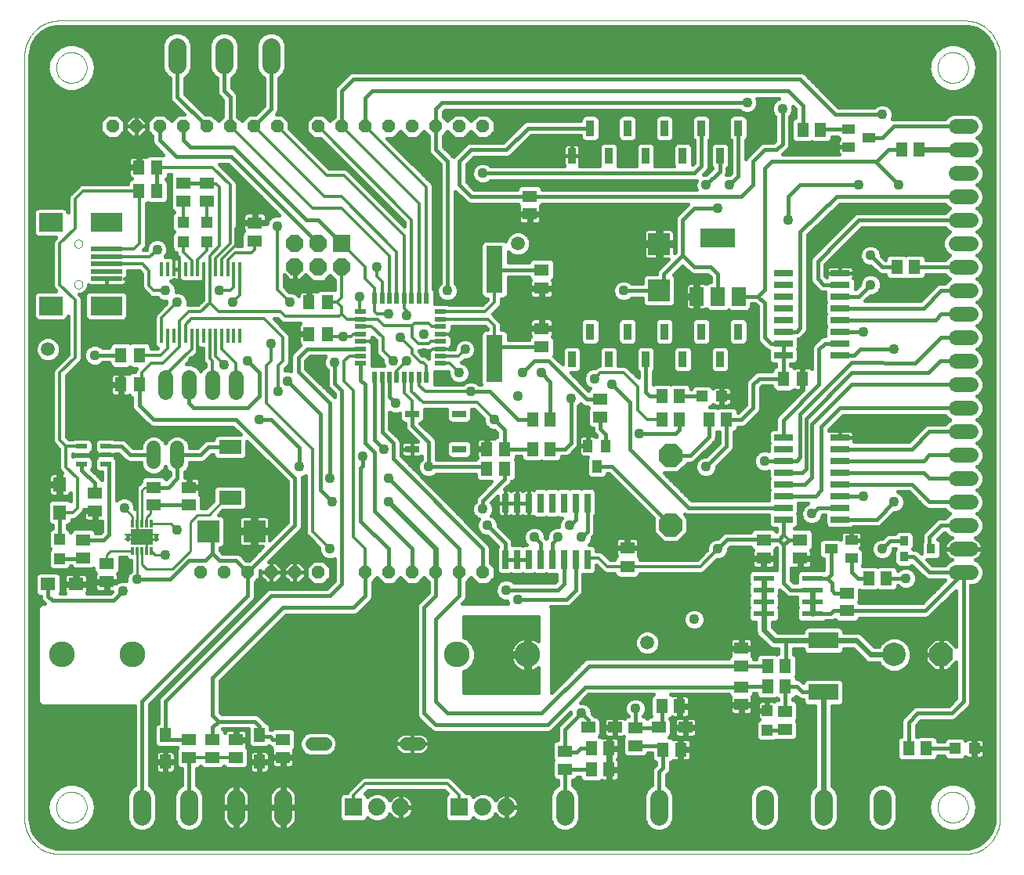
<source format=gtl>
G75*
G70*
%OFA0B0*%
%FSLAX24Y24*%
%IPPOS*%
%LPD*%
%AMOC8*
5,1,8,0,0,1.08239X$1,22.5*
%
%ADD10C,0.0000*%
%ADD11R,0.0472X0.0217*%
%ADD12R,0.0984X0.0787*%
%ADD13R,0.1378X0.0787*%
%ADD14R,0.1378X0.0197*%
%ADD15R,0.0260X0.0800*%
%ADD16R,0.0630X0.0512*%
%ADD17R,0.0500X0.0220*%
%ADD18R,0.0220X0.0500*%
%ADD19R,0.0551X0.0630*%
%ADD20R,0.0591X0.0512*%
%ADD21R,0.0472X0.0472*%
%ADD22R,0.0630X0.0551*%
%ADD23R,0.0117X0.0335*%
%ADD24R,0.0945X0.0650*%
%ADD25R,0.0276X0.0110*%
%ADD26R,0.0945X0.0591*%
%ADD27R,0.0945X0.0945*%
%ADD28R,0.0157X0.0591*%
%ADD29R,0.0512X0.0630*%
%ADD30R,0.0512X0.0591*%
%ADD31C,0.0640*%
%ADD32R,0.0700X0.2000*%
%ADD33R,0.0600X0.0300*%
%ADD34R,0.0740X0.0740*%
%ADD35OC8,0.0740*%
%ADD36R,0.0551X0.0394*%
%ADD37R,0.0354X0.0394*%
%ADD38R,0.0354X0.0433*%
%ADD39C,0.0780*%
%ADD40C,0.0740*%
%ADD41R,0.0870X0.0240*%
%ADD42R,0.0394X0.0551*%
%ADD43R,0.0800X0.0260*%
%ADD44OC8,0.0555*%
%ADD45C,0.0600*%
%ADD46C,0.1000*%
%ADD47OC8,0.1000*%
%ADD48R,0.1260X0.0709*%
%ADD49R,0.0335X0.0669*%
%ADD50R,0.0590X0.0790*%
%ADD51R,0.1500X0.0790*%
%ADD52C,0.1095*%
%ADD53R,0.0591X0.0472*%
%ADD54R,0.0472X0.0591*%
%ADD55C,0.0560*%
%ADD56C,0.0591*%
%ADD57C,0.0160*%
%ADD58C,0.0120*%
%ADD59C,0.0436*%
%ADD60C,0.0100*%
%ADD61C,0.0240*%
D10*
X001687Y002181D02*
X001687Y034681D01*
X001689Y034757D01*
X001695Y034833D01*
X001704Y034908D01*
X001718Y034983D01*
X001735Y035057D01*
X001756Y035130D01*
X001780Y035202D01*
X001809Y035273D01*
X001840Y035342D01*
X001875Y035409D01*
X001914Y035474D01*
X001956Y035538D01*
X002001Y035599D01*
X002049Y035658D01*
X002100Y035714D01*
X002154Y035768D01*
X002210Y035819D01*
X002269Y035867D01*
X002330Y035912D01*
X002394Y035954D01*
X002459Y035993D01*
X002526Y036028D01*
X002595Y036059D01*
X002666Y036088D01*
X002738Y036112D01*
X002811Y036133D01*
X002885Y036150D01*
X002960Y036164D01*
X003035Y036173D01*
X003111Y036179D01*
X003187Y036181D01*
X041687Y036181D01*
X041763Y036179D01*
X041839Y036173D01*
X041914Y036164D01*
X041989Y036150D01*
X042063Y036133D01*
X042136Y036112D01*
X042208Y036088D01*
X042279Y036059D01*
X042348Y036028D01*
X042415Y035993D01*
X042480Y035954D01*
X042544Y035912D01*
X042605Y035867D01*
X042664Y035819D01*
X042720Y035768D01*
X042774Y035714D01*
X042825Y035658D01*
X042873Y035599D01*
X042918Y035538D01*
X042960Y035474D01*
X042999Y035409D01*
X043034Y035342D01*
X043065Y035273D01*
X043094Y035202D01*
X043118Y035130D01*
X043139Y035057D01*
X043156Y034983D01*
X043170Y034908D01*
X043179Y034833D01*
X043185Y034757D01*
X043187Y034681D01*
X043187Y002181D01*
X043185Y002105D01*
X043179Y002029D01*
X043170Y001954D01*
X043156Y001879D01*
X043139Y001805D01*
X043118Y001732D01*
X043094Y001660D01*
X043065Y001589D01*
X043034Y001520D01*
X042999Y001453D01*
X042960Y001388D01*
X042918Y001324D01*
X042873Y001263D01*
X042825Y001204D01*
X042774Y001148D01*
X042720Y001094D01*
X042664Y001043D01*
X042605Y000995D01*
X042544Y000950D01*
X042480Y000908D01*
X042415Y000869D01*
X042348Y000834D01*
X042279Y000803D01*
X042208Y000774D01*
X042136Y000750D01*
X042063Y000729D01*
X041989Y000712D01*
X041914Y000698D01*
X041839Y000689D01*
X041763Y000683D01*
X041687Y000681D01*
X003187Y000681D01*
X003111Y000683D01*
X003035Y000689D01*
X002960Y000698D01*
X002885Y000712D01*
X002811Y000729D01*
X002738Y000750D01*
X002666Y000774D01*
X002595Y000803D01*
X002526Y000834D01*
X002459Y000869D01*
X002394Y000908D01*
X002330Y000950D01*
X002269Y000995D01*
X002210Y001043D01*
X002154Y001094D01*
X002100Y001148D01*
X002049Y001204D01*
X002001Y001263D01*
X001956Y001324D01*
X001914Y001388D01*
X001875Y001453D01*
X001840Y001520D01*
X001809Y001589D01*
X001780Y001660D01*
X001756Y001732D01*
X001735Y001805D01*
X001718Y001879D01*
X001704Y001954D01*
X001695Y002029D01*
X001689Y002105D01*
X001687Y002181D01*
X003037Y002681D02*
X003039Y002731D01*
X003045Y002781D01*
X003055Y002831D01*
X003068Y002879D01*
X003085Y002927D01*
X003106Y002973D01*
X003130Y003017D01*
X003158Y003059D01*
X003189Y003099D01*
X003223Y003136D01*
X003260Y003171D01*
X003299Y003202D01*
X003340Y003231D01*
X003384Y003256D01*
X003430Y003278D01*
X003477Y003296D01*
X003525Y003310D01*
X003574Y003321D01*
X003624Y003328D01*
X003674Y003331D01*
X003725Y003330D01*
X003775Y003325D01*
X003825Y003316D01*
X003873Y003304D01*
X003921Y003287D01*
X003967Y003267D01*
X004012Y003244D01*
X004055Y003217D01*
X004095Y003187D01*
X004133Y003154D01*
X004168Y003118D01*
X004201Y003079D01*
X004230Y003038D01*
X004256Y002995D01*
X004279Y002950D01*
X004298Y002903D01*
X004313Y002855D01*
X004325Y002806D01*
X004333Y002756D01*
X004337Y002706D01*
X004337Y002656D01*
X004333Y002606D01*
X004325Y002556D01*
X004313Y002507D01*
X004298Y002459D01*
X004279Y002412D01*
X004256Y002367D01*
X004230Y002324D01*
X004201Y002283D01*
X004168Y002244D01*
X004133Y002208D01*
X004095Y002175D01*
X004055Y002145D01*
X004012Y002118D01*
X003967Y002095D01*
X003921Y002075D01*
X003873Y002058D01*
X003825Y002046D01*
X003775Y002037D01*
X003725Y002032D01*
X003674Y002031D01*
X003624Y002034D01*
X003574Y002041D01*
X003525Y002052D01*
X003477Y002066D01*
X003430Y002084D01*
X003384Y002106D01*
X003340Y002131D01*
X003299Y002160D01*
X003260Y002191D01*
X003223Y002226D01*
X003189Y002263D01*
X003158Y002303D01*
X003130Y002345D01*
X003106Y002389D01*
X003085Y002435D01*
X003068Y002483D01*
X003055Y002531D01*
X003045Y002581D01*
X003039Y002631D01*
X003037Y002681D01*
X003810Y024945D02*
X003812Y024971D01*
X003818Y024997D01*
X003828Y025022D01*
X003841Y025045D01*
X003857Y025065D01*
X003877Y025083D01*
X003899Y025098D01*
X003922Y025110D01*
X003948Y025118D01*
X003974Y025122D01*
X004000Y025122D01*
X004026Y025118D01*
X004052Y025110D01*
X004076Y025098D01*
X004097Y025083D01*
X004117Y025065D01*
X004133Y025045D01*
X004146Y025022D01*
X004156Y024997D01*
X004162Y024971D01*
X004164Y024945D01*
X004162Y024919D01*
X004156Y024893D01*
X004146Y024868D01*
X004133Y024845D01*
X004117Y024825D01*
X004097Y024807D01*
X004075Y024792D01*
X004052Y024780D01*
X004026Y024772D01*
X004000Y024768D01*
X003974Y024768D01*
X003948Y024772D01*
X003922Y024780D01*
X003898Y024792D01*
X003877Y024807D01*
X003857Y024825D01*
X003841Y024845D01*
X003828Y024868D01*
X003818Y024893D01*
X003812Y024919D01*
X003810Y024945D01*
X003810Y026677D02*
X003812Y026703D01*
X003818Y026729D01*
X003828Y026754D01*
X003841Y026777D01*
X003857Y026797D01*
X003877Y026815D01*
X003899Y026830D01*
X003922Y026842D01*
X003948Y026850D01*
X003974Y026854D01*
X004000Y026854D01*
X004026Y026850D01*
X004052Y026842D01*
X004076Y026830D01*
X004097Y026815D01*
X004117Y026797D01*
X004133Y026777D01*
X004146Y026754D01*
X004156Y026729D01*
X004162Y026703D01*
X004164Y026677D01*
X004162Y026651D01*
X004156Y026625D01*
X004146Y026600D01*
X004133Y026577D01*
X004117Y026557D01*
X004097Y026539D01*
X004075Y026524D01*
X004052Y026512D01*
X004026Y026504D01*
X004000Y026500D01*
X003974Y026500D01*
X003948Y026504D01*
X003922Y026512D01*
X003898Y026524D01*
X003877Y026539D01*
X003857Y026557D01*
X003841Y026577D01*
X003828Y026600D01*
X003818Y026625D01*
X003812Y026651D01*
X003810Y026677D01*
X003037Y034181D02*
X003039Y034231D01*
X003045Y034281D01*
X003055Y034331D01*
X003068Y034379D01*
X003085Y034427D01*
X003106Y034473D01*
X003130Y034517D01*
X003158Y034559D01*
X003189Y034599D01*
X003223Y034636D01*
X003260Y034671D01*
X003299Y034702D01*
X003340Y034731D01*
X003384Y034756D01*
X003430Y034778D01*
X003477Y034796D01*
X003525Y034810D01*
X003574Y034821D01*
X003624Y034828D01*
X003674Y034831D01*
X003725Y034830D01*
X003775Y034825D01*
X003825Y034816D01*
X003873Y034804D01*
X003921Y034787D01*
X003967Y034767D01*
X004012Y034744D01*
X004055Y034717D01*
X004095Y034687D01*
X004133Y034654D01*
X004168Y034618D01*
X004201Y034579D01*
X004230Y034538D01*
X004256Y034495D01*
X004279Y034450D01*
X004298Y034403D01*
X004313Y034355D01*
X004325Y034306D01*
X004333Y034256D01*
X004337Y034206D01*
X004337Y034156D01*
X004333Y034106D01*
X004325Y034056D01*
X004313Y034007D01*
X004298Y033959D01*
X004279Y033912D01*
X004256Y033867D01*
X004230Y033824D01*
X004201Y033783D01*
X004168Y033744D01*
X004133Y033708D01*
X004095Y033675D01*
X004055Y033645D01*
X004012Y033618D01*
X003967Y033595D01*
X003921Y033575D01*
X003873Y033558D01*
X003825Y033546D01*
X003775Y033537D01*
X003725Y033532D01*
X003674Y033531D01*
X003624Y033534D01*
X003574Y033541D01*
X003525Y033552D01*
X003477Y033566D01*
X003430Y033584D01*
X003384Y033606D01*
X003340Y033631D01*
X003299Y033660D01*
X003260Y033691D01*
X003223Y033726D01*
X003189Y033763D01*
X003158Y033803D01*
X003130Y033845D01*
X003106Y033889D01*
X003085Y033935D01*
X003068Y033983D01*
X003055Y034031D01*
X003045Y034081D01*
X003039Y034131D01*
X003037Y034181D01*
X040537Y034181D02*
X040539Y034231D01*
X040545Y034281D01*
X040555Y034331D01*
X040568Y034379D01*
X040585Y034427D01*
X040606Y034473D01*
X040630Y034517D01*
X040658Y034559D01*
X040689Y034599D01*
X040723Y034636D01*
X040760Y034671D01*
X040799Y034702D01*
X040840Y034731D01*
X040884Y034756D01*
X040930Y034778D01*
X040977Y034796D01*
X041025Y034810D01*
X041074Y034821D01*
X041124Y034828D01*
X041174Y034831D01*
X041225Y034830D01*
X041275Y034825D01*
X041325Y034816D01*
X041373Y034804D01*
X041421Y034787D01*
X041467Y034767D01*
X041512Y034744D01*
X041555Y034717D01*
X041595Y034687D01*
X041633Y034654D01*
X041668Y034618D01*
X041701Y034579D01*
X041730Y034538D01*
X041756Y034495D01*
X041779Y034450D01*
X041798Y034403D01*
X041813Y034355D01*
X041825Y034306D01*
X041833Y034256D01*
X041837Y034206D01*
X041837Y034156D01*
X041833Y034106D01*
X041825Y034056D01*
X041813Y034007D01*
X041798Y033959D01*
X041779Y033912D01*
X041756Y033867D01*
X041730Y033824D01*
X041701Y033783D01*
X041668Y033744D01*
X041633Y033708D01*
X041595Y033675D01*
X041555Y033645D01*
X041512Y033618D01*
X041467Y033595D01*
X041421Y033575D01*
X041373Y033558D01*
X041325Y033546D01*
X041275Y033537D01*
X041225Y033532D01*
X041174Y033531D01*
X041124Y033534D01*
X041074Y033541D01*
X041025Y033552D01*
X040977Y033566D01*
X040930Y033584D01*
X040884Y033606D01*
X040840Y033631D01*
X040799Y033660D01*
X040760Y033691D01*
X040723Y033726D01*
X040689Y033763D01*
X040658Y033803D01*
X040630Y033845D01*
X040606Y033889D01*
X040585Y033935D01*
X040568Y033983D01*
X040555Y034031D01*
X040545Y034081D01*
X040539Y034131D01*
X040537Y034181D01*
X040537Y002681D02*
X040539Y002731D01*
X040545Y002781D01*
X040555Y002831D01*
X040568Y002879D01*
X040585Y002927D01*
X040606Y002973D01*
X040630Y003017D01*
X040658Y003059D01*
X040689Y003099D01*
X040723Y003136D01*
X040760Y003171D01*
X040799Y003202D01*
X040840Y003231D01*
X040884Y003256D01*
X040930Y003278D01*
X040977Y003296D01*
X041025Y003310D01*
X041074Y003321D01*
X041124Y003328D01*
X041174Y003331D01*
X041225Y003330D01*
X041275Y003325D01*
X041325Y003316D01*
X041373Y003304D01*
X041421Y003287D01*
X041467Y003267D01*
X041512Y003244D01*
X041555Y003217D01*
X041595Y003187D01*
X041633Y003154D01*
X041668Y003118D01*
X041701Y003079D01*
X041730Y003038D01*
X041756Y002995D01*
X041779Y002950D01*
X041798Y002903D01*
X041813Y002855D01*
X041825Y002806D01*
X041833Y002756D01*
X041837Y002706D01*
X041837Y002656D01*
X041833Y002606D01*
X041825Y002556D01*
X041813Y002507D01*
X041798Y002459D01*
X041779Y002412D01*
X041756Y002367D01*
X041730Y002324D01*
X041701Y002283D01*
X041668Y002244D01*
X041633Y002208D01*
X041595Y002175D01*
X041555Y002145D01*
X041512Y002118D01*
X041467Y002095D01*
X041421Y002075D01*
X041373Y002058D01*
X041325Y002046D01*
X041275Y002037D01*
X041225Y002032D01*
X041174Y002031D01*
X041124Y002034D01*
X041074Y002041D01*
X041025Y002052D01*
X040977Y002066D01*
X040930Y002084D01*
X040884Y002106D01*
X040840Y002131D01*
X040799Y002160D01*
X040760Y002191D01*
X040723Y002226D01*
X040689Y002263D01*
X040658Y002303D01*
X040630Y002345D01*
X040606Y002389D01*
X040585Y002435D01*
X040568Y002483D01*
X040555Y002531D01*
X040545Y002581D01*
X040539Y002631D01*
X040537Y002681D01*
D11*
X005149Y017307D03*
X005149Y017681D03*
X005149Y018055D03*
X004125Y018055D03*
X004125Y017307D03*
D12*
X002806Y024039D03*
X002806Y027583D03*
D13*
X005168Y027583D03*
X005168Y024039D03*
D14*
X005168Y025181D03*
X005168Y025496D03*
X005168Y025811D03*
X005168Y026126D03*
X005172Y026445D03*
D15*
X022137Y015641D03*
X022637Y015641D03*
X023137Y015641D03*
X023637Y015641D03*
X024137Y015641D03*
X024637Y015641D03*
X025137Y015641D03*
X025637Y015641D03*
X025637Y013221D03*
X025137Y013221D03*
X024637Y013221D03*
X024137Y013221D03*
X023637Y013221D03*
X023137Y013221D03*
X022637Y013221D03*
X022137Y013221D03*
D16*
X027337Y012937D03*
X027337Y013725D03*
X033137Y014075D03*
X033137Y013287D03*
X034687Y013287D03*
X034687Y014075D03*
X023687Y022287D03*
X023687Y023075D03*
X023687Y024787D03*
X023687Y025575D03*
X011487Y026787D03*
X011487Y027575D03*
X005187Y013075D03*
X005187Y012287D03*
D17*
X015997Y021579D03*
X015997Y021894D03*
X015997Y022209D03*
X015997Y022523D03*
X015997Y022838D03*
X015997Y023153D03*
X015997Y023468D03*
X015997Y023783D03*
X019377Y023783D03*
X019377Y023468D03*
X019377Y023153D03*
X019377Y022838D03*
X019377Y022523D03*
X019377Y022209D03*
X019377Y021894D03*
X019377Y021579D03*
D18*
X018789Y020991D03*
X018474Y020991D03*
X018160Y020991D03*
X017845Y020991D03*
X017530Y020991D03*
X017215Y020991D03*
X016900Y020991D03*
X016585Y020991D03*
X016585Y024371D03*
X016900Y024371D03*
X017215Y024371D03*
X017530Y024371D03*
X017845Y024371D03*
X018160Y024371D03*
X018474Y024371D03*
X018789Y024371D03*
D19*
X003187Y016421D03*
X003187Y015240D03*
D20*
X004687Y015307D03*
X004687Y016055D03*
X004187Y014055D03*
X004187Y013307D03*
X007187Y015557D03*
X007187Y016305D03*
X008687Y016305D03*
X008687Y015557D03*
X008687Y005555D03*
X008687Y004807D03*
X009687Y004807D03*
X009687Y005555D03*
X010687Y005555D03*
X010687Y004807D03*
X012687Y004807D03*
X012687Y005555D03*
X024687Y005055D03*
X024687Y004307D03*
X027687Y005307D03*
X027687Y006055D03*
X032187Y007057D03*
X032187Y007805D03*
X032187Y008707D03*
X032187Y009455D03*
X034037Y006755D03*
X034037Y006007D03*
X036687Y011057D03*
X036687Y011805D03*
X026187Y019307D03*
X026187Y020055D03*
X023187Y027957D03*
X023187Y028705D03*
X009437Y028507D03*
X009437Y029255D03*
X008437Y029255D03*
X008437Y028507D03*
D21*
X008437Y027594D03*
X008437Y026768D03*
X009437Y026768D03*
X009437Y027594D03*
X003187Y014094D03*
X003187Y013268D03*
X030524Y020181D03*
X031350Y020181D03*
X033287Y006794D03*
X033287Y005968D03*
X041274Y005181D03*
X042100Y005181D03*
D22*
X003878Y012181D03*
X002697Y012181D03*
D23*
X006293Y013600D03*
X006490Y013600D03*
X006687Y013600D03*
X006884Y013600D03*
X007081Y013600D03*
X007081Y014762D03*
X006884Y014762D03*
X006687Y014762D03*
X006490Y014762D03*
X006293Y014762D03*
D24*
X006687Y014181D03*
D25*
X007278Y014279D03*
X007278Y014083D03*
X006097Y014083D03*
X006097Y014279D03*
D26*
X010437Y015848D03*
X010437Y018014D03*
D27*
X009503Y014431D03*
X011471Y014431D03*
X028687Y024697D03*
X028687Y026665D03*
D28*
X010850Y025608D03*
X010595Y025608D03*
X010339Y025608D03*
X010083Y025608D03*
X009827Y025608D03*
X009571Y025608D03*
X009315Y025608D03*
X009059Y025608D03*
X008803Y025608D03*
X008547Y025608D03*
X008291Y025608D03*
X008036Y025608D03*
X007780Y025608D03*
X007524Y025608D03*
X007524Y022754D03*
X007780Y022754D03*
X008036Y022754D03*
X008291Y022754D03*
X008547Y022754D03*
X008803Y022754D03*
X009059Y022754D03*
X009315Y022754D03*
X009571Y022754D03*
X009827Y022754D03*
X010083Y022754D03*
X010339Y022754D03*
X010595Y022754D03*
X010850Y022754D03*
D29*
X013793Y022831D03*
X014581Y022831D03*
X014581Y024181D03*
X013793Y024181D03*
X006581Y021931D03*
X005793Y021931D03*
X005793Y020681D03*
X006581Y020681D03*
X033993Y020931D03*
X034781Y020931D03*
D30*
X031561Y019181D03*
X030813Y019181D03*
X029561Y019181D03*
X028813Y019181D03*
X028813Y020181D03*
X029561Y020181D03*
X024061Y019181D03*
X023313Y019181D03*
X023313Y017931D03*
X024061Y017931D03*
X022111Y017931D03*
X021363Y017931D03*
X021363Y017081D03*
X022111Y017081D03*
X033313Y008681D03*
X034061Y008681D03*
X034061Y007831D03*
X033313Y007831D03*
X029561Y006981D03*
X028813Y006981D03*
X028863Y005131D03*
X029611Y005131D03*
X026561Y005181D03*
X025813Y005181D03*
X025813Y004281D03*
X026561Y004281D03*
X037613Y012431D03*
X038361Y012431D03*
X039313Y005181D03*
X040061Y005181D03*
X039561Y025681D03*
X038813Y025681D03*
X039013Y030681D03*
X039761Y030681D03*
X035561Y031531D03*
X034813Y031531D03*
X007311Y029931D03*
X006563Y029931D03*
X006563Y028931D03*
X007311Y028931D03*
D31*
X007687Y021001D02*
X007687Y020361D01*
X008687Y020361D02*
X008687Y021001D01*
X009687Y021001D02*
X009687Y020361D01*
X010687Y020361D02*
X010687Y021001D01*
X041317Y020681D02*
X041957Y020681D01*
X041957Y021681D02*
X041317Y021681D01*
X041317Y022681D02*
X041957Y022681D01*
X041957Y023681D02*
X041317Y023681D01*
X041317Y024681D02*
X041957Y024681D01*
X041957Y025681D02*
X041317Y025681D01*
X041317Y026681D02*
X041957Y026681D01*
X041957Y027681D02*
X041317Y027681D01*
X041317Y028681D02*
X041957Y028681D01*
X041957Y029681D02*
X041317Y029681D01*
X041317Y030681D02*
X041957Y030681D01*
X041957Y031681D02*
X041317Y031681D01*
X041317Y019681D02*
X041957Y019681D01*
X041957Y018681D02*
X041317Y018681D01*
X041317Y017681D02*
X041957Y017681D01*
X041957Y016681D02*
X041317Y016681D01*
X041317Y015681D02*
X041957Y015681D01*
X041957Y014681D02*
X041317Y014681D01*
X041317Y013681D02*
X041957Y013681D01*
X041957Y012681D02*
X041317Y012681D01*
D32*
X021687Y021781D03*
X021687Y025581D03*
D33*
X020187Y019431D03*
X020187Y017931D03*
X018187Y017931D03*
X018187Y019431D03*
D34*
X015187Y026681D03*
X015687Y002681D03*
X020187Y002681D03*
D35*
X015187Y025681D03*
X014187Y025681D03*
X013187Y025681D03*
X013187Y026681D03*
X014187Y026681D03*
D36*
X036004Y013681D03*
X036870Y013307D03*
X036870Y014055D03*
X036754Y030807D03*
X036754Y031555D03*
X037620Y031181D03*
D37*
X039116Y014016D03*
X039116Y013346D03*
D38*
X040258Y013681D03*
D39*
X038187Y003071D02*
X038187Y002291D01*
X035687Y002291D02*
X035687Y003071D01*
X033187Y003071D02*
X033187Y002291D01*
X028687Y002291D02*
X028687Y003071D01*
X024687Y003071D02*
X024687Y002291D01*
X012687Y002291D02*
X012687Y003071D01*
X010687Y003071D02*
X010687Y002291D01*
X008687Y002291D02*
X008687Y003071D01*
X006687Y003071D02*
X006687Y002291D01*
X008187Y034291D02*
X008187Y035071D01*
X010187Y035071D02*
X010187Y034291D01*
X012187Y034291D02*
X012187Y035071D01*
D40*
X016687Y002681D03*
X017687Y002681D03*
X021187Y002681D03*
X022187Y002681D03*
D41*
X033157Y010931D03*
X033157Y011431D03*
X033157Y011931D03*
X033157Y012431D03*
X035217Y012431D03*
X035217Y011931D03*
X035217Y011431D03*
X035217Y010931D03*
D42*
X026411Y018064D03*
X025663Y018064D03*
X026037Y017198D03*
D43*
X033977Y017431D03*
X033977Y017931D03*
X033977Y018431D03*
X033977Y016931D03*
X033977Y016431D03*
X033977Y015931D03*
X033977Y015431D03*
X033977Y014931D03*
X036397Y014931D03*
X036397Y015431D03*
X036397Y015931D03*
X036397Y016431D03*
X036397Y016931D03*
X036397Y017431D03*
X036397Y017931D03*
X036397Y018431D03*
X036397Y021931D03*
X036397Y022431D03*
X036397Y022931D03*
X036397Y023431D03*
X036397Y023931D03*
X036397Y024431D03*
X036397Y024931D03*
X036397Y025431D03*
X033977Y025431D03*
X033977Y024931D03*
X033977Y024431D03*
X033977Y023931D03*
X033977Y023431D03*
X033977Y022931D03*
X033977Y022431D03*
X033977Y021931D03*
D44*
X021187Y012681D03*
X020187Y012681D03*
X019187Y012681D03*
X018187Y012681D03*
X017187Y012681D03*
X016187Y012681D03*
X014187Y012681D03*
X013187Y012681D03*
X012187Y012681D03*
X011187Y012681D03*
X010187Y012681D03*
X009187Y012681D03*
X009437Y031681D03*
X008437Y031681D03*
X007437Y031681D03*
X006437Y031681D03*
X005437Y031681D03*
X010437Y031681D03*
X011437Y031681D03*
X012437Y031681D03*
X014187Y031681D03*
X015187Y031681D03*
X016187Y031681D03*
X017187Y031681D03*
X018187Y031681D03*
X019187Y031681D03*
X020187Y031681D03*
X021187Y031681D03*
D45*
X008187Y017981D02*
X008187Y017381D01*
X007187Y017381D02*
X007187Y017981D01*
D46*
X038687Y009181D03*
D47*
X040687Y009181D03*
X029187Y014701D03*
X029187Y017661D03*
D48*
X035687Y009783D03*
X035687Y007579D03*
D49*
X031274Y021760D03*
X032061Y022941D03*
X030486Y022941D03*
X029699Y021760D03*
X028911Y022941D03*
X028124Y021760D03*
X027337Y022941D03*
X026549Y021760D03*
X025762Y022941D03*
X024974Y021760D03*
X024974Y030421D03*
X025762Y031602D03*
X026549Y030421D03*
X027337Y031602D03*
X028124Y030421D03*
X028911Y031602D03*
X029699Y030421D03*
X030486Y031602D03*
X031274Y030421D03*
X032061Y031602D03*
D50*
X032097Y024441D03*
X031197Y024441D03*
X030297Y024441D03*
D51*
X031187Y026921D03*
D52*
X023087Y009181D03*
X020087Y009181D03*
X006287Y009181D03*
X003287Y009181D03*
D53*
X025666Y006081D03*
X026808Y006081D03*
X028666Y006081D03*
X029808Y006081D03*
D54*
X011687Y005752D03*
X011687Y004610D03*
X007687Y004610D03*
X007687Y005752D03*
D55*
X013907Y005381D02*
X014467Y005381D01*
X017907Y005381D02*
X018467Y005381D01*
D56*
X028187Y009681D03*
X022687Y026681D03*
X002687Y022181D03*
D57*
X002023Y001699D02*
X002187Y001414D01*
X002420Y001181D01*
X002705Y001017D01*
X003023Y000932D01*
X003187Y000921D01*
X003235Y000921D01*
X041639Y000921D01*
X041687Y000921D01*
X041851Y000932D01*
X042169Y001017D01*
X042454Y001181D01*
X042687Y001414D01*
X042851Y001699D01*
X042851Y001699D01*
X042936Y002016D01*
X042947Y002181D01*
X042947Y002229D01*
X042947Y034633D01*
X042947Y034681D01*
X042936Y034845D01*
X042851Y035163D01*
X042687Y035448D01*
X042454Y035681D01*
X042169Y035845D01*
X041851Y035930D01*
X041687Y035941D01*
X041639Y035941D01*
X003235Y035941D01*
X003187Y035941D01*
X003023Y035930D01*
X002705Y035845D01*
X002420Y035681D01*
X002187Y035448D01*
X002023Y035163D01*
X001938Y034845D01*
X001927Y034681D01*
X001927Y034633D01*
X001927Y002229D01*
X001927Y002181D01*
X001938Y002016D01*
X002023Y001699D01*
X002015Y001730D02*
X003348Y001730D01*
X003509Y001671D02*
X003509Y001671D01*
X003631Y001671D01*
X003631Y001671D01*
X003658Y001671D01*
X003687Y001671D01*
X003743Y001671D01*
X003865Y001671D01*
X003865Y001671D01*
X004200Y001793D01*
X004473Y002022D01*
X004651Y002330D01*
X004713Y002681D01*
X006057Y002681D01*
X006057Y002839D02*
X004685Y002839D01*
X004713Y002681D02*
X004651Y003032D01*
X004473Y003340D01*
X004200Y003569D01*
X004200Y003569D01*
X003865Y003691D01*
X003743Y003691D01*
X003687Y003691D01*
X003686Y003691D01*
X003631Y003691D01*
X003509Y003691D01*
X003174Y003569D01*
X002901Y003340D01*
X002723Y003032D01*
X002723Y003032D01*
X002662Y002681D01*
X001927Y002681D01*
X001927Y002839D02*
X002690Y002839D01*
X002662Y002681D02*
X002662Y002681D01*
X002723Y002330D01*
X002901Y002022D01*
X003174Y001793D01*
X003174Y001793D01*
X003509Y001671D01*
X003743Y001671D02*
X003743Y001671D01*
X004026Y001730D02*
X006396Y001730D01*
X006330Y001757D02*
X006562Y001661D01*
X006812Y001661D01*
X007044Y001757D01*
X007221Y001934D01*
X007317Y002166D01*
X007317Y003196D01*
X007221Y003428D01*
X007044Y003605D01*
X007007Y003620D01*
X007007Y007048D01*
X011368Y011410D01*
X011458Y011500D01*
X011507Y011617D01*
X011507Y012269D01*
X011705Y012467D01*
X011705Y012746D01*
X011730Y012771D01*
X011730Y012681D01*
X012187Y012681D01*
X012187Y013138D01*
X012097Y013138D01*
X013458Y014500D01*
X013507Y014617D01*
X013507Y014745D01*
X013507Y016617D01*
X013507Y016735D01*
X013637Y016789D01*
X013637Y014371D01*
X013683Y014261D01*
X013767Y014177D01*
X014229Y013715D01*
X014229Y013590D01*
X014299Y013421D01*
X014428Y013293D01*
X014596Y013223D01*
X014778Y013223D01*
X014867Y013260D01*
X014867Y012314D01*
X014554Y012001D01*
X012123Y012001D01*
X012006Y011952D01*
X011916Y011862D01*
X007506Y007452D01*
X007416Y007362D01*
X007367Y007245D01*
X007367Y006272D01*
X007315Y006251D01*
X007247Y006183D01*
X007211Y006095D01*
X007211Y005409D01*
X007247Y005321D01*
X007315Y005253D01*
X007403Y005217D01*
X007971Y005217D01*
X008016Y005235D01*
X008159Y005235D01*
X008181Y005181D01*
X008152Y005111D01*
X008152Y004503D01*
X008188Y004415D01*
X008256Y004348D01*
X008344Y004311D01*
X008367Y004311D01*
X008367Y003620D01*
X008330Y003605D01*
X008153Y003428D01*
X008057Y003196D01*
X008057Y002166D01*
X008153Y001934D01*
X008330Y001757D01*
X008562Y001661D01*
X008812Y001661D01*
X009044Y001757D01*
X009221Y001934D01*
X009317Y002166D01*
X009317Y003196D01*
X009221Y003428D01*
X009044Y003605D01*
X009007Y003620D01*
X009007Y004311D01*
X009030Y004311D01*
X009118Y004348D01*
X009186Y004415D01*
X009187Y004418D01*
X009188Y004415D01*
X009256Y004348D01*
X009344Y004311D01*
X010030Y004311D01*
X010118Y004348D01*
X010186Y004415D01*
X010187Y004418D01*
X010188Y004415D01*
X010256Y004348D01*
X010344Y004311D01*
X011030Y004311D01*
X011118Y004348D01*
X011186Y004415D01*
X011222Y004503D01*
X011222Y005111D01*
X011186Y005199D01*
X011151Y005233D01*
X011162Y005275D01*
X011162Y005507D01*
X010735Y005507D01*
X010735Y005603D01*
X010639Y005603D01*
X010639Y005991D01*
X010368Y005991D01*
X010322Y005979D01*
X010281Y005955D01*
X010248Y005921D01*
X010224Y005880D01*
X010220Y005864D01*
X010186Y005947D01*
X010122Y006011D01*
X011211Y006011D01*
X011211Y005409D01*
X011247Y005321D01*
X011315Y005253D01*
X011403Y005217D01*
X011971Y005217D01*
X012059Y005253D01*
X012087Y005281D01*
X012152Y005255D01*
X012152Y005251D01*
X012188Y005163D01*
X012223Y005128D01*
X012212Y005087D01*
X012212Y004855D01*
X012639Y004855D01*
X012639Y004759D01*
X012212Y004759D01*
X012212Y004527D01*
X012224Y004482D01*
X012248Y004440D01*
X012281Y004407D01*
X012322Y004383D01*
X012368Y004371D01*
X012639Y004371D01*
X012639Y004759D01*
X012735Y004759D01*
X012735Y004855D01*
X013162Y004855D01*
X013162Y005087D01*
X013151Y005128D01*
X013186Y005163D01*
X013222Y005251D01*
X013222Y005859D01*
X013186Y005947D01*
X013118Y006014D01*
X013030Y006051D01*
X012344Y006051D01*
X012256Y006014D01*
X012230Y005989D01*
X012201Y006001D01*
X012163Y006001D01*
X012163Y006095D01*
X012127Y006183D01*
X012059Y006251D01*
X011971Y006287D01*
X011969Y006287D01*
X011958Y006312D01*
X011758Y006512D01*
X011668Y006602D01*
X011551Y006651D01*
X010070Y006651D01*
X010007Y006714D01*
X010007Y008048D01*
X012820Y010861D01*
X015623Y010861D01*
X015751Y010861D01*
X015868Y010910D01*
X016368Y011410D01*
X016458Y011500D01*
X016507Y011617D01*
X016507Y012269D01*
X016687Y012449D01*
X016973Y012163D01*
X017401Y012163D01*
X017687Y012449D01*
X017973Y012163D01*
X018401Y012163D01*
X018687Y012449D01*
X018867Y012269D01*
X018867Y011813D01*
X018506Y011452D01*
X018506Y011452D01*
X018416Y011362D01*
X018367Y011245D01*
X018367Y006745D01*
X018367Y006617D01*
X018416Y006500D01*
X018916Y006000D01*
X018916Y006000D01*
X019006Y005910D01*
X019123Y005861D01*
X023873Y005861D01*
X024001Y005861D01*
X024118Y005910D01*
X024929Y006720D01*
X024929Y006675D01*
X024416Y006162D01*
X024367Y006045D01*
X024367Y005917D01*
X024367Y005551D01*
X024344Y005551D01*
X024256Y005514D01*
X024188Y005447D01*
X024152Y005359D01*
X024152Y004751D01*
X024181Y004681D01*
X024152Y004611D01*
X024152Y004003D01*
X024188Y003915D01*
X024256Y003848D01*
X024344Y003811D01*
X024367Y003811D01*
X024367Y003620D01*
X024330Y003605D01*
X024153Y003428D01*
X024057Y003196D01*
X024057Y002166D01*
X024153Y001934D01*
X024330Y001757D01*
X024562Y001661D01*
X024812Y001661D01*
X025044Y001757D01*
X025221Y001934D01*
X025317Y002166D01*
X025317Y003196D01*
X025221Y003428D01*
X025044Y003605D01*
X025007Y003620D01*
X025007Y003811D01*
X025030Y003811D01*
X025118Y003848D01*
X025186Y003915D01*
X025205Y003961D01*
X025317Y003961D01*
X025317Y003938D01*
X025354Y003850D01*
X025421Y003782D01*
X025509Y003746D01*
X026117Y003746D01*
X026205Y003782D01*
X026240Y003817D01*
X026281Y003806D01*
X026513Y003806D01*
X026513Y004233D01*
X026609Y004233D01*
X026609Y004329D01*
X026513Y004329D01*
X026513Y004756D01*
X026513Y005133D01*
X026609Y005133D01*
X026609Y005229D01*
X026513Y005229D01*
X026513Y005656D01*
X026281Y005656D01*
X026240Y005645D01*
X026205Y005680D01*
X026156Y005700D01*
X026165Y005709D01*
X026201Y005797D01*
X026201Y006365D01*
X026165Y006453D01*
X026097Y006521D01*
X026009Y006557D01*
X025948Y006557D01*
X025937Y006583D01*
X025845Y006675D01*
X025845Y006772D01*
X025775Y006940D01*
X025647Y007069D01*
X025478Y007139D01*
X025348Y007139D01*
X025694Y007485D01*
X028434Y007485D01*
X028421Y007480D01*
X028354Y007412D01*
X028317Y007324D01*
X028317Y006638D01*
X028351Y006557D01*
X028323Y006557D01*
X028235Y006521D01*
X028173Y006459D01*
X028118Y006514D01*
X028030Y006551D01*
X028007Y006551D01*
X028007Y006553D01*
X028075Y006621D01*
X028145Y006790D01*
X028145Y006972D01*
X028075Y007140D01*
X027947Y007269D01*
X027778Y007339D01*
X027596Y007339D01*
X027428Y007269D01*
X027299Y007140D01*
X027229Y006972D01*
X027229Y006790D01*
X027299Y006621D01*
X027367Y006553D01*
X027367Y006551D01*
X027344Y006551D01*
X027256Y006514D01*
X027207Y006465D01*
X027173Y006485D01*
X027127Y006497D01*
X026846Y006497D01*
X026846Y006119D01*
X026770Y006119D01*
X026770Y006497D01*
X026489Y006497D01*
X026443Y006485D01*
X026402Y006461D01*
X026369Y006428D01*
X026345Y006387D01*
X026333Y006341D01*
X026333Y006119D01*
X026770Y006119D01*
X026770Y006043D01*
X026846Y006043D01*
X026846Y005665D01*
X027127Y005665D01*
X027173Y005677D01*
X027181Y005682D01*
X027181Y005681D01*
X027152Y005611D01*
X027152Y005003D01*
X027188Y004915D01*
X027256Y004848D01*
X027344Y004811D01*
X028030Y004811D01*
X028118Y004848D01*
X028186Y004915D01*
X028216Y004987D01*
X028367Y004987D01*
X028367Y004788D01*
X028404Y004700D01*
X028471Y004632D01*
X028543Y004602D01*
X028543Y004489D01*
X028416Y004362D01*
X028367Y004245D01*
X028367Y004117D01*
X028367Y003620D01*
X028330Y003605D01*
X028153Y003428D01*
X028057Y003196D01*
X028057Y002166D01*
X028153Y001934D01*
X028330Y001757D01*
X028562Y001661D01*
X028812Y001661D01*
X029044Y001757D01*
X029221Y001934D01*
X029317Y002166D01*
X029317Y003196D01*
X029221Y003428D01*
X029044Y003605D01*
X029007Y003620D01*
X029007Y004048D01*
X029134Y004176D01*
X029183Y004293D01*
X029183Y004421D01*
X029183Y004602D01*
X029255Y004632D01*
X029290Y004667D01*
X029331Y004656D01*
X029563Y004656D01*
X029563Y005083D01*
X029659Y005083D01*
X029659Y005179D01*
X029563Y005179D01*
X029563Y005606D01*
X029331Y005606D01*
X029290Y005595D01*
X029255Y005630D01*
X029167Y005666D01*
X029122Y005666D01*
X029165Y005709D01*
X029201Y005797D01*
X029201Y006365D01*
X029165Y006453D01*
X029156Y006462D01*
X029205Y006482D01*
X029240Y006517D01*
X029281Y006506D01*
X029513Y006506D01*
X029513Y006933D01*
X029609Y006933D01*
X029609Y007029D01*
X029513Y007029D01*
X029513Y007456D01*
X029281Y007456D01*
X029240Y007445D01*
X029205Y007480D01*
X029192Y007485D01*
X031659Y007485D01*
X031688Y007413D01*
X031723Y007378D01*
X031712Y007337D01*
X031712Y007105D01*
X032139Y007105D01*
X032139Y007009D01*
X031712Y007009D01*
X031712Y006777D01*
X031724Y006732D01*
X031748Y006690D01*
X031781Y006657D01*
X031822Y006633D01*
X031868Y006621D01*
X032139Y006621D01*
X032139Y007009D01*
X032235Y007009D01*
X032235Y007105D01*
X032662Y007105D01*
X032662Y007337D01*
X032651Y007378D01*
X032686Y007413D01*
X032722Y007501D01*
X032722Y007511D01*
X032817Y007511D01*
X032817Y007488D01*
X032854Y007400D01*
X032921Y007332D01*
X033009Y007296D01*
X033617Y007296D01*
X033687Y007325D01*
X033741Y007302D01*
X033741Y007251D01*
X033694Y007251D01*
X033606Y007214D01*
X033590Y007199D01*
X033547Y007211D01*
X033325Y007211D01*
X033325Y006833D01*
X033249Y006833D01*
X033249Y007211D01*
X033027Y007211D01*
X032981Y007198D01*
X032940Y007175D01*
X032907Y007141D01*
X032883Y007100D01*
X032871Y007054D01*
X032871Y006832D01*
X033249Y006832D01*
X033249Y006756D01*
X032871Y006756D01*
X032871Y006534D01*
X032883Y006489D01*
X032907Y006448D01*
X032938Y006417D01*
X032915Y006407D01*
X032847Y006340D01*
X032811Y006251D01*
X032811Y005684D01*
X032847Y005595D01*
X032915Y005528D01*
X033003Y005491D01*
X033571Y005491D01*
X033656Y005527D01*
X033694Y005511D01*
X034380Y005511D01*
X034468Y005548D01*
X034536Y005615D01*
X034572Y005703D01*
X034572Y006311D01*
X034543Y006381D01*
X034572Y006451D01*
X034572Y007059D01*
X034536Y007147D01*
X034468Y007214D01*
X034381Y007250D01*
X034381Y007302D01*
X034453Y007332D01*
X034518Y007397D01*
X034606Y007310D01*
X034723Y007261D01*
X034817Y007261D01*
X034817Y007176D01*
X034854Y007088D01*
X034921Y007021D01*
X035009Y006984D01*
X035327Y006984D01*
X035327Y003602D01*
X035153Y003428D01*
X035057Y003196D01*
X035057Y002166D01*
X035153Y001934D01*
X035330Y001757D01*
X035562Y001661D01*
X035812Y001661D01*
X036044Y001757D01*
X036221Y001934D01*
X036317Y002166D01*
X036317Y003196D01*
X036221Y003428D01*
X036047Y003602D01*
X036047Y006984D01*
X036365Y006984D01*
X036453Y007021D01*
X036520Y007088D01*
X036557Y007176D01*
X036557Y007981D01*
X036520Y008069D01*
X036453Y008136D01*
X036365Y008173D01*
X035009Y008173D01*
X034921Y008136D01*
X034854Y008069D01*
X034824Y007997D01*
X034718Y008102D01*
X034601Y008151D01*
X034557Y008151D01*
X034557Y008174D01*
X034523Y008256D01*
X034557Y008338D01*
X034557Y009024D01*
X034520Y009112D01*
X034453Y009180D01*
X034405Y009200D01*
X034405Y009423D01*
X034817Y009423D01*
X034817Y009381D01*
X034854Y009293D01*
X034921Y009226D01*
X035009Y009189D01*
X036365Y009189D01*
X036453Y009226D01*
X036520Y009293D01*
X036557Y009381D01*
X036557Y009423D01*
X036936Y009423D01*
X037382Y008977D01*
X037483Y008876D01*
X037615Y008821D01*
X038035Y008821D01*
X038060Y008762D01*
X038268Y008554D01*
X038540Y008441D01*
X038834Y008441D01*
X039106Y008554D01*
X039314Y008762D01*
X039427Y009034D01*
X039427Y009328D01*
X039314Y009600D01*
X039106Y009808D01*
X038834Y009921D01*
X038540Y009921D01*
X038268Y009808D01*
X038060Y009600D01*
X038035Y009541D01*
X037836Y009541D01*
X037289Y010088D01*
X037156Y010143D01*
X037013Y010143D01*
X036557Y010143D01*
X036557Y010185D01*
X036520Y010274D01*
X036453Y010341D01*
X036365Y010378D01*
X035009Y010378D01*
X034921Y010341D01*
X034854Y010274D01*
X034817Y010185D01*
X034817Y010143D01*
X034115Y010143D01*
X033734Y010143D01*
X033517Y010360D01*
X033517Y010571D01*
X033640Y010571D01*
X033728Y010607D01*
X033796Y010675D01*
X033832Y010763D01*
X033832Y011099D01*
X033798Y011181D01*
X033832Y011263D01*
X033832Y011599D01*
X033798Y011681D01*
X033832Y011763D01*
X033832Y011933D01*
X034016Y011750D01*
X034106Y011660D01*
X034223Y011611D01*
X034547Y011611D01*
X034542Y011599D01*
X034542Y011263D01*
X034576Y011181D01*
X034542Y011099D01*
X034542Y010763D01*
X034579Y010675D01*
X034646Y010607D01*
X034734Y010571D01*
X035700Y010571D01*
X035788Y010607D01*
X035791Y010611D01*
X035923Y010611D01*
X036051Y010611D01*
X036168Y010660D01*
X036184Y010675D01*
X036188Y010665D01*
X036256Y010598D01*
X036344Y010561D01*
X037030Y010561D01*
X037118Y010598D01*
X037186Y010665D01*
X037216Y010737D01*
X039949Y010737D01*
X040077Y010737D01*
X040194Y010786D01*
X041317Y011908D01*
X041317Y009512D01*
X040969Y009861D01*
X040707Y009861D01*
X040707Y009201D01*
X040667Y009201D01*
X040667Y009161D01*
X040007Y009161D01*
X040007Y008899D01*
X040405Y008501D01*
X040667Y008501D01*
X040667Y009161D01*
X040707Y009161D01*
X040707Y008501D01*
X040969Y008501D01*
X041317Y008849D01*
X041317Y007314D01*
X041004Y007001D01*
X039623Y007001D01*
X039506Y006952D01*
X039416Y006862D01*
X039042Y006488D01*
X038993Y006371D01*
X038993Y006243D01*
X038993Y005709D01*
X038921Y005680D01*
X038854Y005612D01*
X038817Y005524D01*
X038817Y004838D01*
X038854Y004750D01*
X038921Y004682D01*
X039009Y004646D01*
X039617Y004646D01*
X039687Y004675D01*
X039757Y004646D01*
X040365Y004646D01*
X040453Y004682D01*
X040520Y004750D01*
X040557Y004838D01*
X040557Y004861D01*
X040812Y004861D01*
X040834Y004809D01*
X040901Y004741D01*
X040990Y004705D01*
X041558Y004705D01*
X041646Y004741D01*
X041713Y004809D01*
X041723Y004832D01*
X041754Y004801D01*
X041795Y004777D01*
X041841Y004765D01*
X042062Y004765D01*
X042062Y005143D01*
X042139Y005143D01*
X042139Y005219D01*
X042517Y005219D01*
X042517Y005441D01*
X042504Y005487D01*
X042481Y005528D01*
X042447Y005561D01*
X042406Y005585D01*
X042360Y005597D01*
X042139Y005597D01*
X042139Y005219D01*
X042062Y005219D01*
X042062Y005597D01*
X041841Y005597D01*
X041795Y005585D01*
X041754Y005561D01*
X041723Y005530D01*
X041713Y005553D01*
X041646Y005621D01*
X041558Y005657D01*
X040990Y005657D01*
X040901Y005621D01*
X040834Y005553D01*
X040812Y005501D01*
X040557Y005501D01*
X040557Y005524D01*
X040520Y005612D01*
X040453Y005680D01*
X040365Y005716D01*
X039757Y005716D01*
X039687Y005687D01*
X039633Y005709D01*
X039633Y006174D01*
X039820Y006361D01*
X041073Y006361D01*
X041201Y006361D01*
X041318Y006410D01*
X041908Y007000D01*
X041957Y007117D01*
X041957Y007245D01*
X041957Y012121D01*
X042068Y012121D01*
X042274Y012206D01*
X042432Y012364D01*
X042517Y012570D01*
X042517Y012792D01*
X042432Y012998D01*
X042274Y013156D01*
X042135Y013213D01*
X042149Y013218D01*
X042219Y013253D01*
X042283Y013300D01*
X042338Y013355D01*
X042385Y013419D01*
X042420Y013489D01*
X042445Y013564D01*
X042457Y013642D01*
X042457Y013661D01*
X041657Y013661D01*
X041657Y013701D01*
X042457Y013701D01*
X042457Y013720D01*
X042445Y013798D01*
X042420Y013873D01*
X042385Y013943D01*
X042338Y014007D01*
X042283Y014062D01*
X042219Y014109D01*
X042149Y014144D01*
X042135Y014149D01*
X042274Y014206D01*
X042432Y014364D01*
X042517Y014570D01*
X042517Y014792D01*
X042432Y014998D01*
X042274Y015156D01*
X042213Y015181D01*
X042274Y015206D01*
X042432Y015364D01*
X042517Y015570D01*
X042517Y015792D01*
X042432Y015998D01*
X042274Y016156D01*
X042213Y016181D01*
X042274Y016206D01*
X042432Y016364D01*
X042517Y016570D01*
X042517Y016792D01*
X042432Y016998D01*
X042274Y017156D01*
X042213Y017181D01*
X042274Y017206D01*
X042432Y017364D01*
X042517Y017570D01*
X042517Y017792D01*
X042432Y017998D01*
X042274Y018156D01*
X042213Y018181D01*
X042274Y018206D01*
X042432Y018364D01*
X042517Y018570D01*
X042517Y018792D01*
X042432Y018998D01*
X042274Y019156D01*
X042213Y019181D01*
X042274Y019206D01*
X042432Y019364D01*
X042517Y019570D01*
X042517Y019792D01*
X042432Y019998D01*
X042274Y020156D01*
X042213Y020181D01*
X042274Y020206D01*
X042432Y020364D01*
X042517Y020570D01*
X042517Y020792D01*
X042432Y020998D01*
X042274Y021156D01*
X042213Y021181D01*
X042274Y021206D01*
X042432Y021364D01*
X042517Y021570D01*
X042517Y021792D01*
X042432Y021998D01*
X042274Y022156D01*
X042213Y022181D01*
X042274Y022206D01*
X042432Y022364D01*
X042517Y022570D01*
X042517Y022792D01*
X042432Y022998D01*
X042274Y023156D01*
X042213Y023181D01*
X042274Y023206D01*
X042432Y023364D01*
X042517Y023570D01*
X042517Y023792D01*
X042432Y023998D01*
X042274Y024156D01*
X042213Y024181D01*
X042274Y024206D01*
X042432Y024364D01*
X042517Y024570D01*
X042517Y024792D01*
X042432Y024998D01*
X042274Y025156D01*
X042213Y025181D01*
X042274Y025206D01*
X042432Y025364D01*
X042517Y025570D01*
X042517Y025792D01*
X042432Y025998D01*
X042274Y026156D01*
X042213Y026181D01*
X042274Y026206D01*
X042432Y026364D01*
X042517Y026570D01*
X042517Y026792D01*
X042432Y026998D01*
X042274Y027156D01*
X042213Y027181D01*
X042274Y027206D01*
X042432Y027364D01*
X042517Y027570D01*
X042517Y027792D01*
X042432Y027998D01*
X042274Y028156D01*
X042213Y028181D01*
X042274Y028206D01*
X042432Y028364D01*
X042517Y028570D01*
X042517Y028792D01*
X042432Y028998D01*
X042274Y029156D01*
X042213Y029181D01*
X042274Y029206D01*
X042432Y029364D01*
X042517Y029570D01*
X042517Y029792D01*
X042947Y029792D01*
X042947Y029950D02*
X042452Y029950D01*
X042432Y029998D02*
X042274Y030156D01*
X042213Y030181D01*
X042274Y030206D01*
X042432Y030364D01*
X042517Y030570D01*
X042517Y030792D01*
X042432Y030998D01*
X042274Y031156D01*
X042213Y031181D01*
X042274Y031206D01*
X042432Y031364D01*
X042517Y031570D01*
X042517Y031792D01*
X042432Y031998D01*
X042274Y032156D01*
X042068Y032241D01*
X041206Y032241D01*
X041000Y032156D01*
X040845Y032001D01*
X038751Y032001D01*
X038623Y032001D01*
X038605Y031993D01*
X038645Y032090D01*
X038645Y032272D01*
X038575Y032440D01*
X038447Y032569D01*
X038278Y032639D01*
X038096Y032639D01*
X037928Y032569D01*
X037859Y032501D01*
X036320Y032501D01*
X034868Y033952D01*
X034751Y034001D01*
X034623Y034001D01*
X015623Y034001D01*
X015506Y033952D01*
X015416Y033862D01*
X014916Y033362D01*
X014867Y033245D01*
X014867Y033117D01*
X014867Y032093D01*
X014687Y031913D01*
X014401Y032198D01*
X013973Y032198D01*
X013670Y031895D01*
X013670Y031467D01*
X013973Y031163D01*
X014280Y031163D01*
X017860Y027584D01*
X017860Y027433D01*
X015457Y029835D01*
X015347Y029881D01*
X015227Y029881D01*
X014661Y029881D01*
X012955Y031588D01*
X012955Y031895D01*
X012651Y032198D01*
X012407Y032198D01*
X012458Y032250D01*
X012507Y032367D01*
X012507Y032495D01*
X012507Y033742D01*
X012544Y033757D01*
X012721Y033934D01*
X012817Y034166D01*
X012817Y035196D01*
X012721Y035428D01*
X012544Y035605D01*
X012312Y035701D01*
X012062Y035701D01*
X011830Y035605D01*
X011653Y035428D01*
X011557Y035196D01*
X011557Y034166D01*
X011653Y033934D01*
X011830Y033757D01*
X011867Y033742D01*
X011867Y032564D01*
X011502Y032198D01*
X011223Y032198D01*
X010937Y031913D01*
X010757Y032093D01*
X010757Y032867D01*
X010757Y032995D01*
X010708Y033112D01*
X010507Y033314D01*
X010507Y033742D01*
X010544Y033757D01*
X010721Y033934D01*
X010817Y034166D01*
X010817Y035196D01*
X010721Y035428D01*
X010544Y035605D01*
X010312Y035701D01*
X010062Y035701D01*
X009830Y035605D01*
X009653Y035428D01*
X009557Y035196D01*
X009557Y034166D01*
X009653Y033934D01*
X009830Y033757D01*
X009867Y033742D01*
X009867Y033117D01*
X009916Y033000D01*
X010006Y032910D01*
X010117Y032798D01*
X010117Y032093D01*
X009937Y031913D01*
X009651Y032198D01*
X009372Y032198D01*
X008507Y033064D01*
X008507Y033742D01*
X008544Y033757D01*
X008721Y033934D01*
X008817Y034166D01*
X008817Y035196D01*
X008721Y035428D01*
X008544Y035605D01*
X008312Y035701D01*
X008062Y035701D01*
X007830Y035605D01*
X007653Y035428D01*
X007557Y035196D01*
X007557Y034166D01*
X007653Y033934D01*
X007830Y033757D01*
X007867Y033742D01*
X007867Y032995D01*
X007867Y032867D01*
X007916Y032750D01*
X008467Y032198D01*
X008223Y032198D01*
X007937Y031913D01*
X007651Y032198D01*
X007223Y032198D01*
X006920Y031895D01*
X006920Y031467D01*
X007117Y031269D01*
X007117Y031145D01*
X007117Y031017D01*
X007166Y030900D01*
X007599Y030466D01*
X007007Y030466D01*
X006919Y030430D01*
X006885Y030395D01*
X006843Y030406D01*
X006611Y030406D01*
X006611Y029979D01*
X006515Y029979D01*
X006515Y030406D01*
X006283Y030406D01*
X006238Y030394D01*
X006197Y030370D01*
X006163Y030337D01*
X006139Y030296D01*
X006127Y030250D01*
X006127Y029979D01*
X006515Y029979D01*
X006515Y029883D01*
X006127Y029883D01*
X006127Y029612D01*
X006139Y029566D01*
X006163Y029525D01*
X006197Y029492D01*
X006238Y029468D01*
X006254Y029464D01*
X006171Y029430D01*
X006104Y029362D01*
X006067Y029274D01*
X006067Y029231D01*
X004127Y029231D01*
X004017Y029185D01*
X003933Y029101D01*
X003583Y028751D01*
X003537Y028641D01*
X003537Y028521D01*
X003537Y028026D01*
X003502Y028112D01*
X003434Y028180D01*
X003346Y028216D01*
X002266Y028216D01*
X002178Y028180D01*
X002110Y028112D01*
X002074Y028024D01*
X002074Y027141D01*
X002110Y027053D01*
X002178Y026985D01*
X002266Y026949D01*
X003031Y026949D01*
X002933Y026851D01*
X002887Y026741D01*
X002887Y026621D01*
X001927Y026621D01*
X001927Y026780D02*
X002903Y026780D01*
X002887Y026621D02*
X002887Y024871D01*
X002933Y024761D01*
X003017Y024677D01*
X003021Y024673D01*
X002266Y024673D01*
X002178Y024636D01*
X002110Y024569D01*
X002074Y024481D01*
X002074Y023598D01*
X002110Y023510D01*
X002178Y023442D01*
X002266Y023406D01*
X003346Y023406D01*
X003434Y023442D01*
X003502Y023510D01*
X003537Y023595D01*
X003537Y021955D01*
X002933Y021351D01*
X002887Y021241D01*
X002887Y021121D01*
X002887Y018271D01*
X002933Y018161D01*
X003017Y018077D01*
X003163Y017931D01*
X003163Y017215D01*
X003163Y017095D01*
X003209Y016985D01*
X003277Y016916D01*
X003245Y016916D01*
X003245Y016480D01*
X003129Y016480D01*
X003129Y016916D01*
X002888Y016916D01*
X002842Y016904D01*
X002801Y016880D01*
X002767Y016847D01*
X002744Y016806D01*
X002731Y016760D01*
X002731Y016479D01*
X003129Y016479D01*
X003129Y016364D01*
X002731Y016364D01*
X002731Y016083D01*
X002744Y016037D01*
X002767Y015996D01*
X002801Y015962D01*
X002842Y015939D01*
X002888Y015927D01*
X003129Y015927D01*
X003129Y016363D01*
X003245Y016363D01*
X003245Y015927D01*
X003486Y015927D01*
X003532Y015939D01*
X003573Y015962D01*
X003607Y015996D01*
X003630Y016037D01*
X003637Y016062D01*
X003637Y015720D01*
X003599Y015759D01*
X003510Y015795D01*
X002864Y015795D01*
X002776Y015759D01*
X002708Y015691D01*
X002671Y015603D01*
X002671Y014878D01*
X002708Y014789D01*
X002776Y014722D01*
X002864Y014685D01*
X002867Y014685D01*
X002867Y014556D01*
X002815Y014534D01*
X002747Y014466D01*
X002711Y014378D01*
X002711Y013810D01*
X002747Y013722D01*
X002789Y013681D01*
X002747Y013640D01*
X002711Y013551D01*
X002711Y012984D01*
X002747Y012895D01*
X002815Y012828D01*
X002903Y012791D01*
X003471Y012791D01*
X003559Y012828D01*
X003627Y012895D01*
X003648Y012948D01*
X003675Y012948D01*
X003688Y012915D01*
X003756Y012848D01*
X003844Y012811D01*
X004530Y012811D01*
X004618Y012848D01*
X004632Y012861D01*
X004632Y012771D01*
X004669Y012683D01*
X004717Y012634D01*
X004704Y012613D01*
X004692Y012567D01*
X004692Y012335D01*
X005139Y012335D01*
X005139Y012239D01*
X005235Y012239D01*
X005235Y011851D01*
X005405Y011851D01*
X005354Y011801D01*
X004340Y011801D01*
X004360Y011836D01*
X004373Y011882D01*
X004373Y012123D01*
X003936Y012123D01*
X003936Y012239D01*
X004373Y012239D01*
X004373Y012480D01*
X004360Y012526D01*
X004337Y012567D01*
X004303Y012601D01*
X004262Y012624D01*
X004216Y012636D01*
X003935Y012636D01*
X003935Y012239D01*
X003820Y012239D01*
X003820Y012636D01*
X003539Y012636D01*
X003493Y012624D01*
X003452Y012601D01*
X003419Y012567D01*
X003395Y012526D01*
X003383Y012480D01*
X003383Y012239D01*
X003820Y012239D01*
X003820Y012123D01*
X003383Y012123D01*
X003383Y011882D01*
X003395Y011836D01*
X003415Y011801D01*
X003228Y011801D01*
X003251Y011858D01*
X003251Y012504D01*
X003215Y012592D01*
X003147Y012660D01*
X003059Y012696D01*
X002334Y012696D01*
X002246Y012660D01*
X002178Y012592D01*
X002142Y012504D01*
X002142Y011858D01*
X002178Y011769D01*
X002246Y011702D01*
X002334Y011665D01*
X002377Y011665D01*
X002377Y011608D01*
X002425Y011490D01*
X002545Y011371D01*
X002479Y011371D01*
X002373Y011327D01*
X002291Y011245D01*
X002247Y011139D01*
X002247Y011023D01*
X002247Y007223D01*
X002291Y007117D01*
X002373Y007035D01*
X002479Y006991D01*
X002595Y006991D01*
X006229Y006991D01*
X006345Y006991D01*
X006367Y007000D01*
X006367Y003620D01*
X006330Y003605D01*
X006153Y003428D01*
X006057Y003196D01*
X006057Y002166D01*
X006153Y001934D01*
X006330Y001757D01*
X006199Y001888D02*
X004314Y001888D01*
X004200Y001793D02*
X004200Y001793D01*
X004473Y002022D02*
X004473Y002022D01*
X004473Y002022D01*
X004487Y002047D02*
X006106Y002047D01*
X006057Y002205D02*
X004579Y002205D01*
X004651Y002330D02*
X004651Y002330D01*
X004657Y002364D02*
X006057Y002364D01*
X006057Y002522D02*
X004685Y002522D01*
X004713Y002681D02*
X004713Y002681D01*
X004657Y002998D02*
X006057Y002998D01*
X006057Y003157D02*
X004579Y003157D01*
X004651Y003032D02*
X004651Y003032D01*
X004487Y003315D02*
X006106Y003315D01*
X006199Y003474D02*
X004314Y003474D01*
X004473Y003340D02*
X004473Y003340D01*
X004026Y003632D02*
X006367Y003632D01*
X006367Y003791D02*
X001927Y003791D01*
X001927Y003949D02*
X006367Y003949D01*
X006367Y004108D02*
X001927Y004108D01*
X001927Y004266D02*
X006367Y004266D01*
X006367Y004425D02*
X001927Y004425D01*
X001927Y004583D02*
X006367Y004583D01*
X006367Y004742D02*
X001927Y004742D01*
X001927Y004901D02*
X006367Y004901D01*
X006367Y005059D02*
X001927Y005059D01*
X001927Y005218D02*
X006367Y005218D01*
X006367Y005376D02*
X001927Y005376D01*
X001927Y005535D02*
X006367Y005535D01*
X006367Y005693D02*
X001927Y005693D01*
X001927Y005852D02*
X006367Y005852D01*
X006367Y006010D02*
X001927Y006010D01*
X001927Y006169D02*
X006367Y006169D01*
X006367Y006327D02*
X001927Y006327D01*
X001927Y006486D02*
X006367Y006486D01*
X006367Y006645D02*
X001927Y006645D01*
X001927Y006803D02*
X006367Y006803D01*
X006367Y006962D02*
X001927Y006962D01*
X001927Y007120D02*
X002290Y007120D01*
X002247Y007279D02*
X001927Y007279D01*
X001927Y007437D02*
X002247Y007437D01*
X002247Y007596D02*
X001927Y007596D01*
X001927Y007754D02*
X002247Y007754D01*
X002247Y007913D02*
X001927Y007913D01*
X001927Y008071D02*
X002247Y008071D01*
X002247Y008230D02*
X001927Y008230D01*
X001927Y008389D02*
X002247Y008389D01*
X002247Y008547D02*
X001927Y008547D01*
X001927Y008706D02*
X002247Y008706D01*
X002247Y008864D02*
X001927Y008864D01*
X001927Y009023D02*
X002247Y009023D01*
X002247Y009181D02*
X001927Y009181D01*
X001927Y009340D02*
X002247Y009340D01*
X002247Y009498D02*
X001927Y009498D01*
X001927Y009657D02*
X002247Y009657D01*
X002247Y009815D02*
X001927Y009815D01*
X001927Y009974D02*
X002247Y009974D01*
X002247Y010132D02*
X001927Y010132D01*
X001927Y010291D02*
X002247Y010291D01*
X002247Y010450D02*
X001927Y010450D01*
X001927Y010608D02*
X002247Y010608D01*
X002247Y010767D02*
X001927Y010767D01*
X001927Y010925D02*
X002247Y010925D01*
X002247Y011084D02*
X001927Y011084D01*
X001927Y011242D02*
X002290Y011242D01*
X002515Y011401D02*
X001927Y011401D01*
X001927Y011559D02*
X002397Y011559D01*
X002230Y011718D02*
X001927Y011718D01*
X001927Y011876D02*
X002142Y011876D01*
X002142Y012035D02*
X001927Y012035D01*
X001927Y012194D02*
X002142Y012194D01*
X002142Y012352D02*
X001927Y012352D01*
X001927Y012511D02*
X002144Y012511D01*
X002268Y012669D02*
X001927Y012669D01*
X001927Y012828D02*
X002815Y012828D01*
X002711Y012986D02*
X001927Y012986D01*
X001927Y013145D02*
X002711Y013145D01*
X002711Y013303D02*
X001927Y013303D01*
X001927Y013462D02*
X002711Y013462D01*
X002739Y013620D02*
X001927Y013620D01*
X001927Y013779D02*
X002724Y013779D01*
X002711Y013938D02*
X001927Y013938D01*
X001927Y014096D02*
X002711Y014096D01*
X002711Y014255D02*
X001927Y014255D01*
X001927Y014413D02*
X002725Y014413D01*
X002867Y014572D02*
X001927Y014572D01*
X001927Y014730D02*
X002767Y014730D01*
X002671Y014889D02*
X001927Y014889D01*
X001927Y015047D02*
X002671Y015047D01*
X002671Y015206D02*
X001927Y015206D01*
X001927Y015364D02*
X002671Y015364D01*
X002671Y015523D02*
X001927Y015523D01*
X001927Y015681D02*
X002704Y015681D01*
X002766Y015999D02*
X001927Y015999D01*
X001927Y016157D02*
X002731Y016157D01*
X002731Y016316D02*
X001927Y016316D01*
X001927Y016474D02*
X003129Y016474D01*
X003129Y016316D02*
X003245Y016316D01*
X003245Y016157D02*
X003129Y016157D01*
X003129Y015999D02*
X003245Y015999D01*
X003608Y015999D02*
X003637Y015999D01*
X003637Y015840D02*
X001927Y015840D01*
X001927Y016633D02*
X002731Y016633D01*
X002740Y016791D02*
X001927Y016791D01*
X001927Y016950D02*
X003244Y016950D01*
X003245Y016791D02*
X003129Y016791D01*
X003129Y016633D02*
X003245Y016633D01*
X003163Y017108D02*
X001927Y017108D01*
X001927Y017267D02*
X003163Y017267D01*
X003163Y017425D02*
X001927Y017425D01*
X001927Y017584D02*
X003163Y017584D01*
X003163Y017743D02*
X001927Y017743D01*
X001927Y017901D02*
X003163Y017901D01*
X003034Y018060D02*
X001927Y018060D01*
X001927Y018218D02*
X002909Y018218D01*
X002887Y018377D02*
X001927Y018377D01*
X001927Y018535D02*
X002887Y018535D01*
X002887Y018694D02*
X001927Y018694D01*
X001927Y018852D02*
X002887Y018852D01*
X002887Y019011D02*
X001927Y019011D01*
X001927Y019169D02*
X002887Y019169D01*
X002887Y019328D02*
X001927Y019328D01*
X001927Y019487D02*
X002887Y019487D01*
X002887Y019645D02*
X001927Y019645D01*
X001927Y019804D02*
X002887Y019804D01*
X002887Y019962D02*
X001927Y019962D01*
X001927Y020121D02*
X002887Y020121D01*
X002887Y020279D02*
X001927Y020279D01*
X001927Y020438D02*
X002887Y020438D01*
X002887Y020596D02*
X001927Y020596D01*
X001927Y020755D02*
X002887Y020755D01*
X002887Y020913D02*
X001927Y020913D01*
X001927Y021072D02*
X002887Y021072D01*
X002887Y021231D02*
X001927Y021231D01*
X001927Y021389D02*
X002971Y021389D01*
X003129Y021548D02*
X001927Y021548D01*
X001927Y021706D02*
X002435Y021706D01*
X002384Y021727D02*
X002581Y021646D01*
X002794Y021646D01*
X002990Y021727D01*
X003141Y021878D01*
X003222Y022074D01*
X003222Y022287D01*
X003141Y022484D01*
X002990Y022635D01*
X002794Y022716D01*
X002581Y022716D01*
X002384Y022635D01*
X002233Y022484D01*
X002152Y022287D01*
X002152Y022074D01*
X002233Y021878D01*
X002384Y021727D01*
X002246Y021865D02*
X001927Y021865D01*
X001927Y022023D02*
X002173Y022023D01*
X002152Y022182D02*
X001927Y022182D01*
X001927Y022340D02*
X002174Y022340D01*
X002248Y022499D02*
X001927Y022499D01*
X001927Y022657D02*
X002439Y022657D01*
X002935Y022657D02*
X003537Y022657D01*
X003537Y022499D02*
X003126Y022499D01*
X003200Y022340D02*
X003537Y022340D01*
X003537Y022182D02*
X003222Y022182D01*
X003201Y022023D02*
X003537Y022023D01*
X003447Y021865D02*
X003128Y021865D01*
X003288Y021706D02*
X002939Y021706D01*
X003502Y021072D02*
X005374Y021072D01*
X005370Y021065D02*
X005357Y021020D01*
X005357Y020729D01*
X005745Y020729D01*
X005745Y020633D01*
X005357Y020633D01*
X005357Y020342D01*
X005370Y020296D01*
X005393Y020255D01*
X005427Y020222D01*
X005468Y020198D01*
X005514Y020186D01*
X005745Y020186D01*
X005745Y020633D01*
X005841Y020633D01*
X005841Y020186D01*
X006073Y020186D01*
X006119Y020198D01*
X006141Y020211D01*
X006189Y020163D01*
X006261Y020133D01*
X006261Y019851D01*
X006261Y019724D01*
X006309Y019606D01*
X006916Y019000D01*
X007006Y018910D01*
X007123Y018861D01*
X010554Y018861D01*
X010867Y018549D01*
X009917Y018549D01*
X009829Y018512D01*
X009761Y018445D01*
X009725Y018357D01*
X009725Y018334D01*
X009583Y018334D01*
X009456Y018334D01*
X009338Y018285D01*
X009054Y018001D01*
X008727Y018001D01*
X008727Y018088D01*
X008645Y018287D01*
X008493Y018439D01*
X008294Y018521D01*
X008080Y018521D01*
X007881Y018439D01*
X007729Y018287D01*
X007687Y018185D01*
X007645Y018287D01*
X007493Y018439D01*
X007294Y018521D01*
X007080Y018521D01*
X006881Y018439D01*
X006729Y018287D01*
X006647Y018088D01*
X006647Y018001D01*
X006320Y018001D01*
X005994Y018326D01*
X005877Y018375D01*
X005749Y018375D01*
X005501Y018375D01*
X005433Y018403D01*
X004865Y018403D01*
X004777Y018367D01*
X004709Y018299D01*
X004673Y018211D01*
X004673Y017899D01*
X004709Y017811D01*
X004733Y017787D01*
X004733Y017681D01*
X005149Y017681D01*
X005565Y017681D01*
X005565Y017735D01*
X005680Y017735D01*
X005916Y017500D01*
X006006Y017410D01*
X006123Y017361D01*
X006647Y017361D01*
X006647Y017274D01*
X006729Y017075D01*
X006881Y016923D01*
X007080Y016841D01*
X007294Y016841D01*
X007493Y016923D01*
X007645Y017075D01*
X007687Y017177D01*
X007729Y017075D01*
X007867Y016937D01*
X007867Y016814D01*
X007705Y016651D01*
X007686Y016697D01*
X007618Y016764D01*
X007530Y016801D01*
X006844Y016801D01*
X006756Y016764D01*
X006688Y016697D01*
X006652Y016609D01*
X006652Y016553D01*
X006647Y016551D01*
X006565Y016469D01*
X006441Y016345D01*
X006397Y016239D01*
X006397Y016123D01*
X006397Y015381D01*
X006395Y015383D01*
X006395Y015522D01*
X006325Y015690D01*
X006197Y015819D01*
X006028Y015889D01*
X005846Y015889D01*
X005678Y015819D01*
X005607Y015749D01*
X005607Y017107D01*
X005625Y017151D01*
X005625Y017463D01*
X005589Y017551D01*
X005565Y017575D01*
X005565Y017681D01*
X005149Y017681D01*
X005149Y017681D01*
X005149Y017681D01*
X004733Y017681D01*
X004733Y017575D01*
X004709Y017551D01*
X004673Y017463D01*
X004673Y017151D01*
X004709Y017063D01*
X004777Y016995D01*
X004865Y016959D01*
X004967Y016959D01*
X004967Y016641D01*
X004958Y016662D01*
X004868Y016752D01*
X004561Y017059D01*
X004565Y017063D01*
X004601Y017151D01*
X004601Y017463D01*
X004565Y017551D01*
X004497Y017619D01*
X004409Y017655D01*
X003841Y017655D01*
X003763Y017623D01*
X003763Y017739D01*
X003841Y017707D01*
X004409Y017707D01*
X004497Y017743D01*
X004565Y017811D01*
X004601Y017899D01*
X004601Y018211D01*
X004565Y018299D01*
X004497Y018367D01*
X004409Y018403D01*
X003841Y018403D01*
X003753Y018367D01*
X003741Y018355D01*
X003587Y018355D01*
X003487Y018455D01*
X003487Y021057D01*
X004007Y021577D01*
X004091Y021661D01*
X004137Y021771D01*
X004137Y024221D01*
X004137Y024341D01*
X004091Y024451D01*
X004015Y024528D01*
X004070Y024528D01*
X004223Y024591D01*
X004341Y024708D01*
X004404Y024862D01*
X004404Y024918D01*
X004410Y024915D01*
X004455Y024903D01*
X005168Y024903D01*
X005168Y025157D01*
X005168Y025157D01*
X005168Y024903D01*
X005881Y024903D01*
X005927Y024915D01*
X005968Y024938D01*
X006001Y024972D01*
X006025Y025013D01*
X006037Y025059D01*
X006037Y025181D01*
X006037Y025238D01*
X006061Y025261D01*
X006097Y025350D01*
X006097Y025511D01*
X006583Y025511D01*
X006687Y025407D01*
X006687Y024941D01*
X006687Y024821D01*
X006733Y024711D01*
X006933Y024511D01*
X007017Y024427D01*
X007127Y024381D01*
X007339Y024381D01*
X007428Y024293D01*
X007596Y024223D01*
X007729Y024223D01*
X007729Y024147D01*
X007269Y023687D01*
X007224Y023577D01*
X007224Y023458D01*
X007224Y023142D01*
X007205Y023097D01*
X007205Y022411D01*
X007241Y022323D01*
X007309Y022255D01*
X007364Y022232D01*
X007363Y022231D01*
X007077Y022231D01*
X007077Y022294D01*
X007040Y022382D01*
X006973Y022449D01*
X006884Y022486D01*
X006277Y022486D01*
X006189Y022449D01*
X006187Y022447D01*
X006185Y022449D01*
X006097Y022486D01*
X005490Y022486D01*
X005401Y022449D01*
X005334Y022382D01*
X005297Y022294D01*
X005297Y022251D01*
X005015Y022251D01*
X004947Y022319D01*
X004778Y022389D01*
X004596Y022389D01*
X004428Y022319D01*
X004299Y022190D01*
X004229Y022022D01*
X004229Y021840D01*
X004299Y021671D01*
X004428Y021543D01*
X004596Y021473D01*
X004778Y021473D01*
X004947Y021543D01*
X005015Y021611D01*
X005297Y021611D01*
X005297Y021568D01*
X005334Y021480D01*
X005401Y021413D01*
X005490Y021376D01*
X006097Y021376D01*
X006185Y021413D01*
X006187Y021414D01*
X006189Y021413D01*
X006277Y021376D01*
X006458Y021376D01*
X006433Y021351D01*
X006387Y021241D01*
X006387Y021236D01*
X006277Y021236D01*
X006189Y021199D01*
X006141Y021151D01*
X006119Y021164D01*
X006073Y021176D01*
X005841Y021176D01*
X005841Y020729D01*
X005745Y020729D01*
X005745Y021176D01*
X005514Y021176D01*
X005468Y021164D01*
X005427Y021140D01*
X005393Y021106D01*
X005370Y021065D01*
X005357Y020913D02*
X003487Y020913D01*
X003487Y020755D02*
X005357Y020755D01*
X005357Y020596D02*
X003487Y020596D01*
X003487Y020438D02*
X005357Y020438D01*
X005380Y020279D02*
X003487Y020279D01*
X003487Y020121D02*
X006261Y020121D01*
X006261Y019962D02*
X003487Y019962D01*
X003487Y019804D02*
X006261Y019804D01*
X006293Y019645D02*
X003487Y019645D01*
X003487Y019487D02*
X006429Y019487D01*
X006587Y019328D02*
X003487Y019328D01*
X003487Y019169D02*
X006746Y019169D01*
X006905Y019011D02*
X003487Y019011D01*
X003487Y018852D02*
X010563Y018852D01*
X010722Y018694D02*
X003487Y018694D01*
X003487Y018535D02*
X009884Y018535D01*
X009733Y018377D02*
X008555Y018377D01*
X008673Y018218D02*
X009272Y018218D01*
X009113Y018060D02*
X008727Y018060D01*
X009187Y017681D02*
X008187Y017681D01*
X008187Y016681D01*
X007811Y016305D01*
X007187Y016305D01*
X006821Y016791D02*
X005607Y016791D01*
X005607Y016633D02*
X006662Y016633D01*
X006570Y016474D02*
X005607Y016474D01*
X005607Y016316D02*
X006429Y016316D01*
X006397Y016157D02*
X005607Y016157D01*
X005607Y015999D02*
X006397Y015999D01*
X006397Y015840D02*
X006146Y015840D01*
X006329Y015681D02*
X006397Y015681D01*
X006395Y015523D02*
X006397Y015523D01*
X005728Y015840D02*
X005607Y015840D01*
X004687Y016055D02*
X004687Y016481D01*
X004125Y017043D01*
X004125Y017307D01*
X004601Y017267D02*
X004673Y017267D01*
X004673Y017425D02*
X004601Y017425D01*
X004532Y017584D02*
X004733Y017584D01*
X004733Y017743D02*
X004496Y017743D01*
X004601Y017901D02*
X004673Y017901D01*
X004673Y018060D02*
X004601Y018060D01*
X004598Y018218D02*
X004676Y018218D01*
X004801Y018377D02*
X004473Y018377D01*
X005149Y018055D02*
X005813Y018055D01*
X006187Y017681D01*
X007187Y017681D01*
X006647Y018060D02*
X006261Y018060D01*
X006102Y018218D02*
X006701Y018218D01*
X006819Y018377D02*
X005497Y018377D01*
X005565Y017584D02*
X005831Y017584D01*
X005990Y017425D02*
X005625Y017425D01*
X005625Y017267D02*
X006650Y017267D01*
X006715Y017108D02*
X005607Y017108D01*
X005607Y016950D02*
X006854Y016950D01*
X007520Y016950D02*
X007854Y016950D01*
X007845Y016791D02*
X007553Y016791D01*
X007659Y017108D02*
X007715Y017108D01*
X008507Y016937D02*
X008507Y016745D01*
X008507Y016741D01*
X008639Y016741D01*
X008639Y016353D01*
X008735Y016353D01*
X008735Y016741D01*
X009006Y016741D01*
X009052Y016729D01*
X009093Y016705D01*
X009126Y016671D01*
X009150Y016630D01*
X009162Y016585D01*
X009162Y016353D01*
X008735Y016353D01*
X008735Y016257D01*
X009162Y016257D01*
X009162Y016025D01*
X009151Y015983D01*
X009186Y015949D01*
X009222Y015861D01*
X009222Y015421D01*
X009417Y015421D01*
X009725Y015729D01*
X009725Y016191D01*
X009761Y016279D01*
X009829Y016347D01*
X009917Y016384D01*
X010957Y016384D01*
X011045Y016347D01*
X011113Y016279D01*
X011149Y016191D01*
X011149Y015505D01*
X011113Y015417D01*
X011045Y015350D01*
X010957Y015313D01*
X010129Y015313D01*
X009960Y015143D01*
X010023Y015143D01*
X010111Y015107D01*
X010179Y015039D01*
X010215Y014951D01*
X010215Y013911D01*
X010179Y013823D01*
X010111Y013755D01*
X010023Y013719D01*
X010007Y013719D01*
X010007Y013614D01*
X010120Y013501D01*
X010623Y013501D01*
X010751Y013501D01*
X010868Y013452D01*
X011122Y013198D01*
X011252Y013198D01*
X011832Y013779D01*
X011551Y013779D01*
X011391Y013779D01*
X011391Y014351D01*
X010819Y014351D01*
X010819Y013935D01*
X010831Y013889D01*
X010855Y013848D01*
X010888Y013814D01*
X010929Y013791D01*
X010975Y013779D01*
X011391Y013779D01*
X011391Y013938D02*
X011551Y013938D01*
X011551Y014096D02*
X011391Y014096D01*
X011391Y014255D02*
X011551Y014255D01*
X011551Y014351D02*
X011551Y013779D01*
X011674Y013620D02*
X010007Y013620D01*
X010135Y013779D02*
X010973Y013779D01*
X010819Y013938D02*
X010215Y013938D01*
X010215Y014096D02*
X010819Y014096D01*
X010819Y014255D02*
X010215Y014255D01*
X010215Y014413D02*
X011391Y014413D01*
X011391Y014351D02*
X011391Y014511D01*
X010819Y014511D01*
X010819Y014927D01*
X010831Y014973D01*
X010855Y015014D01*
X010888Y015047D01*
X010171Y015047D01*
X010215Y014889D02*
X010819Y014889D01*
X010819Y014730D02*
X010215Y014730D01*
X010215Y014572D02*
X010819Y014572D01*
X010888Y015047D02*
X010929Y015071D01*
X010975Y015083D01*
X011391Y015083D01*
X011391Y014511D01*
X011551Y014511D01*
X011551Y015083D01*
X011967Y015083D01*
X012013Y015071D01*
X012054Y015047D01*
X012867Y015047D01*
X012867Y014889D02*
X012124Y014889D01*
X012124Y014927D02*
X012111Y014973D01*
X012088Y015014D01*
X012054Y015047D01*
X012124Y014927D02*
X012124Y014511D01*
X011551Y014511D01*
X011551Y014351D01*
X011391Y014351D01*
X011551Y014351D02*
X012124Y014351D01*
X012124Y014070D01*
X012867Y014814D01*
X012867Y016548D01*
X011149Y018266D01*
X011149Y017671D01*
X011113Y017582D01*
X011045Y017515D01*
X010957Y017478D01*
X009917Y017478D01*
X009829Y017515D01*
X009761Y017582D01*
X009725Y017671D01*
X009725Y017694D01*
X009652Y017694D01*
X009458Y017500D01*
X009368Y017410D01*
X009251Y017361D01*
X008727Y017361D01*
X008727Y017274D01*
X008645Y017075D01*
X008507Y016937D01*
X008520Y016950D02*
X012466Y016950D01*
X012624Y016791D02*
X008507Y016791D01*
X008639Y016633D02*
X008735Y016633D01*
X008735Y016474D02*
X008639Y016474D01*
X008735Y016316D02*
X009797Y016316D01*
X009725Y016157D02*
X009162Y016157D01*
X009155Y015999D02*
X009725Y015999D01*
X009725Y015840D02*
X009222Y015840D01*
X009222Y015681D02*
X009678Y015681D01*
X009519Y015523D02*
X009222Y015523D01*
X010022Y015206D02*
X012867Y015206D01*
X012867Y015364D02*
X011060Y015364D01*
X011149Y015523D02*
X012867Y015523D01*
X012867Y015681D02*
X011149Y015681D01*
X011149Y015840D02*
X012867Y015840D01*
X012867Y015999D02*
X011149Y015999D01*
X011149Y016157D02*
X012867Y016157D01*
X012867Y016316D02*
X011077Y016316D01*
X011391Y015047D02*
X011551Y015047D01*
X011551Y014889D02*
X011391Y014889D01*
X011391Y014730D02*
X011551Y014730D01*
X011551Y014572D02*
X011391Y014572D01*
X011551Y014413D02*
X012467Y014413D01*
X012625Y014572D02*
X012124Y014572D01*
X012124Y014730D02*
X012784Y014730D01*
X013187Y014681D02*
X013187Y016681D01*
X010687Y019181D01*
X007187Y019181D01*
X006581Y019787D01*
X006581Y020681D01*
X006264Y021231D02*
X003661Y021231D01*
X003819Y021389D02*
X005458Y021389D01*
X005306Y021548D02*
X004952Y021548D01*
X004687Y021931D02*
X005793Y021931D01*
X005317Y022340D02*
X004896Y022340D01*
X004478Y022340D02*
X004137Y022340D01*
X004137Y022182D02*
X004295Y022182D01*
X004229Y022023D02*
X004137Y022023D01*
X004137Y021865D02*
X004229Y021865D01*
X004284Y021706D02*
X004110Y021706D01*
X003978Y021548D02*
X004423Y021548D01*
X004137Y022499D02*
X007205Y022499D01*
X007205Y022657D02*
X004137Y022657D01*
X004137Y022816D02*
X007205Y022816D01*
X007205Y022974D02*
X004137Y022974D01*
X004137Y023133D02*
X007220Y023133D01*
X007224Y023292D02*
X004137Y023292D01*
X004137Y023450D02*
X004335Y023450D01*
X004343Y023442D02*
X004431Y023406D01*
X005905Y023406D01*
X005993Y023442D01*
X006061Y023510D01*
X006097Y023598D01*
X006097Y024481D01*
X006061Y024569D01*
X005993Y024636D01*
X005905Y024673D01*
X004431Y024673D01*
X004343Y024636D01*
X004276Y024569D01*
X004239Y024481D01*
X004239Y023598D01*
X004276Y023510D01*
X004343Y023442D01*
X004239Y023609D02*
X004137Y023609D01*
X004137Y023767D02*
X004239Y023767D01*
X004239Y023926D02*
X004137Y023926D01*
X004137Y024084D02*
X004239Y024084D01*
X004239Y024243D02*
X004137Y024243D01*
X004112Y024401D02*
X004239Y024401D01*
X004272Y024560D02*
X004148Y024560D01*
X004345Y024718D02*
X006730Y024718D01*
X006687Y024877D02*
X004404Y024877D01*
X005168Y025036D02*
X005168Y025036D01*
X005961Y025181D02*
X005962Y025181D01*
X006037Y025181D01*
X005961Y025181D01*
X006037Y025194D02*
X006687Y025194D01*
X006687Y025036D02*
X006031Y025036D01*
X006097Y025353D02*
X006687Y025353D01*
X006884Y024560D02*
X006064Y024560D01*
X006097Y024401D02*
X007078Y024401D01*
X007548Y024243D02*
X006097Y024243D01*
X006097Y024084D02*
X007666Y024084D01*
X007508Y023926D02*
X006097Y023926D01*
X006097Y023767D02*
X007349Y023767D01*
X007237Y023609D02*
X006097Y023609D01*
X006001Y023450D02*
X007224Y023450D01*
X007234Y022340D02*
X007057Y022340D01*
X006246Y021389D02*
X006129Y021389D01*
X005841Y021072D02*
X005745Y021072D01*
X005745Y020913D02*
X005841Y020913D01*
X005841Y020755D02*
X005745Y020755D01*
X005745Y020596D02*
X005841Y020596D01*
X005841Y020438D02*
X005745Y020438D01*
X005745Y020279D02*
X005841Y020279D01*
X007555Y018377D02*
X007819Y018377D01*
X007701Y018218D02*
X007673Y018218D01*
X008724Y017267D02*
X012149Y017267D01*
X012307Y017108D02*
X008659Y017108D01*
X009149Y016633D02*
X012783Y016633D01*
X012867Y016474D02*
X009162Y016474D01*
X009384Y017425D02*
X011990Y017425D01*
X011831Y017584D02*
X011114Y017584D01*
X011149Y017743D02*
X011673Y017743D01*
X011514Y017901D02*
X011149Y017901D01*
X011149Y018060D02*
X011356Y018060D01*
X011197Y018218D02*
X011149Y018218D01*
X010437Y018014D02*
X009520Y018014D01*
X009187Y017681D01*
X009543Y017584D02*
X009760Y017584D01*
X011687Y019181D02*
X012187Y019181D01*
X013387Y017981D01*
X013387Y017181D01*
X013507Y016633D02*
X013637Y016633D01*
X013637Y016474D02*
X013507Y016474D01*
X013507Y016316D02*
X013637Y016316D01*
X013637Y016157D02*
X013507Y016157D01*
X013507Y015999D02*
X013637Y015999D01*
X013637Y015840D02*
X013507Y015840D01*
X013507Y015681D02*
X013637Y015681D01*
X013637Y015523D02*
X013507Y015523D01*
X013507Y015364D02*
X013637Y015364D01*
X013637Y015206D02*
X013507Y015206D01*
X013507Y015047D02*
X013637Y015047D01*
X013637Y014889D02*
X013507Y014889D01*
X013507Y014730D02*
X013637Y014730D01*
X013637Y014572D02*
X013488Y014572D01*
X013372Y014413D02*
X013637Y014413D01*
X013689Y014255D02*
X013213Y014255D01*
X013055Y014096D02*
X013848Y014096D01*
X014006Y013938D02*
X012896Y013938D01*
X012738Y013779D02*
X014165Y013779D01*
X014229Y013620D02*
X012579Y013620D01*
X012421Y013462D02*
X014282Y013462D01*
X014417Y013303D02*
X012262Y013303D01*
X012187Y013138D02*
X012187Y012681D01*
X012187Y012681D01*
X012187Y012681D01*
X011730Y012681D01*
X011730Y012491D01*
X011998Y012223D01*
X012187Y012223D01*
X012187Y012681D01*
X012645Y012681D01*
X012645Y012870D01*
X012377Y013138D01*
X012187Y013138D01*
X012103Y013145D02*
X013919Y013145D01*
X013973Y013198D02*
X013670Y012895D01*
X013670Y012467D01*
X013973Y012163D01*
X014401Y012163D01*
X014705Y012467D01*
X014705Y012895D01*
X014401Y013198D01*
X013973Y013198D01*
X013761Y012986D02*
X013529Y012986D01*
X013645Y012870D02*
X013377Y013138D01*
X013187Y013138D01*
X012998Y013138D01*
X012730Y012870D01*
X012730Y012681D01*
X013187Y012681D01*
X013187Y012681D01*
X013187Y013138D01*
X013187Y012681D01*
X013187Y012681D01*
X012730Y012681D01*
X012730Y012491D01*
X012998Y012223D01*
X013187Y012223D01*
X013187Y012681D01*
X013645Y012681D01*
X013645Y012870D01*
X013645Y012828D02*
X013670Y012828D01*
X013645Y012681D02*
X013187Y012681D01*
X013187Y012681D01*
X013187Y012681D01*
X013187Y012223D01*
X013377Y012223D01*
X013645Y012491D01*
X013645Y012681D01*
X013645Y012669D02*
X013670Y012669D01*
X013670Y012511D02*
X013645Y012511D01*
X013505Y012352D02*
X013784Y012352D01*
X013943Y012194D02*
X011507Y012194D01*
X011507Y012035D02*
X014589Y012035D01*
X014431Y012194D02*
X014747Y012194D01*
X014867Y012352D02*
X014590Y012352D01*
X014705Y012511D02*
X014867Y012511D01*
X014867Y012669D02*
X014705Y012669D01*
X014705Y012828D02*
X014867Y012828D01*
X014867Y012986D02*
X014614Y012986D01*
X014455Y013145D02*
X014867Y013145D01*
X015187Y012181D02*
X014687Y011681D01*
X012187Y011681D01*
X007687Y007181D01*
X007687Y005752D01*
X007884Y005555D01*
X008687Y005555D01*
X008166Y005218D02*
X007974Y005218D01*
X007947Y005085D02*
X007725Y005085D01*
X007725Y004648D01*
X007649Y004648D01*
X007649Y004572D01*
X007725Y004572D01*
X007725Y004135D01*
X007947Y004135D01*
X007993Y004147D01*
X008034Y004171D01*
X008067Y004204D01*
X008091Y004245D01*
X008103Y004291D01*
X008103Y004572D01*
X007725Y004572D01*
X007725Y004648D01*
X008103Y004648D01*
X008103Y004929D01*
X008091Y004975D01*
X008067Y005016D01*
X008034Y005049D01*
X007993Y005073D01*
X007947Y005085D01*
X008017Y005059D02*
X008152Y005059D01*
X008152Y004901D02*
X008103Y004901D01*
X008103Y004742D02*
X008152Y004742D01*
X008152Y004583D02*
X007725Y004583D01*
X007649Y004583D02*
X007007Y004583D01*
X007007Y004425D02*
X007271Y004425D01*
X007271Y004291D02*
X007283Y004245D01*
X007307Y004204D01*
X007340Y004171D01*
X007381Y004147D01*
X007427Y004135D01*
X007649Y004135D01*
X007649Y004572D01*
X007271Y004572D01*
X007271Y004291D01*
X007277Y004266D02*
X007007Y004266D01*
X007007Y004108D02*
X008367Y004108D01*
X008367Y004266D02*
X008097Y004266D01*
X008103Y004425D02*
X008184Y004425D01*
X007725Y004425D02*
X007649Y004425D01*
X007649Y004266D02*
X007725Y004266D01*
X007649Y004648D02*
X007271Y004648D01*
X007271Y004929D01*
X007283Y004975D01*
X007307Y005016D01*
X007340Y005049D01*
X007381Y005073D01*
X007427Y005085D01*
X007649Y005085D01*
X007649Y004648D01*
X007649Y004742D02*
X007725Y004742D01*
X007725Y004901D02*
X007649Y004901D01*
X007649Y005059D02*
X007725Y005059D01*
X007400Y005218D02*
X007007Y005218D01*
X007007Y005376D02*
X007224Y005376D01*
X007211Y005535D02*
X007007Y005535D01*
X007007Y005693D02*
X007211Y005693D01*
X007211Y005852D02*
X007007Y005852D01*
X007007Y006010D02*
X007211Y006010D01*
X007242Y006169D02*
X007007Y006169D01*
X007007Y006327D02*
X007367Y006327D01*
X007367Y006486D02*
X007007Y006486D01*
X007007Y006645D02*
X007367Y006645D01*
X007367Y006803D02*
X007007Y006803D01*
X007007Y006962D02*
X007367Y006962D01*
X007367Y007120D02*
X007079Y007120D01*
X007237Y007279D02*
X007381Y007279D01*
X007396Y007437D02*
X007491Y007437D01*
X007554Y007596D02*
X007649Y007596D01*
X007713Y007754D02*
X007808Y007754D01*
X007872Y007913D02*
X007966Y007913D01*
X008030Y008071D02*
X008125Y008071D01*
X008189Y008230D02*
X008284Y008230D01*
X008347Y008389D02*
X008442Y008389D01*
X008506Y008547D02*
X008601Y008547D01*
X008664Y008706D02*
X008759Y008706D01*
X008823Y008864D02*
X008918Y008864D01*
X008981Y009023D02*
X009076Y009023D01*
X009140Y009181D02*
X009235Y009181D01*
X009298Y009340D02*
X009393Y009340D01*
X009457Y009498D02*
X009552Y009498D01*
X009616Y009657D02*
X009710Y009657D01*
X009774Y009815D02*
X009869Y009815D01*
X009933Y009974D02*
X010028Y009974D01*
X010091Y010132D02*
X010186Y010132D01*
X010250Y010291D02*
X010345Y010291D01*
X010408Y010450D02*
X010503Y010450D01*
X010567Y010608D02*
X010662Y010608D01*
X010725Y010767D02*
X010820Y010767D01*
X010884Y010925D02*
X010979Y010925D01*
X011042Y011084D02*
X011137Y011084D01*
X011201Y011242D02*
X011296Y011242D01*
X011359Y011401D02*
X011454Y011401D01*
X011368Y011410D02*
X011368Y011410D01*
X011483Y011559D02*
X011613Y011559D01*
X011507Y011718D02*
X011771Y011718D01*
X011930Y011876D02*
X011507Y011876D01*
X011187Y011681D02*
X011187Y012681D01*
X010687Y013181D01*
X009987Y013181D01*
X009687Y013481D01*
X009687Y014181D01*
X009687Y013481D02*
X009387Y013181D01*
X008687Y013181D01*
X007887Y012381D01*
X006490Y012381D01*
X006487Y012381D01*
X006029Y012352D02*
X005682Y012352D01*
X005682Y012335D02*
X005682Y012567D01*
X005670Y012613D01*
X005657Y012634D01*
X005705Y012683D01*
X005742Y012771D01*
X005742Y013310D01*
X006026Y013310D01*
X006031Y013297D01*
X006099Y013229D01*
X006187Y013193D01*
X006200Y013193D01*
X006200Y012742D01*
X006099Y012640D01*
X006029Y012472D01*
X006029Y012318D01*
X005978Y012339D01*
X005796Y012339D01*
X005628Y012269D01*
X005597Y012239D01*
X005235Y012239D01*
X005235Y012335D01*
X005682Y012335D01*
X005682Y012511D02*
X006045Y012511D01*
X006127Y012669D02*
X005692Y012669D01*
X005742Y012828D02*
X006200Y012828D01*
X006200Y012986D02*
X005742Y012986D01*
X005742Y013145D02*
X006200Y013145D01*
X006029Y013303D02*
X005742Y013303D01*
X006096Y014101D02*
X006096Y014261D01*
X006097Y014261D01*
X006097Y014101D01*
X006096Y014101D01*
X006096Y014255D02*
X006097Y014255D01*
X005287Y014281D02*
X005061Y014055D01*
X004187Y014055D01*
X003844Y014551D02*
X003756Y014514D01*
X003688Y014447D01*
X003662Y014382D01*
X003627Y014466D01*
X003559Y014534D01*
X003507Y014556D01*
X003507Y014685D01*
X003510Y014685D01*
X003599Y014722D01*
X003666Y014789D01*
X003703Y014878D01*
X003703Y014940D01*
X003806Y014940D01*
X003916Y014986D01*
X004107Y015177D01*
X004191Y015261D01*
X004230Y015355D01*
X004639Y015355D01*
X004639Y015259D01*
X004212Y015259D01*
X004212Y015027D01*
X004224Y014982D01*
X004248Y014940D01*
X004281Y014907D01*
X004322Y014883D01*
X004368Y014871D01*
X004639Y014871D01*
X004639Y015259D01*
X004735Y015259D01*
X004735Y014871D01*
X004967Y014871D01*
X004967Y014414D01*
X004929Y014375D01*
X004716Y014375D01*
X004686Y014447D01*
X004618Y014514D01*
X004530Y014551D01*
X003844Y014551D01*
X003674Y014413D02*
X003649Y014413D01*
X003507Y014572D02*
X004967Y014572D01*
X004967Y014730D02*
X003607Y014730D01*
X003703Y014889D02*
X004313Y014889D01*
X004212Y015047D02*
X003978Y015047D01*
X004136Y015206D02*
X004212Y015206D01*
X004639Y015206D02*
X004735Y015206D01*
X004735Y015047D02*
X004639Y015047D01*
X004639Y014889D02*
X004735Y014889D01*
X004700Y014413D02*
X004967Y014413D01*
X005287Y014281D02*
X005287Y017269D01*
X005149Y017307D01*
X004967Y016950D02*
X004671Y016950D01*
X004690Y017108D02*
X004584Y017108D01*
X004829Y016791D02*
X004967Y016791D01*
X003187Y015240D02*
X003187Y014094D01*
X003187Y013268D02*
X004148Y013268D01*
X003804Y012828D02*
X003559Y012828D01*
X003391Y012511D02*
X003249Y012511D01*
X003251Y012352D02*
X003383Y012352D01*
X003251Y012194D02*
X003820Y012194D01*
X003936Y012194D02*
X004692Y012194D01*
X004692Y012239D02*
X004692Y012008D01*
X004704Y011962D01*
X004728Y011921D01*
X004762Y011887D01*
X004803Y011864D01*
X004848Y011851D01*
X005139Y011851D01*
X005139Y012239D01*
X004692Y012239D01*
X004692Y012352D02*
X004373Y012352D01*
X004364Y012511D02*
X004692Y012511D01*
X004682Y012669D02*
X003125Y012669D01*
X003251Y012035D02*
X003383Y012035D01*
X003384Y011876D02*
X003251Y011876D01*
X002887Y011481D02*
X005487Y011481D01*
X005887Y011881D01*
X005235Y011876D02*
X005139Y011876D01*
X005139Y012035D02*
X005235Y012035D01*
X005235Y012194D02*
X005139Y012194D01*
X004692Y012035D02*
X004373Y012035D01*
X004371Y011876D02*
X004780Y011876D01*
X003935Y012352D02*
X003820Y012352D01*
X003820Y012511D02*
X003935Y012511D01*
X004570Y012828D02*
X004632Y012828D01*
X002697Y012181D02*
X002697Y011671D01*
X002887Y011481D01*
X007277Y014101D02*
X007277Y014261D01*
X007278Y014261D01*
X007278Y014101D01*
X007277Y014101D01*
X007277Y014255D02*
X007278Y014255D01*
X007187Y015557D02*
X008687Y015557D01*
X010845Y013462D02*
X011516Y013462D01*
X011357Y013303D02*
X011017Y013303D01*
X011187Y012681D02*
X013187Y014681D01*
X012308Y014255D02*
X012124Y014255D01*
X012124Y014096D02*
X012150Y014096D01*
X012187Y012986D02*
X012187Y012986D01*
X012187Y012828D02*
X012187Y012828D01*
X012187Y012681D02*
X012187Y012681D01*
X012187Y012681D01*
X012645Y012681D01*
X012645Y012491D01*
X012377Y012223D01*
X012187Y012223D01*
X012187Y012681D01*
X012187Y012669D02*
X012187Y012669D01*
X012187Y012511D02*
X012187Y012511D01*
X012187Y012352D02*
X012187Y012352D01*
X011869Y012352D02*
X011590Y012352D01*
X011705Y012511D02*
X011730Y012511D01*
X011730Y012669D02*
X011705Y012669D01*
X012505Y012352D02*
X012869Y012352D01*
X012730Y012511D02*
X012645Y012511D01*
X012645Y012669D02*
X012730Y012669D01*
X012730Y012828D02*
X012645Y012828D01*
X012529Y012986D02*
X012845Y012986D01*
X013187Y012986D02*
X013187Y012986D01*
X013187Y012828D02*
X013187Y012828D01*
X013187Y012669D02*
X013187Y012669D01*
X013187Y012511D02*
X013187Y012511D01*
X013187Y012352D02*
X013187Y012352D01*
X012687Y011181D02*
X015687Y011181D01*
X016187Y011681D01*
X016187Y012681D01*
X016590Y012352D02*
X016784Y012352D01*
X016943Y012194D02*
X016507Y012194D01*
X016507Y012035D02*
X018867Y012035D01*
X018867Y012194D02*
X018431Y012194D01*
X018590Y012352D02*
X018784Y012352D01*
X019187Y012681D02*
X019187Y011681D01*
X018687Y011181D01*
X018687Y006681D01*
X019187Y006181D01*
X023937Y006181D01*
X025561Y007805D01*
X032187Y007805D01*
X032213Y007831D01*
X033313Y007831D01*
X032838Y007437D02*
X032696Y007437D01*
X032662Y007279D02*
X033741Y007279D01*
X033325Y007120D02*
X033249Y007120D01*
X033249Y006962D02*
X033325Y006962D01*
X033249Y006803D02*
X032662Y006803D01*
X032662Y006777D02*
X032662Y007009D01*
X032235Y007009D01*
X032235Y006621D01*
X032506Y006621D01*
X032552Y006633D01*
X032593Y006657D01*
X032626Y006690D01*
X032650Y006732D01*
X032662Y006777D01*
X032571Y006645D02*
X032871Y006645D01*
X032885Y006486D02*
X030168Y006486D01*
X030173Y006485D02*
X030127Y006497D01*
X029846Y006497D01*
X029846Y006119D01*
X029770Y006119D01*
X029770Y006497D01*
X029489Y006497D01*
X029443Y006485D01*
X029402Y006461D01*
X029369Y006428D01*
X029345Y006387D01*
X029333Y006341D01*
X029333Y006119D01*
X029770Y006119D01*
X029770Y006043D01*
X029846Y006043D01*
X029846Y006119D01*
X030283Y006119D01*
X030283Y006341D01*
X030271Y006387D01*
X030247Y006428D01*
X030214Y006461D01*
X030173Y006485D01*
X030283Y006327D02*
X032842Y006327D01*
X032811Y006169D02*
X030283Y006169D01*
X030283Y006043D02*
X029846Y006043D01*
X029846Y005665D01*
X030127Y005665D01*
X030173Y005677D01*
X030214Y005701D01*
X030247Y005734D01*
X030271Y005775D01*
X030283Y005821D01*
X030283Y006043D01*
X030283Y006010D02*
X032811Y006010D01*
X032811Y005852D02*
X030283Y005852D01*
X030201Y005693D02*
X032811Y005693D01*
X032908Y005535D02*
X030012Y005535D01*
X030011Y005537D02*
X029978Y005570D01*
X029936Y005594D01*
X029891Y005606D01*
X029659Y005606D01*
X029659Y005179D01*
X030047Y005179D01*
X030047Y005450D01*
X030035Y005496D01*
X030011Y005537D01*
X030047Y005376D02*
X035327Y005376D01*
X035327Y005218D02*
X030047Y005218D01*
X030047Y005083D02*
X029659Y005083D01*
X029659Y004656D01*
X029891Y004656D01*
X029936Y004668D01*
X029978Y004692D01*
X030011Y004725D01*
X030035Y004766D01*
X030047Y004812D01*
X030047Y005083D01*
X030047Y005059D02*
X035327Y005059D01*
X035327Y004901D02*
X030047Y004901D01*
X030021Y004742D02*
X035327Y004742D01*
X035327Y004583D02*
X029183Y004583D01*
X029183Y004425D02*
X035327Y004425D01*
X035327Y004266D02*
X029172Y004266D01*
X029067Y004108D02*
X035327Y004108D01*
X035327Y003949D02*
X029007Y003949D01*
X029007Y003791D02*
X035327Y003791D01*
X035327Y003632D02*
X033478Y003632D01*
X033544Y003605D02*
X033312Y003701D01*
X033062Y003701D01*
X032830Y003605D01*
X032653Y003428D01*
X032557Y003196D01*
X032557Y002166D01*
X032653Y001934D01*
X032830Y001757D01*
X033062Y001661D01*
X033312Y001661D01*
X033544Y001757D01*
X033721Y001934D01*
X033817Y002166D01*
X033817Y003196D01*
X033721Y003428D01*
X033544Y003605D01*
X033675Y003474D02*
X035199Y003474D01*
X035106Y003315D02*
X033768Y003315D01*
X033817Y003157D02*
X035057Y003157D01*
X035057Y002998D02*
X033817Y002998D01*
X033817Y002839D02*
X035057Y002839D01*
X035057Y002681D02*
X033817Y002681D01*
X033817Y002522D02*
X035057Y002522D01*
X035057Y002364D02*
X033817Y002364D01*
X033817Y002205D02*
X035057Y002205D01*
X035106Y002047D02*
X033768Y002047D01*
X033675Y001888D02*
X035199Y001888D01*
X035396Y001730D02*
X033478Y001730D01*
X032896Y001730D02*
X028978Y001730D01*
X029175Y001888D02*
X032699Y001888D01*
X032606Y002047D02*
X029268Y002047D01*
X029317Y002205D02*
X032557Y002205D01*
X032557Y002364D02*
X029317Y002364D01*
X029317Y002522D02*
X032557Y002522D01*
X032557Y002681D02*
X029317Y002681D01*
X029317Y002839D02*
X032557Y002839D01*
X032557Y002998D02*
X029317Y002998D01*
X029317Y003157D02*
X032557Y003157D01*
X032606Y003315D02*
X029268Y003315D01*
X029175Y003474D02*
X032699Y003474D01*
X032896Y003632D02*
X029007Y003632D01*
X028687Y004181D02*
X028687Y002681D01*
X028106Y003315D02*
X025268Y003315D01*
X025317Y003157D02*
X028057Y003157D01*
X028057Y002998D02*
X025317Y002998D01*
X025317Y002839D02*
X028057Y002839D01*
X028057Y002681D02*
X025317Y002681D01*
X025317Y002522D02*
X028057Y002522D01*
X028057Y002364D02*
X025317Y002364D01*
X025317Y002205D02*
X028057Y002205D01*
X028106Y002047D02*
X025268Y002047D01*
X025175Y001888D02*
X028199Y001888D01*
X028396Y001730D02*
X024978Y001730D01*
X024396Y001730D02*
X012787Y001730D01*
X012821Y001735D02*
X012906Y001763D01*
X012986Y001803D01*
X013058Y001856D01*
X013122Y001920D01*
X013175Y001992D01*
X013215Y002072D01*
X013243Y002157D01*
X013257Y002246D01*
X013257Y002631D01*
X012737Y002631D01*
X012737Y002731D01*
X012637Y002731D01*
X012637Y002631D01*
X012117Y002631D01*
X012117Y002246D01*
X012131Y002157D01*
X012159Y002072D01*
X012200Y001992D01*
X012252Y001920D01*
X012316Y001856D01*
X012388Y001803D01*
X012468Y001763D01*
X012554Y001735D01*
X012637Y001722D01*
X012637Y002631D01*
X012737Y002631D01*
X012737Y001722D01*
X012821Y001735D01*
X012737Y001730D02*
X012637Y001730D01*
X012587Y001730D02*
X010787Y001730D01*
X010821Y001735D02*
X010906Y001763D01*
X010986Y001803D01*
X011058Y001856D01*
X011122Y001920D01*
X011175Y001992D01*
X011215Y002072D01*
X011243Y002157D01*
X011257Y002246D01*
X011257Y002631D01*
X010737Y002631D01*
X010737Y002731D01*
X010637Y002731D01*
X010637Y002631D01*
X010117Y002631D01*
X010117Y002246D01*
X010131Y002157D01*
X010159Y002072D01*
X010200Y001992D01*
X010252Y001920D01*
X010316Y001856D01*
X010388Y001803D01*
X010468Y001763D01*
X010554Y001735D01*
X010637Y001722D01*
X010637Y002631D01*
X010737Y002631D01*
X010737Y001722D01*
X010821Y001735D01*
X010737Y001730D02*
X010637Y001730D01*
X010587Y001730D02*
X008978Y001730D01*
X009175Y001888D02*
X010284Y001888D01*
X010172Y002047D02*
X009268Y002047D01*
X009317Y002205D02*
X010124Y002205D01*
X010117Y002364D02*
X009317Y002364D01*
X009317Y002522D02*
X010117Y002522D01*
X010117Y002731D02*
X010637Y002731D01*
X010637Y003640D01*
X010554Y003627D01*
X010468Y003599D01*
X010388Y003558D01*
X010316Y003506D01*
X010252Y003442D01*
X010200Y003370D01*
X010159Y003290D01*
X010131Y003204D01*
X010117Y003116D01*
X010117Y002731D01*
X010117Y002839D02*
X009317Y002839D01*
X009317Y002681D02*
X010637Y002681D01*
X010737Y002681D02*
X012637Y002681D01*
X012637Y002731D02*
X012117Y002731D01*
X012117Y003116D01*
X012131Y003204D01*
X012159Y003290D01*
X012200Y003370D01*
X012252Y003442D01*
X012316Y003506D01*
X012388Y003558D01*
X012468Y003599D01*
X012554Y003627D01*
X012637Y003640D01*
X012637Y002731D01*
X012737Y002731D02*
X012737Y003640D01*
X012821Y003627D01*
X012906Y003599D01*
X012986Y003558D01*
X013058Y003506D01*
X013122Y003442D01*
X013175Y003370D01*
X013215Y003290D01*
X013243Y003204D01*
X013257Y003116D01*
X013257Y002731D01*
X012737Y002731D01*
X012737Y002681D02*
X015077Y002681D01*
X015077Y002839D02*
X013257Y002839D01*
X013257Y002998D02*
X015077Y002998D01*
X015077Y003099D02*
X015077Y002263D01*
X015114Y002175D01*
X015181Y002107D01*
X015269Y002071D01*
X016105Y002071D01*
X016193Y002107D01*
X016261Y002175D01*
X016281Y002224D01*
X016342Y002164D01*
X016566Y002071D01*
X016808Y002071D01*
X017033Y002164D01*
X017204Y002335D01*
X017224Y002383D01*
X017268Y002323D01*
X017329Y002261D01*
X017399Y002211D01*
X017476Y002171D01*
X017558Y002144D01*
X017644Y002131D01*
X017667Y002131D01*
X017667Y002661D01*
X017707Y002661D01*
X017707Y002701D01*
X017667Y002701D01*
X017667Y003231D01*
X017644Y003231D01*
X017558Y003217D01*
X017476Y003191D01*
X017399Y003151D01*
X017329Y003100D01*
X017268Y003039D01*
X017224Y002979D01*
X017204Y003026D01*
X017033Y003198D01*
X016808Y003291D01*
X016566Y003291D01*
X016342Y003198D01*
X016281Y003137D01*
X016261Y003187D01*
X016193Y003254D01*
X016187Y003257D01*
X016311Y003381D01*
X019563Y003381D01*
X019687Y003257D01*
X019681Y003254D01*
X019614Y003187D01*
X019577Y003099D01*
X019577Y002263D01*
X019614Y002175D01*
X019681Y002107D01*
X019769Y002071D01*
X020605Y002071D01*
X020693Y002107D01*
X020761Y002175D01*
X020781Y002224D01*
X020842Y002164D01*
X021066Y002071D01*
X021308Y002071D01*
X021533Y002164D01*
X021704Y002335D01*
X021724Y002383D01*
X021768Y002323D01*
X021829Y002261D01*
X021899Y002211D01*
X021976Y002171D01*
X022058Y002144D01*
X022144Y002131D01*
X022167Y002131D01*
X022167Y002661D01*
X022207Y002661D01*
X022207Y002701D01*
X022167Y002701D01*
X022167Y003231D01*
X022144Y003231D01*
X022058Y003217D01*
X021976Y003191D01*
X021899Y003151D01*
X021829Y003100D01*
X021768Y003039D01*
X021724Y002979D01*
X021704Y003026D01*
X021533Y003198D01*
X021308Y003291D01*
X021066Y003291D01*
X020842Y003198D01*
X020781Y003137D01*
X020761Y003187D01*
X020693Y003254D01*
X020605Y003291D01*
X020466Y003291D01*
X020441Y003351D01*
X020357Y003435D01*
X019857Y003935D01*
X019747Y003981D01*
X019627Y003981D01*
X016127Y003981D01*
X016017Y003935D01*
X015933Y003851D01*
X015433Y003351D01*
X015408Y003291D01*
X015269Y003291D01*
X015181Y003254D01*
X015114Y003187D01*
X015077Y003099D01*
X015101Y003157D02*
X013251Y003157D01*
X013202Y003315D02*
X015418Y003315D01*
X015556Y003474D02*
X013090Y003474D01*
X012787Y003632D02*
X015714Y003632D01*
X015873Y003791D02*
X009007Y003791D01*
X009007Y003949D02*
X016051Y003949D01*
X016246Y003315D02*
X019629Y003315D01*
X019601Y003157D02*
X017965Y003157D01*
X017975Y003151D02*
X017898Y003191D01*
X017816Y003217D01*
X017730Y003231D01*
X017707Y003231D01*
X017707Y002701D01*
X018237Y002701D01*
X018237Y002724D01*
X018224Y002810D01*
X018197Y002892D01*
X018157Y002969D01*
X018107Y003039D01*
X018045Y003100D01*
X017975Y003151D01*
X018136Y002998D02*
X019577Y002998D01*
X019577Y002839D02*
X018214Y002839D01*
X018237Y002661D02*
X017707Y002661D01*
X017707Y002131D01*
X017730Y002131D01*
X017816Y002144D01*
X017898Y002171D01*
X017975Y002211D01*
X018045Y002261D01*
X018107Y002323D01*
X018157Y002393D01*
X018197Y002470D01*
X018224Y002552D01*
X018237Y002638D01*
X018237Y002661D01*
X018214Y002522D02*
X019577Y002522D01*
X019577Y002364D02*
X018136Y002364D01*
X017965Y002205D02*
X019601Y002205D01*
X019577Y002681D02*
X017707Y002681D01*
X017707Y002839D02*
X017667Y002839D01*
X017667Y002998D02*
X017707Y002998D01*
X017707Y003157D02*
X017667Y003157D01*
X017409Y003157D02*
X017074Y003157D01*
X017216Y002998D02*
X017238Y002998D01*
X017216Y002364D02*
X017238Y002364D01*
X017074Y002205D02*
X017409Y002205D01*
X017667Y002205D02*
X017707Y002205D01*
X017707Y002364D02*
X017667Y002364D01*
X017667Y002522D02*
X017707Y002522D01*
X016300Y002205D02*
X016273Y002205D01*
X016273Y003157D02*
X016300Y003157D01*
X015077Y002522D02*
X013257Y002522D01*
X013257Y002364D02*
X015077Y002364D01*
X015101Y002205D02*
X013251Y002205D01*
X013202Y002047D02*
X024106Y002047D01*
X024057Y002205D02*
X022465Y002205D01*
X022475Y002211D02*
X022545Y002261D01*
X022607Y002323D01*
X022657Y002393D01*
X022697Y002470D01*
X022724Y002552D01*
X022737Y002638D01*
X022737Y002661D01*
X022207Y002661D01*
X022207Y002131D01*
X022230Y002131D01*
X022316Y002144D01*
X022398Y002171D01*
X022475Y002211D01*
X022636Y002364D02*
X024057Y002364D01*
X024057Y002522D02*
X022714Y002522D01*
X022737Y002701D02*
X022207Y002701D01*
X022207Y003231D01*
X022230Y003231D01*
X022316Y003217D01*
X022398Y003191D01*
X022475Y003151D01*
X022545Y003100D01*
X022607Y003039D01*
X022657Y002969D01*
X022697Y002892D01*
X022724Y002810D01*
X022737Y002724D01*
X022737Y002701D01*
X022714Y002839D02*
X024057Y002839D01*
X024057Y002681D02*
X022207Y002681D01*
X022207Y002839D02*
X022167Y002839D01*
X022167Y002998D02*
X022207Y002998D01*
X022207Y003157D02*
X022167Y003157D01*
X021909Y003157D02*
X021574Y003157D01*
X021716Y002998D02*
X021738Y002998D01*
X021716Y002364D02*
X021738Y002364D01*
X021574Y002205D02*
X021909Y002205D01*
X022167Y002205D02*
X022207Y002205D01*
X022207Y002364D02*
X022167Y002364D01*
X022167Y002522D02*
X022207Y002522D01*
X022636Y002998D02*
X024057Y002998D01*
X024057Y003157D02*
X022465Y003157D01*
X024106Y003315D02*
X020456Y003315D01*
X020319Y003474D02*
X024199Y003474D01*
X024367Y003632D02*
X020160Y003632D01*
X020001Y003791D02*
X024367Y003791D01*
X024174Y003949D02*
X019823Y003949D01*
X020773Y003157D02*
X020800Y003157D01*
X020773Y002205D02*
X020800Y002205D01*
X024199Y001888D02*
X013090Y001888D01*
X012737Y001888D02*
X012637Y001888D01*
X012637Y002047D02*
X012737Y002047D01*
X012737Y002205D02*
X012637Y002205D01*
X012637Y002364D02*
X012737Y002364D01*
X012737Y002522D02*
X012637Y002522D01*
X012637Y002839D02*
X012737Y002839D01*
X012737Y002998D02*
X012637Y002998D01*
X012637Y003157D02*
X012737Y003157D01*
X012737Y003315D02*
X012637Y003315D01*
X012637Y003474D02*
X012737Y003474D01*
X012737Y003632D02*
X012637Y003632D01*
X012587Y003632D02*
X010787Y003632D01*
X010821Y003627D02*
X010906Y003599D01*
X010986Y003558D01*
X011058Y003506D01*
X011122Y003442D01*
X011175Y003370D01*
X011215Y003290D01*
X011243Y003204D01*
X011257Y003116D01*
X011257Y002731D01*
X010737Y002731D01*
X010737Y003640D01*
X010821Y003627D01*
X010737Y003632D02*
X010637Y003632D01*
X010587Y003632D02*
X009007Y003632D01*
X009175Y003474D02*
X010284Y003474D01*
X010172Y003315D02*
X009268Y003315D01*
X009317Y003157D02*
X010124Y003157D01*
X010117Y002998D02*
X009317Y002998D01*
X008687Y002681D02*
X008687Y004807D01*
X009007Y004266D02*
X011277Y004266D01*
X011283Y004245D02*
X011307Y004204D01*
X011340Y004171D01*
X011381Y004147D01*
X011427Y004135D01*
X011649Y004135D01*
X011649Y004572D01*
X011725Y004572D01*
X011725Y004135D01*
X011947Y004135D01*
X011993Y004147D01*
X012034Y004171D01*
X012067Y004204D01*
X012091Y004245D01*
X012103Y004291D01*
X012103Y004572D01*
X011725Y004572D01*
X011725Y004648D01*
X011649Y004648D01*
X011649Y004572D01*
X011271Y004572D01*
X011271Y004291D01*
X011283Y004245D01*
X011271Y004425D02*
X011190Y004425D01*
X011222Y004583D02*
X011649Y004583D01*
X011649Y004648D02*
X011271Y004648D01*
X011271Y004929D01*
X011283Y004975D01*
X011307Y005016D01*
X011340Y005049D01*
X011381Y005073D01*
X011427Y005085D01*
X011649Y005085D01*
X011649Y004648D01*
X011725Y004648D02*
X011725Y005085D01*
X011947Y005085D01*
X011993Y005073D01*
X012034Y005049D01*
X012067Y005016D01*
X012091Y004975D01*
X012103Y004929D01*
X012103Y004648D01*
X011725Y004648D01*
X011725Y004583D02*
X012212Y004583D01*
X012212Y004742D02*
X012103Y004742D01*
X012103Y004901D02*
X012212Y004901D01*
X012212Y005059D02*
X012017Y005059D01*
X011974Y005218D02*
X012166Y005218D01*
X012263Y005555D02*
X012137Y005681D01*
X011758Y005681D01*
X011687Y005752D01*
X011687Y006131D01*
X011487Y006331D01*
X009937Y006331D01*
X009687Y006081D01*
X009687Y005555D01*
X010122Y006010D02*
X011211Y006010D01*
X011126Y005921D02*
X011093Y005955D01*
X011052Y005979D01*
X011006Y005991D01*
X010735Y005991D01*
X010735Y005603D01*
X011162Y005603D01*
X011162Y005835D01*
X011150Y005880D01*
X011126Y005921D01*
X011158Y005852D02*
X011211Y005852D01*
X011211Y005693D02*
X011162Y005693D01*
X011211Y005535D02*
X010735Y005535D01*
X010735Y005693D02*
X010639Y005693D01*
X010639Y005852D02*
X010735Y005852D01*
X011162Y005376D02*
X011224Y005376D01*
X011167Y005218D02*
X011400Y005218D01*
X011357Y005059D02*
X011222Y005059D01*
X011222Y004901D02*
X011271Y004901D01*
X011271Y004742D02*
X011222Y004742D01*
X011649Y004742D02*
X011725Y004742D01*
X011725Y004901D02*
X011649Y004901D01*
X011649Y005059D02*
X011725Y005059D01*
X012263Y005555D02*
X012687Y005555D01*
X013222Y005535D02*
X013408Y005535D01*
X013387Y005484D02*
X013387Y005277D01*
X013466Y005086D01*
X013613Y004940D01*
X013804Y004861D01*
X014571Y004861D01*
X014762Y004940D01*
X014908Y005086D01*
X014987Y005277D01*
X014987Y005484D01*
X014908Y005675D01*
X014762Y005822D01*
X014571Y005901D01*
X013804Y005901D01*
X013613Y005822D01*
X013466Y005675D01*
X013387Y005484D01*
X013387Y005376D02*
X013222Y005376D01*
X013208Y005218D02*
X013412Y005218D01*
X013494Y005059D02*
X013162Y005059D01*
X013162Y004901D02*
X013708Y004901D01*
X013162Y004759D02*
X012735Y004759D01*
X012735Y004371D01*
X013006Y004371D01*
X013052Y004383D01*
X013093Y004407D01*
X013126Y004440D01*
X013150Y004482D01*
X013162Y004527D01*
X013162Y004759D01*
X013162Y004742D02*
X024156Y004742D01*
X024152Y004583D02*
X013162Y004583D01*
X013111Y004425D02*
X024152Y004425D01*
X024152Y004266D02*
X012097Y004266D01*
X012103Y004425D02*
X012263Y004425D01*
X012639Y004425D02*
X012735Y004425D01*
X012735Y004583D02*
X012639Y004583D01*
X012639Y004742D02*
X012735Y004742D01*
X011725Y004425D02*
X011649Y004425D01*
X011649Y004266D02*
X011725Y004266D01*
X012284Y003474D02*
X011090Y003474D01*
X011202Y003315D02*
X012172Y003315D01*
X012124Y003157D02*
X011251Y003157D01*
X011257Y002998D02*
X012117Y002998D01*
X012117Y002839D02*
X011257Y002839D01*
X011257Y002522D02*
X012117Y002522D01*
X012117Y002364D02*
X011257Y002364D01*
X011251Y002205D02*
X012124Y002205D01*
X012172Y002047D02*
X011202Y002047D01*
X011090Y001888D02*
X012284Y001888D01*
X010737Y001888D02*
X010637Y001888D01*
X010637Y002047D02*
X010737Y002047D01*
X010737Y002205D02*
X010637Y002205D01*
X010637Y002364D02*
X010737Y002364D01*
X010737Y002522D02*
X010637Y002522D01*
X010637Y002839D02*
X010737Y002839D01*
X010737Y002998D02*
X010637Y002998D01*
X010637Y003157D02*
X010737Y003157D01*
X010737Y003315D02*
X010637Y003315D01*
X010637Y003474D02*
X010737Y003474D01*
X009007Y004108D02*
X024152Y004108D01*
X024687Y004307D02*
X024687Y002681D01*
X025175Y003474D02*
X028199Y003474D01*
X028367Y003632D02*
X025007Y003632D01*
X025007Y003791D02*
X025413Y003791D01*
X025317Y003949D02*
X025200Y003949D01*
X024713Y004281D02*
X024687Y004307D01*
X024713Y004281D02*
X025813Y004281D01*
X026213Y003791D02*
X028367Y003791D01*
X028367Y003949D02*
X026994Y003949D01*
X026997Y003962D02*
X026997Y004233D01*
X026609Y004233D01*
X026609Y003806D01*
X026841Y003806D01*
X026886Y003818D01*
X026928Y003842D01*
X026961Y003875D01*
X026985Y003916D01*
X026997Y003962D01*
X026997Y004108D02*
X028367Y004108D01*
X028376Y004266D02*
X026609Y004266D01*
X026609Y004329D02*
X026997Y004329D01*
X026997Y004600D01*
X026985Y004646D01*
X026961Y004687D01*
X026928Y004720D01*
X026909Y004731D01*
X026928Y004742D01*
X028386Y004742D01*
X028367Y004901D02*
X028171Y004901D01*
X028543Y004583D02*
X026997Y004583D01*
X026997Y004425D02*
X028479Y004425D01*
X028687Y004181D02*
X028863Y004357D01*
X028863Y005131D01*
X028837Y005307D01*
X027687Y005307D01*
X027203Y004901D02*
X026997Y004901D01*
X026997Y004862D02*
X026997Y005133D01*
X026609Y005133D01*
X026609Y004756D01*
X026609Y004329D01*
X026609Y004425D02*
X026513Y004425D01*
X026513Y004583D02*
X026609Y004583D01*
X026609Y004742D02*
X026513Y004742D01*
X026513Y004901D02*
X026609Y004901D01*
X026609Y005059D02*
X026513Y005059D01*
X026609Y005218D02*
X027152Y005218D01*
X026997Y005229D02*
X026997Y005500D01*
X026985Y005546D01*
X026961Y005587D01*
X026928Y005620D01*
X026886Y005644D01*
X026841Y005656D01*
X026609Y005656D01*
X026609Y005229D01*
X026997Y005229D01*
X026997Y005376D02*
X027152Y005376D01*
X027152Y005535D02*
X026988Y005535D01*
X026846Y005693D02*
X026770Y005693D01*
X026770Y005665D02*
X026770Y006043D01*
X026333Y006043D01*
X026333Y005821D01*
X026345Y005775D01*
X026369Y005734D01*
X026402Y005701D01*
X026443Y005677D01*
X026489Y005665D01*
X026770Y005665D01*
X026770Y005852D02*
X026846Y005852D01*
X026846Y006010D02*
X026770Y006010D01*
X026770Y006169D02*
X026846Y006169D01*
X026846Y006327D02*
X026770Y006327D01*
X026770Y006486D02*
X026846Y006486D01*
X027168Y006486D02*
X027228Y006486D01*
X027289Y006645D02*
X025876Y006645D01*
X025832Y006803D02*
X027229Y006803D01*
X027229Y006962D02*
X025754Y006962D01*
X025524Y007120D02*
X027290Y007120D01*
X027450Y007279D02*
X025487Y007279D01*
X025646Y007437D02*
X028379Y007437D01*
X028317Y007279D02*
X027924Y007279D01*
X028084Y007120D02*
X028317Y007120D01*
X028317Y006962D02*
X028145Y006962D01*
X028145Y006803D02*
X028317Y006803D01*
X028317Y006645D02*
X028085Y006645D01*
X028147Y006486D02*
X028200Y006486D01*
X028640Y006055D02*
X027687Y006055D01*
X027687Y006881D01*
X028813Y006981D02*
X028813Y006228D01*
X028666Y006081D01*
X028640Y006055D01*
X029201Y006010D02*
X029333Y006010D01*
X029333Y006043D02*
X029333Y005821D01*
X029345Y005775D01*
X029369Y005734D01*
X029402Y005701D01*
X029443Y005677D01*
X029489Y005665D01*
X029770Y005665D01*
X029770Y006043D01*
X029333Y006043D01*
X029333Y006169D02*
X029201Y006169D01*
X029201Y006327D02*
X029333Y006327D01*
X029447Y006486D02*
X029209Y006486D01*
X029513Y006645D02*
X029609Y006645D01*
X029609Y006506D02*
X029841Y006506D01*
X029886Y006518D01*
X029928Y006542D01*
X029961Y006575D01*
X029985Y006616D01*
X029997Y006662D01*
X029997Y006933D01*
X029609Y006933D01*
X029609Y006506D01*
X029770Y006486D02*
X029846Y006486D01*
X029846Y006327D02*
X029770Y006327D01*
X029770Y006169D02*
X029846Y006169D01*
X029846Y006010D02*
X029770Y006010D01*
X029770Y005852D02*
X029846Y005852D01*
X029846Y005693D02*
X029770Y005693D01*
X029659Y005535D02*
X029563Y005535D01*
X029563Y005376D02*
X029659Y005376D01*
X029659Y005218D02*
X029563Y005218D01*
X029563Y005059D02*
X029659Y005059D01*
X029659Y004901D02*
X029563Y004901D01*
X029563Y004742D02*
X029659Y004742D01*
X029415Y005693D02*
X029149Y005693D01*
X029201Y005852D02*
X029333Y005852D01*
X029992Y006645D02*
X031803Y006645D01*
X031712Y006803D02*
X029997Y006803D01*
X029997Y007029D02*
X029997Y007300D01*
X029985Y007346D01*
X029961Y007387D01*
X029928Y007420D01*
X029886Y007444D01*
X029841Y007456D01*
X029609Y007456D01*
X029609Y007029D01*
X029997Y007029D01*
X029997Y007120D02*
X031712Y007120D01*
X031712Y006962D02*
X029609Y006962D01*
X029609Y007120D02*
X029513Y007120D01*
X029513Y007279D02*
X029609Y007279D01*
X029609Y007437D02*
X029513Y007437D01*
X029898Y007437D02*
X031678Y007437D01*
X031712Y007279D02*
X029997Y007279D01*
X029609Y006803D02*
X029513Y006803D01*
X032139Y006803D02*
X032235Y006803D01*
X032235Y006645D02*
X032139Y006645D01*
X032139Y006962D02*
X032235Y006962D01*
X032662Y006962D02*
X032871Y006962D01*
X032895Y007120D02*
X032662Y007120D01*
X034037Y006755D02*
X034061Y006779D01*
X034061Y007831D01*
X034537Y007831D01*
X034787Y007581D01*
X035685Y007581D01*
X035687Y007579D01*
X035327Y006962D02*
X034572Y006962D01*
X034572Y006803D02*
X035327Y006803D01*
X035327Y006645D02*
X034572Y006645D01*
X034572Y006486D02*
X035327Y006486D01*
X035327Y006327D02*
X034565Y006327D01*
X034572Y006169D02*
X035327Y006169D01*
X035327Y006010D02*
X034572Y006010D01*
X034572Y005852D02*
X035327Y005852D01*
X035327Y005693D02*
X034568Y005693D01*
X034437Y005535D02*
X035327Y005535D01*
X036047Y005535D02*
X038822Y005535D01*
X038817Y005376D02*
X036047Y005376D01*
X036047Y005218D02*
X038817Y005218D01*
X038817Y005059D02*
X036047Y005059D01*
X036047Y004901D02*
X038817Y004901D01*
X038861Y004742D02*
X036047Y004742D01*
X036047Y004583D02*
X042947Y004583D01*
X042947Y004425D02*
X036047Y004425D01*
X036047Y004266D02*
X042947Y004266D01*
X042947Y004108D02*
X036047Y004108D01*
X036047Y003949D02*
X042947Y003949D01*
X042947Y003791D02*
X036047Y003791D01*
X036047Y003632D02*
X037896Y003632D01*
X037830Y003605D02*
X037653Y003428D01*
X037557Y003196D01*
X037557Y002166D01*
X037653Y001934D01*
X037830Y001757D01*
X038062Y001661D01*
X038312Y001661D01*
X038544Y001757D01*
X038721Y001934D01*
X038817Y002166D01*
X038817Y003196D01*
X038721Y003428D01*
X038544Y003605D01*
X038312Y003701D01*
X038062Y003701D01*
X037830Y003605D01*
X037699Y003474D02*
X036175Y003474D01*
X036268Y003315D02*
X037606Y003315D01*
X037557Y003157D02*
X036317Y003157D01*
X036317Y002998D02*
X037557Y002998D01*
X037557Y002839D02*
X036317Y002839D01*
X036317Y002681D02*
X037557Y002681D01*
X037557Y002522D02*
X036317Y002522D01*
X036317Y002364D02*
X037557Y002364D01*
X037557Y002205D02*
X036317Y002205D01*
X036268Y002047D02*
X037606Y002047D01*
X037699Y001888D02*
X036175Y001888D01*
X035978Y001730D02*
X037896Y001730D01*
X038478Y001730D02*
X040848Y001730D01*
X041009Y001671D02*
X041009Y001671D01*
X041131Y001671D01*
X041131Y001671D01*
X041187Y001671D01*
X041203Y001671D01*
X041243Y001671D01*
X041365Y001671D01*
X041365Y001671D01*
X041700Y001793D01*
X041973Y002022D01*
X042151Y002330D01*
X042213Y002681D01*
X042947Y002681D01*
X042947Y002839D02*
X042185Y002839D01*
X042213Y002681D02*
X042151Y003032D01*
X041973Y003340D01*
X041973Y003340D01*
X041700Y003569D01*
X041365Y003691D01*
X041243Y003691D01*
X041187Y003691D01*
X041185Y003691D01*
X041131Y003691D01*
X041009Y003691D01*
X040674Y003569D01*
X040401Y003340D01*
X040223Y003032D01*
X040223Y003032D01*
X040162Y002681D01*
X038817Y002681D01*
X038817Y002839D02*
X040190Y002839D01*
X040162Y002681D02*
X040162Y002681D01*
X040223Y002330D01*
X040401Y002022D01*
X040674Y001793D01*
X040674Y001793D01*
X041009Y001671D01*
X041243Y001671D02*
X041243Y001671D01*
X041526Y001730D02*
X042860Y001730D01*
X042902Y001888D02*
X041814Y001888D01*
X041700Y001793D02*
X041700Y001793D01*
X041973Y002022D02*
X041973Y002022D01*
X041973Y002022D01*
X041987Y002047D02*
X042938Y002047D01*
X042947Y002205D02*
X042079Y002205D01*
X042151Y002330D02*
X042151Y002330D01*
X042157Y002364D02*
X042947Y002364D01*
X042947Y002522D02*
X042185Y002522D01*
X042213Y002681D02*
X042213Y002681D01*
X042157Y002998D02*
X042947Y002998D01*
X042947Y003157D02*
X042079Y003157D01*
X042151Y003032D02*
X042151Y003032D01*
X041987Y003315D02*
X042947Y003315D01*
X042947Y003474D02*
X041814Y003474D01*
X041700Y003569D02*
X041700Y003569D01*
X041526Y003632D02*
X042947Y003632D01*
X042947Y004742D02*
X041647Y004742D01*
X042062Y004901D02*
X042139Y004901D01*
X042139Y004765D02*
X042139Y005143D01*
X042517Y005143D01*
X042517Y004921D01*
X042504Y004875D01*
X042481Y004834D01*
X042447Y004801D01*
X042406Y004777D01*
X042360Y004765D01*
X042139Y004765D01*
X042139Y005059D02*
X042062Y005059D01*
X042139Y005218D02*
X042947Y005218D01*
X042947Y005376D02*
X042517Y005376D01*
X042474Y005535D02*
X042947Y005535D01*
X042947Y005693D02*
X040420Y005693D01*
X040553Y005535D02*
X040826Y005535D01*
X041274Y005181D02*
X040061Y005181D01*
X040513Y004742D02*
X040901Y004742D01*
X041721Y005535D02*
X041727Y005535D01*
X042062Y005535D02*
X042139Y005535D01*
X042139Y005376D02*
X042062Y005376D01*
X042517Y005059D02*
X042947Y005059D01*
X042947Y004901D02*
X042511Y004901D01*
X042947Y005852D02*
X039633Y005852D01*
X039633Y006010D02*
X042947Y006010D01*
X042947Y006169D02*
X039633Y006169D01*
X039786Y006327D02*
X042947Y006327D01*
X042947Y006486D02*
X041395Y006486D01*
X041553Y006645D02*
X042947Y006645D01*
X042947Y006803D02*
X041712Y006803D01*
X041870Y006962D02*
X042947Y006962D01*
X042947Y007120D02*
X041957Y007120D01*
X041957Y007279D02*
X042947Y007279D01*
X042947Y007437D02*
X041957Y007437D01*
X041957Y007596D02*
X042947Y007596D01*
X042947Y007754D02*
X041957Y007754D01*
X041957Y007913D02*
X042947Y007913D01*
X042947Y008071D02*
X041957Y008071D01*
X041957Y008230D02*
X042947Y008230D01*
X042947Y008389D02*
X041957Y008389D01*
X041957Y008547D02*
X042947Y008547D01*
X042947Y008706D02*
X041957Y008706D01*
X041957Y008864D02*
X042947Y008864D01*
X042947Y009023D02*
X041957Y009023D01*
X041957Y009181D02*
X042947Y009181D01*
X042947Y009340D02*
X041957Y009340D01*
X041957Y009498D02*
X042947Y009498D01*
X042947Y009657D02*
X041957Y009657D01*
X041957Y009815D02*
X042947Y009815D01*
X042947Y009974D02*
X041957Y009974D01*
X041957Y010132D02*
X042947Y010132D01*
X042947Y010291D02*
X041957Y010291D01*
X041957Y010450D02*
X042947Y010450D01*
X042947Y010608D02*
X041957Y010608D01*
X041957Y010767D02*
X042947Y010767D01*
X042947Y010925D02*
X041957Y010925D01*
X041957Y011084D02*
X042947Y011084D01*
X042947Y011242D02*
X041957Y011242D01*
X041957Y011401D02*
X042947Y011401D01*
X042947Y011559D02*
X041957Y011559D01*
X041957Y011718D02*
X042947Y011718D01*
X042947Y011876D02*
X041957Y011876D01*
X041957Y012035D02*
X042947Y012035D01*
X042947Y012194D02*
X042244Y012194D01*
X042420Y012352D02*
X042947Y012352D01*
X042947Y012511D02*
X042493Y012511D01*
X042517Y012669D02*
X042947Y012669D01*
X042947Y012828D02*
X042502Y012828D01*
X042437Y012986D02*
X042947Y012986D01*
X042947Y013145D02*
X042285Y013145D01*
X042287Y013303D02*
X042947Y013303D01*
X042947Y013462D02*
X042407Y013462D01*
X042454Y013620D02*
X042947Y013620D01*
X042947Y013779D02*
X042448Y013779D01*
X042387Y013938D02*
X042947Y013938D01*
X042947Y014096D02*
X042236Y014096D01*
X042323Y014255D02*
X042947Y014255D01*
X042947Y014413D02*
X042452Y014413D01*
X042517Y014572D02*
X042947Y014572D01*
X042947Y014730D02*
X042517Y014730D01*
X042477Y014889D02*
X042947Y014889D01*
X042947Y015047D02*
X042383Y015047D01*
X042274Y015206D02*
X042947Y015206D01*
X042947Y015364D02*
X042432Y015364D01*
X042498Y015523D02*
X042947Y015523D01*
X042947Y015681D02*
X042517Y015681D01*
X042497Y015840D02*
X042947Y015840D01*
X042947Y015999D02*
X042431Y015999D01*
X042271Y016157D02*
X042947Y016157D01*
X042947Y016316D02*
X042384Y016316D01*
X042478Y016474D02*
X042947Y016474D01*
X042947Y016633D02*
X042517Y016633D01*
X042517Y016791D02*
X042947Y016791D01*
X042947Y016950D02*
X042452Y016950D01*
X042322Y017108D02*
X042947Y017108D01*
X042947Y017267D02*
X042335Y017267D01*
X042457Y017425D02*
X042947Y017425D01*
X042947Y017584D02*
X042517Y017584D01*
X042517Y017743D02*
X042947Y017743D01*
X042947Y017901D02*
X042472Y017901D01*
X042370Y018060D02*
X042947Y018060D01*
X042947Y018218D02*
X042286Y018218D01*
X042437Y018377D02*
X042947Y018377D01*
X042947Y018535D02*
X042503Y018535D01*
X042517Y018694D02*
X042947Y018694D01*
X042947Y018852D02*
X042492Y018852D01*
X042419Y019011D02*
X042947Y019011D01*
X042947Y019169D02*
X042241Y019169D01*
X042396Y019328D02*
X042947Y019328D01*
X042947Y019487D02*
X042483Y019487D01*
X042517Y019645D02*
X042947Y019645D01*
X042947Y019804D02*
X042512Y019804D01*
X042447Y019962D02*
X042947Y019962D01*
X042947Y020121D02*
X042309Y020121D01*
X042347Y020279D02*
X042947Y020279D01*
X042947Y020438D02*
X042462Y020438D01*
X042517Y020596D02*
X042947Y020596D01*
X042947Y020755D02*
X042517Y020755D01*
X042467Y020913D02*
X042947Y020913D01*
X042947Y021072D02*
X042358Y021072D01*
X042299Y021231D02*
X042947Y021231D01*
X042947Y021389D02*
X042442Y021389D01*
X042508Y021548D02*
X042947Y021548D01*
X042947Y021706D02*
X042517Y021706D01*
X042487Y021865D02*
X042947Y021865D01*
X042947Y022023D02*
X042407Y022023D01*
X042215Y022182D02*
X042947Y022182D01*
X042947Y022340D02*
X042408Y022340D01*
X042488Y022499D02*
X042947Y022499D01*
X042947Y022657D02*
X042517Y022657D01*
X042507Y022816D02*
X042947Y022816D01*
X042947Y022974D02*
X042442Y022974D01*
X042297Y023133D02*
X042947Y023133D01*
X042947Y023292D02*
X042360Y023292D01*
X042468Y023450D02*
X042947Y023450D01*
X042947Y023609D02*
X042517Y023609D01*
X042517Y023767D02*
X042947Y023767D01*
X042947Y023926D02*
X042462Y023926D01*
X042346Y024084D02*
X042947Y024084D01*
X042947Y024243D02*
X042311Y024243D01*
X042447Y024401D02*
X042947Y024401D01*
X042947Y024560D02*
X042513Y024560D01*
X042517Y024718D02*
X042947Y024718D01*
X042947Y024877D02*
X042482Y024877D01*
X042394Y025036D02*
X042947Y025036D01*
X042947Y025194D02*
X042245Y025194D01*
X042421Y025353D02*
X042947Y025353D01*
X042947Y025511D02*
X042493Y025511D01*
X042517Y025670D02*
X042947Y025670D01*
X042947Y025828D02*
X042502Y025828D01*
X042437Y025987D02*
X042947Y025987D01*
X042947Y026145D02*
X042285Y026145D01*
X042372Y026304D02*
X042947Y026304D01*
X042947Y026462D02*
X042473Y026462D01*
X042517Y026621D02*
X042947Y026621D01*
X042947Y026780D02*
X042517Y026780D01*
X042457Y026938D02*
X042947Y026938D01*
X042947Y027097D02*
X042333Y027097D01*
X042323Y027255D02*
X042947Y027255D01*
X042947Y027414D02*
X042452Y027414D01*
X042517Y027572D02*
X042947Y027572D01*
X042947Y027731D02*
X042517Y027731D01*
X042477Y027889D02*
X042947Y027889D01*
X042947Y028048D02*
X042382Y028048D01*
X042275Y028206D02*
X042947Y028206D01*
X042947Y028365D02*
X042432Y028365D01*
X042498Y028524D02*
X042947Y028524D01*
X042947Y028682D02*
X042517Y028682D01*
X042497Y028841D02*
X042947Y028841D01*
X042947Y028999D02*
X042431Y028999D01*
X042269Y029158D02*
X042947Y029158D01*
X042947Y029316D02*
X042384Y029316D01*
X042478Y029475D02*
X042947Y029475D01*
X042947Y029633D02*
X042517Y029633D01*
X042517Y029792D02*
X042432Y029998D01*
X042321Y030109D02*
X042947Y030109D01*
X042947Y030267D02*
X042336Y030267D01*
X042458Y030426D02*
X042947Y030426D01*
X042947Y030585D02*
X042517Y030585D01*
X042517Y030743D02*
X042947Y030743D01*
X042947Y030902D02*
X042472Y030902D01*
X042370Y031060D02*
X042947Y031060D01*
X042947Y031219D02*
X042287Y031219D01*
X042437Y031377D02*
X042947Y031377D01*
X042947Y031536D02*
X042503Y031536D01*
X042517Y031694D02*
X042947Y031694D01*
X042947Y031853D02*
X042492Y031853D01*
X042419Y032011D02*
X042947Y032011D01*
X042947Y032170D02*
X042240Y032170D01*
X042947Y032329D02*
X038622Y032329D01*
X038645Y032170D02*
X041034Y032170D01*
X040856Y032011D02*
X038613Y032011D01*
X038687Y031681D02*
X038187Y031181D01*
X037620Y031181D01*
X036754Y031555D02*
X035585Y031555D01*
X036057Y031235D02*
X036270Y031235D01*
X036275Y031222D01*
X036342Y031155D01*
X036365Y031145D01*
X036334Y031114D01*
X036311Y031073D01*
X036298Y031027D01*
X036298Y030825D01*
X036735Y030825D01*
X036735Y030788D01*
X036298Y030788D01*
X036298Y030586D01*
X036311Y030541D01*
X036334Y030501D01*
X033960Y030501D01*
X034208Y030750D01*
X034257Y030867D01*
X034257Y030995D01*
X034257Y032103D01*
X034325Y032171D01*
X034395Y032340D01*
X034395Y032520D01*
X034493Y032422D01*
X034493Y032059D01*
X034421Y032030D01*
X034354Y031962D01*
X034317Y031874D01*
X034317Y031188D01*
X034354Y031100D01*
X034421Y031032D01*
X034509Y030996D01*
X035117Y030996D01*
X035187Y031025D01*
X035257Y030996D01*
X035865Y030996D01*
X035953Y031032D01*
X036020Y031100D01*
X036057Y031188D01*
X036057Y031235D01*
X036057Y031219D02*
X036278Y031219D01*
X036307Y031060D02*
X035981Y031060D01*
X036298Y030902D02*
X034257Y030902D01*
X034257Y031060D02*
X034393Y031060D01*
X034317Y031219D02*
X034257Y031219D01*
X034257Y031377D02*
X034317Y031377D01*
X034317Y031536D02*
X034257Y031536D01*
X034257Y031694D02*
X034317Y031694D01*
X034317Y031853D02*
X034257Y031853D01*
X034257Y032011D02*
X034403Y032011D01*
X034324Y032170D02*
X034493Y032170D01*
X034493Y032329D02*
X034390Y032329D01*
X034395Y032487D02*
X034428Y032487D01*
X034813Y032555D02*
X034187Y033181D01*
X016487Y033181D01*
X016187Y032881D01*
X016187Y031681D01*
X015187Y031681D02*
X015187Y033181D01*
X015687Y033681D01*
X034687Y033681D01*
X036187Y032181D01*
X038187Y032181D01*
X038529Y032487D02*
X042947Y032487D01*
X042947Y032646D02*
X036175Y032646D01*
X036016Y032804D02*
X042947Y032804D01*
X042947Y032963D02*
X035858Y032963D01*
X035699Y033121D02*
X042947Y033121D01*
X042947Y033280D02*
X041664Y033280D01*
X041700Y033293D02*
X041365Y033171D01*
X041365Y033171D01*
X041243Y033171D01*
X041243Y033171D01*
X041205Y033171D01*
X041187Y033171D01*
X041131Y033171D01*
X041131Y033171D01*
X041009Y033171D01*
X041009Y033171D01*
X040674Y033293D01*
X040674Y033293D01*
X040401Y033522D01*
X040223Y033830D01*
X040223Y033830D01*
X040162Y034181D01*
X040162Y034181D01*
X040223Y034532D01*
X040223Y034532D01*
X040401Y034840D01*
X040401Y034840D01*
X040401Y034840D01*
X040674Y035069D01*
X040674Y035069D01*
X041009Y035191D01*
X041009Y035191D01*
X041131Y035191D01*
X041131Y035191D01*
X041187Y035191D01*
X041187Y035191D01*
X041243Y035191D01*
X041243Y035191D01*
X041365Y035191D01*
X041365Y035191D01*
X041700Y035069D01*
X041700Y035069D01*
X041973Y034840D01*
X041973Y034840D01*
X042151Y034532D01*
X042151Y034532D01*
X042213Y034181D01*
X042213Y034181D01*
X042151Y033830D01*
X042151Y033830D01*
X041973Y033522D01*
X041973Y033522D01*
X041973Y033522D01*
X041700Y033293D01*
X041700Y033293D01*
X041873Y033438D02*
X042947Y033438D01*
X042947Y033597D02*
X042016Y033597D01*
X042108Y033755D02*
X042947Y033755D01*
X042947Y033914D02*
X042166Y033914D01*
X042193Y034073D02*
X042947Y034073D01*
X042947Y034231D02*
X042204Y034231D01*
X042176Y034390D02*
X042947Y034390D01*
X042947Y034548D02*
X042141Y034548D01*
X042050Y034707D02*
X042945Y034707D01*
X042931Y034865D02*
X041943Y034865D01*
X041754Y035024D02*
X042889Y035024D01*
X042840Y035182D02*
X041389Y035182D01*
X040986Y035182D02*
X012817Y035182D01*
X012817Y035024D02*
X040620Y035024D01*
X040431Y034865D02*
X012817Y034865D01*
X012817Y034707D02*
X040324Y034707D01*
X040233Y034548D02*
X012817Y034548D01*
X012817Y034390D02*
X040198Y034390D01*
X040170Y034231D02*
X012817Y034231D01*
X012778Y034073D02*
X040181Y034073D01*
X040209Y033914D02*
X034907Y033914D01*
X035065Y033755D02*
X040267Y033755D01*
X040358Y033597D02*
X035224Y033597D01*
X035382Y033438D02*
X040501Y033438D01*
X040710Y033280D02*
X035541Y033280D01*
X034813Y032555D02*
X034813Y031531D01*
X034202Y030743D02*
X036298Y030743D01*
X036299Y030585D02*
X034043Y030585D01*
X033937Y030931D02*
X033687Y030681D01*
X033187Y030681D01*
X032687Y030181D01*
X032687Y029181D01*
X032187Y028681D01*
X023187Y028681D01*
X023187Y028705D01*
X023187Y028681D02*
X020687Y028681D01*
X020187Y029181D01*
X020187Y030181D01*
X020687Y030681D01*
X022187Y030681D01*
X023108Y031602D01*
X025762Y031602D01*
X026169Y031536D02*
X026929Y031536D01*
X026929Y031694D02*
X026169Y031694D01*
X026169Y031853D02*
X026929Y031853D01*
X026929Y031985D02*
X026929Y031220D01*
X026966Y031132D01*
X027033Y031064D01*
X027122Y031028D01*
X027552Y031028D01*
X027640Y031064D01*
X027707Y031132D01*
X027744Y031220D01*
X027744Y031985D01*
X027707Y032073D01*
X027640Y032140D01*
X027552Y032177D01*
X027122Y032177D01*
X027033Y032140D01*
X026966Y032073D01*
X026929Y031985D01*
X026941Y032011D02*
X026158Y032011D01*
X026169Y031985D02*
X026133Y032073D01*
X026065Y032140D01*
X025977Y032177D01*
X025547Y032177D01*
X025459Y032140D01*
X025391Y032073D01*
X025355Y031985D01*
X025355Y031922D01*
X023172Y031922D01*
X023045Y031922D01*
X022927Y031873D01*
X022054Y031001D01*
X020751Y031001D01*
X020623Y031001D01*
X020506Y030952D01*
X020006Y030452D01*
X019937Y030383D01*
X019507Y030814D01*
X019507Y031269D01*
X019687Y031449D01*
X019973Y031163D01*
X020401Y031163D01*
X020687Y031449D01*
X020973Y031163D01*
X021401Y031163D01*
X021705Y031467D01*
X021705Y031895D01*
X021401Y032198D01*
X020973Y032198D01*
X020687Y031913D01*
X020401Y032198D01*
X019973Y032198D01*
X019687Y031913D01*
X019507Y032093D01*
X019507Y032298D01*
X019570Y032361D01*
X032109Y032361D01*
X032178Y032293D01*
X032346Y032223D01*
X032528Y032223D01*
X032697Y032293D01*
X032825Y032421D01*
X032895Y032590D01*
X032895Y032772D01*
X032858Y032861D01*
X033778Y032861D01*
X033678Y032819D01*
X033549Y032690D01*
X033479Y032522D01*
X033479Y032340D01*
X033549Y032171D01*
X033617Y032103D01*
X033617Y031064D01*
X033554Y031001D01*
X033251Y031001D01*
X033123Y031001D01*
X033006Y030952D01*
X032506Y030452D01*
X032416Y030362D01*
X032381Y030278D01*
X032381Y031081D01*
X032432Y031132D01*
X032468Y031220D01*
X032468Y031985D01*
X032432Y032073D01*
X032364Y032140D01*
X032276Y032177D01*
X031846Y032177D01*
X031758Y032140D01*
X031690Y032073D01*
X031654Y031985D01*
X031654Y031220D01*
X031690Y031132D01*
X031741Y031081D01*
X031741Y029688D01*
X031693Y029639D01*
X031596Y029639D01*
X031561Y029624D01*
X031594Y029704D01*
X031594Y029831D01*
X031594Y029900D01*
X031644Y029950D01*
X031741Y029950D01*
X031644Y029950D02*
X031681Y030039D01*
X031681Y030803D01*
X031644Y030892D01*
X031577Y030959D01*
X031489Y030996D01*
X031059Y030996D01*
X030970Y030959D01*
X030903Y030892D01*
X030866Y030803D01*
X030866Y030039D01*
X030903Y029950D01*
X030806Y029950D01*
X030806Y029916D02*
X030806Y030044D01*
X030806Y031081D01*
X030857Y031132D01*
X030894Y031220D01*
X030894Y031985D01*
X030857Y032073D01*
X030790Y032140D01*
X030701Y032177D01*
X030271Y032177D01*
X030183Y032140D01*
X030116Y032073D01*
X030079Y031985D01*
X030079Y031220D01*
X030116Y031132D01*
X030166Y031081D01*
X030166Y030113D01*
X030106Y030053D01*
X030106Y030803D01*
X030070Y030892D01*
X030002Y030959D01*
X029914Y030996D01*
X029484Y030996D01*
X029396Y030959D01*
X029328Y030892D01*
X029292Y030803D01*
X029292Y030039D01*
X029307Y030001D01*
X028516Y030001D01*
X028531Y030039D01*
X028531Y030803D01*
X028495Y030892D01*
X028427Y030959D01*
X028339Y030996D01*
X027909Y030996D01*
X027821Y030959D01*
X027753Y030892D01*
X027717Y030803D01*
X027717Y030039D01*
X027732Y030001D01*
X026941Y030001D01*
X026957Y030039D01*
X026957Y030803D01*
X026920Y030892D01*
X026853Y030959D01*
X026764Y030996D01*
X026334Y030996D01*
X026246Y030959D01*
X026179Y030892D01*
X026142Y030803D01*
X026142Y030039D01*
X026158Y030001D01*
X025300Y030001D01*
X025309Y030017D01*
X025322Y030063D01*
X025322Y030417D01*
X024978Y030417D01*
X024978Y030425D01*
X024971Y030425D01*
X024971Y030936D01*
X024783Y030936D01*
X024738Y030923D01*
X024697Y030900D01*
X024663Y030866D01*
X024639Y030825D01*
X024627Y030779D01*
X024627Y030425D01*
X024971Y030425D01*
X024971Y030417D01*
X024627Y030417D01*
X024627Y030063D01*
X024639Y030017D01*
X024649Y030001D01*
X021515Y030001D01*
X021447Y030069D01*
X021278Y030139D01*
X021096Y030139D01*
X020928Y030069D01*
X020799Y029940D01*
X020729Y029772D01*
X020729Y029590D01*
X020799Y029421D01*
X020928Y029293D01*
X021096Y029223D01*
X021278Y029223D01*
X021447Y029293D01*
X021515Y029361D01*
X030251Y029361D01*
X030269Y029369D01*
X030229Y029272D01*
X030229Y029090D01*
X030266Y029001D01*
X023722Y029001D01*
X023722Y029009D01*
X023686Y029097D01*
X023618Y029164D01*
X023530Y029201D01*
X022844Y029201D01*
X022756Y029164D01*
X022688Y029097D01*
X022652Y029009D01*
X022652Y029001D01*
X020820Y029001D01*
X020507Y029314D01*
X020507Y030048D01*
X020820Y030361D01*
X022251Y030361D01*
X022368Y030410D01*
X022458Y030500D01*
X023241Y031282D01*
X025355Y031282D01*
X025355Y031220D01*
X025391Y031132D01*
X025459Y031064D01*
X025547Y031028D01*
X025977Y031028D01*
X026065Y031064D01*
X026133Y031132D01*
X026169Y031220D01*
X026169Y031985D01*
X025993Y032170D02*
X027105Y032170D01*
X027568Y032170D02*
X028680Y032170D01*
X028696Y032177D02*
X028608Y032140D01*
X028541Y032073D01*
X028504Y031985D01*
X028504Y031220D01*
X028541Y031132D01*
X028608Y031064D01*
X028696Y031028D01*
X029127Y031028D01*
X029215Y031064D01*
X029282Y031132D01*
X029319Y031220D01*
X029319Y031985D01*
X029282Y032073D01*
X029215Y032140D01*
X029127Y032177D01*
X028696Y032177D01*
X028515Y032011D02*
X027733Y032011D01*
X027744Y031853D02*
X028504Y031853D01*
X028504Y031694D02*
X027744Y031694D01*
X027744Y031536D02*
X028504Y031536D01*
X028504Y031377D02*
X027744Y031377D01*
X027744Y031219D02*
X028505Y031219D01*
X028618Y031060D02*
X027631Y031060D01*
X027763Y030902D02*
X026910Y030902D01*
X026957Y030743D02*
X027717Y030743D01*
X027717Y030585D02*
X026957Y030585D01*
X026957Y030426D02*
X027717Y030426D01*
X027717Y030267D02*
X026957Y030267D01*
X026957Y030109D02*
X027717Y030109D01*
X028531Y030109D02*
X029292Y030109D01*
X029292Y030267D02*
X028531Y030267D01*
X028531Y030426D02*
X029292Y030426D01*
X029292Y030585D02*
X028531Y030585D01*
X028531Y030743D02*
X029292Y030743D01*
X029338Y030902D02*
X028485Y030902D01*
X029205Y031060D02*
X030166Y031060D01*
X030166Y030902D02*
X030060Y030902D01*
X030106Y030743D02*
X030166Y030743D01*
X030166Y030585D02*
X030106Y030585D01*
X030106Y030426D02*
X030166Y030426D01*
X030166Y030267D02*
X030106Y030267D01*
X030106Y030109D02*
X030163Y030109D01*
X030486Y029980D02*
X030187Y029681D01*
X021187Y029681D01*
X021023Y030109D02*
X020568Y030109D01*
X020507Y029950D02*
X020809Y029950D01*
X020737Y029792D02*
X020507Y029792D01*
X020507Y029633D02*
X020729Y029633D01*
X020777Y029475D02*
X020507Y029475D01*
X020507Y029316D02*
X020904Y029316D01*
X020663Y029158D02*
X022749Y029158D01*
X023625Y029158D02*
X030229Y029158D01*
X030247Y029316D02*
X021470Y029316D01*
X021351Y030109D02*
X024627Y030109D01*
X024627Y030267D02*
X020726Y030267D01*
X020297Y030743D02*
X019577Y030743D01*
X019507Y030902D02*
X020455Y030902D01*
X020457Y031219D02*
X020917Y031219D01*
X020759Y031377D02*
X020615Y031377D01*
X019917Y031219D02*
X019507Y031219D01*
X019507Y031060D02*
X022114Y031060D01*
X022272Y031219D02*
X021457Y031219D01*
X021615Y031377D02*
X022431Y031377D01*
X022589Y031536D02*
X021705Y031536D01*
X021705Y031694D02*
X022748Y031694D01*
X022906Y031853D02*
X021705Y031853D01*
X021588Y032011D02*
X025366Y032011D01*
X025530Y032170D02*
X021430Y032170D01*
X020944Y032170D02*
X020430Y032170D01*
X020588Y032011D02*
X020786Y032011D01*
X019944Y032170D02*
X019507Y032170D01*
X019537Y032329D02*
X032142Y032329D01*
X032293Y032170D02*
X033550Y032170D01*
X033484Y032329D02*
X032733Y032329D01*
X032853Y032487D02*
X033479Y032487D01*
X033530Y032646D02*
X032895Y032646D01*
X032882Y032804D02*
X033662Y032804D01*
X033937Y032431D02*
X033937Y030931D01*
X033614Y031060D02*
X032381Y031060D01*
X032381Y030902D02*
X032955Y030902D01*
X032797Y030743D02*
X032381Y030743D01*
X032381Y030585D02*
X032638Y030585D01*
X032480Y030426D02*
X032381Y030426D01*
X031741Y030426D02*
X031681Y030426D01*
X031681Y030267D02*
X031741Y030267D01*
X031741Y030109D02*
X031681Y030109D01*
X031741Y029792D02*
X031594Y029792D01*
X031582Y029633D02*
X031564Y029633D01*
X031274Y029768D02*
X030687Y029181D01*
X030693Y029639D02*
X030598Y029639D01*
X030758Y029799D01*
X030806Y029916D01*
X030903Y029950D02*
X030954Y029900D01*
X030693Y029639D01*
X030751Y029792D02*
X030845Y029792D01*
X030866Y030109D02*
X030806Y030109D01*
X030806Y030267D02*
X030866Y030267D01*
X030866Y030426D02*
X030806Y030426D01*
X030806Y030585D02*
X030866Y030585D01*
X030866Y030743D02*
X030806Y030743D01*
X030806Y030902D02*
X030913Y030902D01*
X030806Y031060D02*
X031741Y031060D01*
X031741Y030902D02*
X031634Y030902D01*
X031681Y030743D02*
X031741Y030743D01*
X031741Y030585D02*
X031681Y030585D01*
X031274Y030421D02*
X031274Y029768D01*
X031687Y029181D02*
X032061Y029555D01*
X032061Y031602D01*
X031654Y031536D02*
X030894Y031536D01*
X030894Y031694D02*
X031654Y031694D01*
X031654Y031853D02*
X030894Y031853D01*
X030882Y032011D02*
X031665Y032011D01*
X031830Y032170D02*
X030718Y032170D01*
X030255Y032170D02*
X029143Y032170D01*
X029308Y032011D02*
X030090Y032011D01*
X030079Y031853D02*
X029319Y031853D01*
X029319Y031694D02*
X030079Y031694D01*
X030079Y031536D02*
X029319Y031536D01*
X029319Y031377D02*
X030079Y031377D01*
X030079Y031219D02*
X029318Y031219D01*
X030486Y031602D02*
X030486Y029980D01*
X030893Y031219D02*
X031654Y031219D01*
X031654Y031377D02*
X030894Y031377D01*
X032457Y032011D02*
X033617Y032011D01*
X033617Y031853D02*
X032468Y031853D01*
X032468Y031694D02*
X033617Y031694D01*
X033617Y031536D02*
X032468Y031536D01*
X032468Y031377D02*
X033617Y031377D01*
X033617Y031219D02*
X032468Y031219D01*
X033487Y030181D02*
X033187Y029881D01*
X033187Y024731D01*
X032897Y024441D01*
X033187Y024151D01*
X033187Y022681D01*
X033437Y022431D01*
X033977Y022431D01*
X033977Y021931D01*
X033977Y020947D01*
X033993Y020931D02*
X032937Y020931D01*
X032687Y020681D01*
X032687Y019681D01*
X032187Y019181D01*
X031561Y019181D01*
X031561Y018055D01*
X030687Y017181D01*
X031145Y017186D02*
X031832Y017874D01*
X031881Y017991D01*
X031881Y018119D01*
X031881Y018652D01*
X031953Y018682D01*
X032020Y018750D01*
X032057Y018838D01*
X032057Y018861D01*
X032123Y018861D01*
X032251Y018861D01*
X032368Y018910D01*
X032868Y019410D01*
X032958Y019500D01*
X033007Y019617D01*
X033007Y020548D01*
X033070Y020611D01*
X033497Y020611D01*
X033497Y020568D01*
X033534Y020480D01*
X033601Y020413D01*
X033690Y020376D01*
X034297Y020376D01*
X034385Y020413D01*
X034434Y020461D01*
X034455Y020448D01*
X034501Y020436D01*
X034733Y020436D01*
X034733Y020883D01*
X034829Y020883D01*
X034829Y020475D01*
X033706Y019352D01*
X033657Y019235D01*
X033657Y019107D01*
X033657Y018801D01*
X033529Y018801D01*
X033441Y018764D01*
X033374Y018697D01*
X033337Y018609D01*
X033337Y018253D01*
X033367Y018181D01*
X033337Y018109D01*
X033337Y017865D01*
X033278Y017889D01*
X033096Y017889D01*
X032928Y017819D01*
X032799Y017690D01*
X032729Y017522D01*
X032729Y017340D01*
X032799Y017171D01*
X032928Y017043D01*
X033096Y016973D01*
X033278Y016973D01*
X033337Y016997D01*
X033337Y016753D01*
X033367Y016681D01*
X033337Y016609D01*
X033337Y016253D01*
X033367Y016181D01*
X033337Y016109D01*
X033337Y015753D01*
X033338Y015751D01*
X030070Y015751D01*
X028900Y016921D01*
X029494Y016921D01*
X029914Y017341D01*
X029953Y017341D01*
X030081Y017341D01*
X030198Y017390D01*
X031084Y018276D01*
X031133Y018393D01*
X031133Y018521D01*
X031133Y018652D01*
X031187Y018675D01*
X031241Y018652D01*
X031241Y018188D01*
X030693Y017639D01*
X030596Y017639D01*
X030428Y017569D01*
X030299Y017440D01*
X030229Y017272D01*
X030229Y017090D01*
X030299Y016921D01*
X030428Y016793D01*
X030596Y016723D01*
X030778Y016723D01*
X030947Y016793D01*
X031075Y016921D01*
X031145Y017090D01*
X031145Y017186D01*
X031145Y017108D02*
X032862Y017108D01*
X032759Y017267D02*
X031226Y017267D01*
X031384Y017425D02*
X032729Y017425D01*
X032755Y017584D02*
X031543Y017584D01*
X031701Y017743D02*
X032851Y017743D01*
X033187Y017431D02*
X033977Y017431D01*
X034537Y017431D01*
X034687Y017581D01*
X034687Y019431D01*
X036887Y021631D01*
X039587Y021581D01*
X040687Y022681D01*
X041637Y022681D01*
X041637Y021681D02*
X040637Y021681D01*
X040137Y021181D01*
X036887Y021181D01*
X034937Y019231D01*
X034937Y017081D01*
X034787Y016931D01*
X033977Y016931D01*
X033347Y016633D02*
X029188Y016633D01*
X029029Y016791D02*
X030431Y016791D01*
X030287Y016950D02*
X029522Y016950D01*
X029681Y017108D02*
X030229Y017108D01*
X030229Y017267D02*
X029840Y017267D01*
X030234Y017425D02*
X030293Y017425D01*
X030393Y017584D02*
X030463Y017584D01*
X030551Y017743D02*
X030796Y017743D01*
X030710Y017901D02*
X030955Y017901D01*
X030868Y018060D02*
X031113Y018060D01*
X031027Y018218D02*
X031241Y018218D01*
X031241Y018377D02*
X031126Y018377D01*
X031133Y018535D02*
X031241Y018535D01*
X030813Y018457D02*
X030017Y017661D01*
X029187Y017661D01*
X029387Y018581D02*
X027837Y018581D01*
X027437Y017931D02*
X029937Y015431D01*
X033977Y015431D01*
X033977Y015931D02*
X035337Y015931D01*
X035587Y016181D01*
X035587Y018881D01*
X036387Y019681D01*
X041637Y019681D01*
X041061Y019181D02*
X041000Y019156D01*
X040845Y019001D01*
X040123Y019001D01*
X040006Y018952D01*
X039916Y018862D01*
X039304Y018251D01*
X036970Y018251D01*
X036977Y018277D01*
X036977Y018431D01*
X036977Y018585D01*
X036965Y018630D01*
X036941Y018671D01*
X036908Y018705D01*
X036867Y018729D01*
X036821Y018741D01*
X036397Y018741D01*
X035973Y018741D01*
X035928Y018729D01*
X035907Y018717D01*
X035907Y018748D01*
X036520Y019361D01*
X040845Y019361D01*
X041000Y019206D01*
X041061Y019181D01*
X041033Y019169D02*
X036328Y019169D01*
X036170Y019011D02*
X040855Y019011D01*
X040878Y019328D02*
X036487Y019328D01*
X036397Y018741D02*
X036397Y018431D01*
X036397Y018741D01*
X036397Y018694D02*
X036397Y018694D01*
X036397Y018535D02*
X036397Y018535D01*
X036397Y018431D02*
X036397Y018431D01*
X036977Y018431D01*
X036397Y018431D01*
X036397Y018431D01*
X036011Y018852D02*
X039906Y018852D01*
X039747Y018694D02*
X036919Y018694D01*
X036977Y018535D02*
X039589Y018535D01*
X039430Y018377D02*
X036977Y018377D01*
X036397Y017931D02*
X039437Y017931D01*
X040187Y018681D01*
X041637Y018681D01*
X041637Y017681D02*
X040187Y017681D01*
X039937Y017431D01*
X036397Y017431D01*
X036397Y016931D02*
X039937Y016931D01*
X040187Y016681D01*
X041637Y016681D01*
X041637Y015681D02*
X040187Y015681D01*
X039437Y016431D01*
X036397Y016431D01*
X036397Y015931D02*
X037387Y015931D01*
X038506Y015047D02*
X040891Y015047D01*
X040845Y015001D02*
X040623Y015001D01*
X040506Y014952D01*
X040416Y014862D01*
X040077Y014523D01*
X040077Y014523D01*
X039916Y014362D01*
X039867Y014245D01*
X039867Y014117D01*
X039867Y014009D01*
X039841Y013945D01*
X039841Y013480D01*
X039703Y013618D01*
X039585Y013666D01*
X039502Y013666D01*
X039497Y013679D01*
X039495Y013681D01*
X039497Y013683D01*
X039533Y013771D01*
X039533Y014260D01*
X039497Y014348D01*
X039429Y014416D01*
X039341Y014452D01*
X038891Y014452D01*
X038803Y014416D01*
X038736Y014348D01*
X038730Y014336D01*
X038585Y014336D01*
X038458Y014336D01*
X038340Y014287D01*
X038193Y014139D01*
X038096Y014139D01*
X037928Y014069D01*
X037799Y013940D01*
X037729Y013772D01*
X037729Y013590D01*
X037799Y013421D01*
X037928Y013293D01*
X038096Y013223D01*
X038278Y013223D01*
X038447Y013293D01*
X038575Y013421D01*
X038645Y013590D01*
X038645Y013686D01*
X038654Y013696D01*
X038730Y013696D01*
X038736Y013683D01*
X038737Y013681D01*
X038736Y013679D01*
X038699Y013591D01*
X038699Y013102D01*
X038736Y013013D01*
X038803Y012946D01*
X038891Y012909D01*
X039341Y012909D01*
X039429Y012946D01*
X039449Y012966D01*
X039916Y012500D01*
X040006Y012410D01*
X040123Y012361D01*
X040845Y012361D01*
X040855Y012351D01*
X039880Y011377D01*
X037216Y011377D01*
X037193Y011431D01*
X037222Y011501D01*
X037222Y011932D01*
X037309Y011896D01*
X037917Y011896D01*
X037987Y011925D01*
X038057Y011896D01*
X038665Y011896D01*
X038753Y011932D01*
X038820Y012000D01*
X038857Y012088D01*
X038857Y012111D01*
X038859Y012111D01*
X038928Y012043D01*
X039096Y011973D01*
X039278Y011973D01*
X039447Y012043D01*
X039575Y012171D01*
X039645Y012340D01*
X039645Y012522D01*
X039575Y012690D01*
X039447Y012819D01*
X039278Y012889D01*
X039096Y012889D01*
X038928Y012819D01*
X038859Y012751D01*
X038857Y012751D01*
X038857Y012774D01*
X038820Y012862D01*
X038753Y012930D01*
X038665Y012966D01*
X038057Y012966D01*
X037987Y012937D01*
X037917Y012966D01*
X037341Y012966D01*
X037349Y012974D01*
X037386Y013062D01*
X037386Y013551D01*
X037349Y013640D01*
X037282Y013707D01*
X037259Y013717D01*
X037290Y013748D01*
X037313Y013789D01*
X037326Y013834D01*
X037326Y014036D01*
X036889Y014036D01*
X036889Y014073D01*
X037326Y014073D01*
X037326Y014276D01*
X037313Y014321D01*
X037290Y014362D01*
X037256Y014396D01*
X037215Y014419D01*
X037169Y014432D01*
X036889Y014432D01*
X036889Y014074D01*
X036852Y014074D01*
X036852Y014432D01*
X036571Y014432D01*
X036525Y014419D01*
X036484Y014396D01*
X036451Y014362D01*
X036427Y014321D01*
X036415Y014276D01*
X036415Y014082D01*
X036327Y014118D01*
X035681Y014118D01*
X035592Y014081D01*
X035525Y014014D01*
X035488Y013926D01*
X035488Y013436D01*
X035525Y013348D01*
X035592Y013281D01*
X035681Y013244D01*
X035684Y013244D01*
X035684Y012791D01*
X034734Y012791D01*
X034646Y012754D01*
X034579Y012687D01*
X034542Y012599D01*
X034542Y012263D01*
X034547Y012251D01*
X034420Y012251D01*
X034313Y012357D01*
X034313Y012861D01*
X034348Y012851D01*
X034639Y012851D01*
X034639Y013239D01*
X034735Y013239D01*
X034735Y012851D01*
X035026Y012851D01*
X035071Y012864D01*
X035113Y012887D01*
X035146Y012921D01*
X035170Y012962D01*
X035182Y013008D01*
X035182Y013239D01*
X034735Y013239D01*
X034735Y013335D01*
X035182Y013335D01*
X035182Y013567D01*
X035170Y013613D01*
X035157Y013634D01*
X035205Y013683D01*
X035242Y013771D01*
X035242Y014378D01*
X035205Y014466D01*
X035138Y014534D01*
X035050Y014571D01*
X034448Y014571D01*
X034513Y014597D01*
X034581Y014665D01*
X034617Y014753D01*
X034617Y015109D01*
X034587Y015181D01*
X034617Y015253D01*
X034617Y015609D01*
X034616Y015611D01*
X035028Y015611D01*
X034928Y015569D01*
X034799Y015440D01*
X034729Y015272D01*
X034729Y015090D01*
X034799Y014921D01*
X034928Y014793D01*
X035096Y014723D01*
X035278Y014723D01*
X035447Y014793D01*
X035575Y014921D01*
X035645Y015090D01*
X035645Y015111D01*
X035758Y015111D01*
X035757Y015109D01*
X035757Y014753D01*
X035794Y014665D01*
X035861Y014597D01*
X035949Y014561D01*
X036845Y014561D01*
X036933Y014597D01*
X036946Y014611D01*
X037873Y014611D01*
X038001Y014611D01*
X038118Y014660D01*
X038682Y015223D01*
X038778Y015223D01*
X038947Y015293D01*
X039075Y015421D01*
X039145Y015590D01*
X039145Y015772D01*
X039075Y015940D01*
X038947Y016069D01*
X038846Y016111D01*
X039304Y016111D01*
X039916Y015500D01*
X040006Y015410D01*
X040123Y015361D01*
X040845Y015361D01*
X041000Y015206D01*
X041061Y015181D01*
X041000Y015156D01*
X040845Y015001D01*
X041001Y015206D02*
X038665Y015206D01*
X039018Y015364D02*
X040115Y015364D01*
X039892Y015523D02*
X039117Y015523D01*
X039145Y015681D02*
X039734Y015681D01*
X039575Y015840D02*
X039117Y015840D01*
X039017Y015999D02*
X039417Y015999D01*
X038687Y015681D02*
X037937Y014931D01*
X036397Y014931D01*
X036514Y014413D02*
X035228Y014413D01*
X035242Y014255D02*
X036415Y014255D01*
X036415Y014096D02*
X036380Y014096D01*
X036004Y013681D02*
X036004Y012598D01*
X035837Y012431D01*
X036037Y012231D01*
X036037Y011931D01*
X036163Y011805D01*
X036687Y011805D01*
X037222Y011876D02*
X040380Y011876D01*
X040222Y011718D02*
X037222Y011718D01*
X037222Y011559D02*
X040063Y011559D01*
X039904Y011401D02*
X037206Y011401D01*
X036687Y011057D02*
X040013Y011057D01*
X041637Y012681D01*
X040187Y012681D01*
X039522Y013346D01*
X039116Y013346D01*
X038699Y013303D02*
X038457Y013303D01*
X038592Y013462D02*
X038699Y013462D01*
X038711Y013620D02*
X038645Y013620D01*
X038522Y014016D02*
X038187Y013681D01*
X037992Y014096D02*
X037326Y014096D01*
X037326Y013938D02*
X037798Y013938D01*
X037732Y013779D02*
X037308Y013779D01*
X037357Y013620D02*
X037729Y013620D01*
X037782Y013462D02*
X037386Y013462D01*
X037386Y013303D02*
X037917Y013303D01*
X037386Y013145D02*
X038699Y013145D01*
X038763Y012986D02*
X037354Y012986D01*
X036870Y012698D02*
X037137Y012431D01*
X037613Y012431D01*
X036870Y012698D02*
X036870Y013307D01*
X036852Y014096D02*
X036889Y014096D01*
X036889Y014255D02*
X036852Y014255D01*
X036852Y014413D02*
X036889Y014413D01*
X036871Y014572D02*
X040125Y014572D01*
X040284Y014730D02*
X038189Y014730D01*
X038347Y014889D02*
X040442Y014889D01*
X040416Y014862D02*
X040416Y014862D01*
X040687Y014681D02*
X041637Y014681D01*
X041139Y014149D02*
X041000Y014206D01*
X040845Y014361D01*
X040820Y014361D01*
X040563Y014104D01*
X040571Y014101D01*
X040639Y014033D01*
X040675Y013945D01*
X040675Y013417D01*
X040639Y013328D01*
X040571Y013261D01*
X040483Y013224D01*
X040096Y013224D01*
X040320Y013001D01*
X040845Y013001D01*
X041000Y013156D01*
X041139Y013213D01*
X041125Y013218D01*
X041055Y013253D01*
X040991Y013300D01*
X040936Y013355D01*
X040889Y013419D01*
X040854Y013489D01*
X040829Y013564D01*
X040817Y013642D01*
X040817Y013661D01*
X041617Y013661D01*
X041617Y013701D01*
X040817Y013701D01*
X040817Y013720D01*
X040829Y013798D01*
X040854Y013873D01*
X040889Y013943D01*
X040936Y014007D01*
X040991Y014062D01*
X041055Y014109D01*
X041125Y014144D01*
X041139Y014149D01*
X041038Y014096D02*
X040576Y014096D01*
X040675Y013938D02*
X040887Y013938D01*
X040826Y013779D02*
X040675Y013779D01*
X040675Y013620D02*
X040820Y013620D01*
X040867Y013462D02*
X040675Y013462D01*
X040613Y013303D02*
X040988Y013303D01*
X040989Y013145D02*
X040176Y013145D01*
X040187Y013681D02*
X040187Y014181D01*
X040258Y014252D01*
X040687Y014681D01*
X040713Y014255D02*
X040951Y014255D01*
X039967Y014413D02*
X039432Y014413D01*
X039533Y014255D02*
X039871Y014255D01*
X039867Y014096D02*
X039533Y014096D01*
X039533Y013938D02*
X039841Y013938D01*
X039841Y013779D02*
X039533Y013779D01*
X039696Y013620D02*
X039841Y013620D01*
X039116Y014016D02*
X038522Y014016D01*
X038308Y014255D02*
X037326Y014255D01*
X037226Y014413D02*
X038800Y014413D01*
X038835Y012828D02*
X038948Y012828D01*
X039187Y012431D02*
X038361Y012431D01*
X038835Y012035D02*
X038946Y012035D01*
X039428Y012035D02*
X040539Y012035D01*
X040697Y012194D02*
X039585Y012194D01*
X039645Y012352D02*
X040854Y012352D01*
X041637Y012681D02*
X041637Y007181D01*
X041137Y006681D01*
X039687Y006681D01*
X039313Y006307D01*
X039313Y005181D01*
X038954Y005693D02*
X036047Y005693D01*
X036047Y005852D02*
X038993Y005852D01*
X038993Y006010D02*
X036047Y006010D01*
X036047Y006169D02*
X038993Y006169D01*
X038993Y006327D02*
X036047Y006327D01*
X036047Y006486D02*
X039041Y006486D01*
X039198Y006645D02*
X036047Y006645D01*
X036047Y006803D02*
X039357Y006803D01*
X039529Y006962D02*
X036047Y006962D01*
X036534Y007120D02*
X041124Y007120D01*
X041282Y007279D02*
X036557Y007279D01*
X036557Y007437D02*
X041317Y007437D01*
X041317Y007596D02*
X036557Y007596D01*
X036557Y007754D02*
X041317Y007754D01*
X041317Y007913D02*
X036557Y007913D01*
X036518Y008071D02*
X041317Y008071D01*
X041317Y008230D02*
X034534Y008230D01*
X034557Y008389D02*
X041317Y008389D01*
X041317Y008547D02*
X041015Y008547D01*
X041173Y008706D02*
X041317Y008706D01*
X040707Y008706D02*
X040667Y008706D01*
X040667Y008864D02*
X040707Y008864D01*
X040707Y009023D02*
X040667Y009023D01*
X040667Y009181D02*
X039427Y009181D01*
X039422Y009023D02*
X040007Y009023D01*
X040042Y008864D02*
X039357Y008864D01*
X039258Y008706D02*
X040201Y008706D01*
X040359Y008547D02*
X039090Y008547D01*
X038284Y008547D02*
X034557Y008547D01*
X034557Y008706D02*
X038116Y008706D01*
X037511Y008864D02*
X034557Y008864D01*
X034557Y009023D02*
X037336Y009023D01*
X037178Y009181D02*
X034449Y009181D01*
X034405Y009340D02*
X034834Y009340D01*
X034187Y009783D02*
X034085Y009681D01*
X034085Y008681D01*
X034061Y008681D01*
X033765Y009216D02*
X033757Y009216D01*
X033687Y009187D01*
X033617Y009216D01*
X033009Y009216D01*
X032921Y009180D01*
X032854Y009112D01*
X032817Y009024D01*
X032817Y009001D01*
X032722Y009001D01*
X032722Y009011D01*
X032686Y009099D01*
X032651Y009133D01*
X032662Y009175D01*
X032662Y009407D01*
X032235Y009407D01*
X032235Y009503D01*
X032139Y009503D01*
X032139Y009407D01*
X031712Y009407D01*
X031712Y009175D01*
X031723Y009133D01*
X031688Y009099D01*
X031659Y009027D01*
X025777Y009027D01*
X025649Y009027D01*
X025532Y008978D01*
X024127Y007573D01*
X024127Y011139D01*
X024097Y011211D01*
X024801Y011211D01*
X024918Y011260D01*
X025008Y011350D01*
X025408Y011750D01*
X025457Y011867D01*
X025457Y011995D01*
X025457Y012582D01*
X025459Y012581D01*
X025815Y012581D01*
X025903Y012617D01*
X025971Y012685D01*
X026007Y012773D01*
X026007Y012987D01*
X026233Y012761D01*
X026317Y012677D01*
X026427Y012631D01*
X026783Y012631D01*
X026819Y012545D01*
X026886Y012478D01*
X026974Y012441D01*
X027700Y012441D01*
X027788Y012478D01*
X027855Y012545D01*
X027892Y012634D01*
X027892Y012637D01*
X030384Y012637D01*
X030503Y012637D01*
X030613Y012683D01*
X031153Y013223D01*
X031278Y013223D01*
X031447Y013293D01*
X031575Y013421D01*
X031645Y013590D01*
X031645Y013686D01*
X031720Y013761D01*
X032586Y013761D01*
X032619Y013683D01*
X032667Y013634D01*
X032654Y013613D01*
X032642Y013567D01*
X032642Y013335D01*
X033089Y013335D01*
X033089Y013239D01*
X033185Y013239D01*
X033185Y012851D01*
X033476Y012851D01*
X033521Y012864D01*
X033563Y012887D01*
X033596Y012921D01*
X033620Y012962D01*
X033632Y013008D01*
X033632Y013239D01*
X033185Y013239D01*
X033185Y013335D01*
X033632Y013335D01*
X033632Y013567D01*
X033620Y013613D01*
X033607Y013634D01*
X033655Y013683D01*
X033673Y013726D01*
X033673Y012777D01*
X033640Y012791D01*
X032674Y012791D01*
X032586Y012754D01*
X032519Y012687D01*
X032482Y012599D01*
X032482Y012263D01*
X032516Y012181D01*
X032482Y012099D01*
X032482Y011763D01*
X032516Y011681D01*
X032482Y011599D01*
X032482Y011263D01*
X032516Y011181D01*
X032482Y011099D01*
X032482Y010763D01*
X032519Y010675D01*
X032586Y010607D01*
X032674Y010571D01*
X032797Y010571D01*
X032797Y010283D01*
X032797Y010139D01*
X032852Y010007D01*
X033381Y009478D01*
X033513Y009423D01*
X033656Y009423D01*
X033765Y009423D01*
X033765Y009216D01*
X033765Y009340D02*
X032662Y009340D01*
X032662Y009181D02*
X032925Y009181D01*
X032817Y009023D02*
X032717Y009023D01*
X032662Y009503D02*
X032235Y009503D01*
X032235Y009891D01*
X032506Y009891D01*
X032552Y009879D01*
X032593Y009855D01*
X032626Y009821D01*
X032650Y009780D01*
X032662Y009735D01*
X032662Y009503D01*
X032662Y009657D02*
X033202Y009657D01*
X033044Y009815D02*
X032630Y009815D01*
X032885Y009974D02*
X028645Y009974D01*
X028641Y009984D02*
X028490Y010135D01*
X028294Y010216D01*
X028081Y010216D01*
X027884Y010135D01*
X027733Y009984D01*
X027652Y009787D01*
X027652Y009574D01*
X027733Y009378D01*
X027884Y009227D01*
X028081Y009146D01*
X028294Y009146D01*
X028490Y009227D01*
X028641Y009378D01*
X028722Y009574D01*
X028722Y009787D01*
X028641Y009984D01*
X028711Y009815D02*
X031744Y009815D01*
X031748Y009821D02*
X031724Y009780D01*
X031712Y009735D01*
X031712Y009503D01*
X032139Y009503D01*
X032139Y009891D01*
X031868Y009891D01*
X031822Y009879D01*
X031781Y009855D01*
X031748Y009821D01*
X031712Y009657D02*
X028722Y009657D01*
X028691Y009498D02*
X032139Y009498D01*
X032235Y009498D02*
X033361Y009498D01*
X033313Y008681D02*
X032213Y008681D01*
X032187Y008707D01*
X025713Y008707D01*
X023687Y006681D01*
X019687Y006681D01*
X019187Y007181D01*
X019187Y010681D01*
X020187Y011681D01*
X020187Y012681D01*
X020187Y013681D01*
X017187Y016681D01*
X017412Y017506D02*
X017387Y017531D01*
X017387Y018181D01*
X016900Y018668D01*
X016900Y020991D01*
X017215Y020991D02*
X017215Y020153D01*
X017487Y019881D01*
X017647Y019451D02*
X017647Y019233D01*
X017684Y019145D01*
X017751Y019077D01*
X017839Y019041D01*
X017867Y019041D01*
X017867Y018995D01*
X017867Y018867D01*
X017916Y018750D01*
X018405Y018261D01*
X018187Y018261D01*
X017863Y018261D01*
X017818Y018249D01*
X017777Y018225D01*
X017743Y018191D01*
X017719Y018150D01*
X017707Y018105D01*
X017707Y017931D01*
X018187Y017931D01*
X018187Y017931D01*
X018187Y018261D01*
X018187Y017931D01*
X018187Y017931D01*
X017707Y017931D01*
X017707Y017757D01*
X017719Y017711D01*
X017743Y017670D01*
X017777Y017637D01*
X017818Y017613D01*
X017863Y017601D01*
X018187Y017601D01*
X018187Y017931D01*
X018187Y017931D01*
X018187Y017601D01*
X018511Y017601D01*
X018557Y017613D01*
X018567Y017619D01*
X018567Y017509D01*
X018499Y017440D01*
X018429Y017272D01*
X018429Y017090D01*
X018499Y016921D01*
X018628Y016793D01*
X018796Y016723D01*
X018978Y016723D01*
X019147Y016793D01*
X019215Y016861D01*
X020867Y016861D01*
X020867Y016738D01*
X020904Y016650D01*
X020971Y016582D01*
X021059Y016546D01*
X021549Y016546D01*
X021006Y016002D01*
X020916Y015912D01*
X020867Y015795D01*
X020867Y015709D01*
X020799Y015640D01*
X020729Y015472D01*
X020729Y015290D01*
X020799Y015121D01*
X020928Y014993D01*
X021015Y014956D01*
X020999Y014940D01*
X020929Y014772D01*
X020929Y014590D01*
X020999Y014421D01*
X021128Y014293D01*
X021296Y014223D01*
X021393Y014223D01*
X021817Y013798D01*
X021817Y013770D01*
X021804Y013757D01*
X021767Y013669D01*
X021767Y012773D01*
X021804Y012685D01*
X021871Y012617D01*
X021959Y012581D01*
X022315Y012581D01*
X022387Y012611D01*
X022459Y012581D01*
X022815Y012581D01*
X022887Y012611D01*
X022959Y012581D01*
X023315Y012581D01*
X023387Y012611D01*
X023459Y012581D01*
X023815Y012581D01*
X023887Y012611D01*
X023959Y012581D01*
X024315Y012581D01*
X024317Y012582D01*
X024317Y012314D01*
X024254Y012251D01*
X022515Y012251D01*
X022447Y012319D01*
X022278Y012389D01*
X022096Y012389D01*
X021928Y012319D01*
X021799Y012190D01*
X021729Y012022D01*
X021729Y011840D01*
X021799Y011671D01*
X021928Y011543D01*
X022096Y011473D01*
X022229Y011473D01*
X022229Y011440D01*
X022258Y011371D01*
X020330Y011371D01*
X020368Y011410D01*
X020458Y011500D01*
X020507Y011617D01*
X020507Y012269D01*
X020687Y012449D01*
X020973Y012163D01*
X021401Y012163D01*
X021705Y012467D01*
X021705Y012895D01*
X021507Y013093D01*
X021507Y013682D01*
X021507Y013742D01*
X021507Y013743D01*
X021507Y013745D01*
X021482Y013805D01*
X021460Y013860D01*
X021459Y013861D01*
X021458Y013862D01*
X021412Y013908D01*
X017707Y017663D01*
X017707Y018245D01*
X017658Y018362D01*
X017568Y018452D01*
X017220Y018801D01*
X017220Y019501D01*
X017228Y019493D01*
X017396Y019423D01*
X017578Y019423D01*
X017647Y019451D01*
X017647Y019328D02*
X017220Y019328D01*
X017220Y019169D02*
X017673Y019169D01*
X017867Y019011D02*
X017220Y019011D01*
X017220Y018852D02*
X017873Y018852D01*
X017972Y018694D02*
X017327Y018694D01*
X017485Y018535D02*
X018130Y018535D01*
X018289Y018377D02*
X017644Y018377D01*
X017707Y018218D02*
X017770Y018218D01*
X017707Y018060D02*
X017707Y018060D01*
X017707Y017901D02*
X017707Y017901D01*
X017707Y017743D02*
X017711Y017743D01*
X017785Y017584D02*
X018567Y017584D01*
X018493Y017425D02*
X017941Y017425D01*
X018098Y017267D02*
X018429Y017267D01*
X018429Y017108D02*
X018254Y017108D01*
X018410Y016950D02*
X018487Y016950D01*
X018567Y016791D02*
X018631Y016791D01*
X018723Y016633D02*
X020921Y016633D01*
X020867Y016791D02*
X019144Y016791D01*
X018880Y016474D02*
X021478Y016474D01*
X021319Y016316D02*
X019036Y016316D01*
X019193Y016157D02*
X021161Y016157D01*
X021002Y015999D02*
X019349Y015999D01*
X019506Y015840D02*
X020886Y015840D01*
X020840Y015681D02*
X019662Y015681D01*
X019819Y015523D02*
X020750Y015523D01*
X020729Y015364D02*
X019975Y015364D01*
X020132Y015206D02*
X020764Y015206D01*
X020873Y015047D02*
X020288Y015047D01*
X020445Y014889D02*
X020977Y014889D01*
X020929Y014730D02*
X020601Y014730D01*
X020758Y014572D02*
X020936Y014572D01*
X020914Y014413D02*
X021007Y014413D01*
X021070Y014255D02*
X021219Y014255D01*
X021227Y014096D02*
X021519Y014096D01*
X021383Y013938D02*
X021678Y013938D01*
X021817Y013779D02*
X021493Y013779D01*
X021507Y013620D02*
X021767Y013620D01*
X021767Y013462D02*
X021507Y013462D01*
X021507Y013303D02*
X021767Y013303D01*
X021767Y013145D02*
X021507Y013145D01*
X021614Y012986D02*
X021767Y012986D01*
X021767Y012828D02*
X021705Y012828D01*
X021705Y012669D02*
X021819Y012669D01*
X021705Y012511D02*
X024317Y012511D01*
X024317Y012352D02*
X022367Y012352D01*
X022007Y012352D02*
X021590Y012352D01*
X021431Y012194D02*
X021802Y012194D01*
X021734Y012035D02*
X020507Y012035D01*
X020507Y012194D02*
X020943Y012194D01*
X020784Y012352D02*
X020590Y012352D01*
X020507Y011876D02*
X021729Y011876D01*
X021779Y011718D02*
X020507Y011718D01*
X020483Y011559D02*
X021911Y011559D01*
X022245Y011401D02*
X020359Y011401D01*
X020377Y010791D02*
X023547Y010791D01*
X023547Y009745D01*
X023492Y009787D01*
X023410Y009835D01*
X023321Y009871D01*
X023229Y009896D01*
X023167Y009904D01*
X023167Y009261D01*
X023007Y009261D01*
X023007Y009904D01*
X022945Y009896D01*
X022853Y009871D01*
X022765Y009835D01*
X022682Y009787D01*
X022606Y009729D01*
X022539Y009662D01*
X022481Y009586D01*
X022433Y009503D01*
X022397Y009415D01*
X022372Y009323D01*
X022364Y009261D01*
X023007Y009261D01*
X023007Y009101D01*
X022364Y009101D01*
X022372Y009039D01*
X022397Y008947D01*
X022433Y008858D01*
X022481Y008776D01*
X022539Y008700D01*
X022606Y008633D01*
X022682Y008575D01*
X022765Y008527D01*
X022853Y008491D01*
X022945Y008466D01*
X023007Y008458D01*
X023007Y009101D01*
X023167Y009101D01*
X023167Y008458D01*
X023229Y008466D01*
X023321Y008491D01*
X023410Y008527D01*
X023492Y008575D01*
X023547Y008617D01*
X023547Y007571D01*
X020377Y007571D01*
X020377Y008449D01*
X020533Y008513D01*
X020755Y008735D01*
X020875Y009024D01*
X020875Y009338D01*
X020755Y009627D01*
X020533Y009849D01*
X020377Y009913D01*
X020377Y010791D01*
X020377Y010767D02*
X023547Y010767D01*
X023547Y010608D02*
X020377Y010608D01*
X020377Y010450D02*
X023547Y010450D01*
X023547Y010291D02*
X020377Y010291D01*
X020377Y010132D02*
X023547Y010132D01*
X023547Y009974D02*
X020377Y009974D01*
X020566Y009815D02*
X022731Y009815D01*
X022535Y009657D02*
X020725Y009657D01*
X020808Y009498D02*
X022431Y009498D01*
X022376Y009340D02*
X020874Y009340D01*
X020875Y009181D02*
X023007Y009181D01*
X023007Y009023D02*
X023167Y009023D01*
X023167Y008864D02*
X023007Y008864D01*
X023007Y008706D02*
X023167Y008706D01*
X023167Y008547D02*
X023007Y008547D01*
X022730Y008547D02*
X020567Y008547D01*
X020725Y008706D02*
X022535Y008706D01*
X022431Y008864D02*
X020808Y008864D01*
X020874Y009023D02*
X022376Y009023D01*
X023007Y009340D02*
X023167Y009340D01*
X023167Y009498D02*
X023007Y009498D01*
X023007Y009657D02*
X023167Y009657D01*
X023167Y009815D02*
X023007Y009815D01*
X023443Y009815D02*
X023547Y009815D01*
X024127Y009815D02*
X027663Y009815D01*
X027652Y009657D02*
X024127Y009657D01*
X024127Y009498D02*
X027683Y009498D01*
X027771Y009340D02*
X024127Y009340D01*
X024127Y009181D02*
X027995Y009181D01*
X028379Y009181D02*
X031712Y009181D01*
X031712Y009340D02*
X028603Y009340D01*
X028492Y010132D02*
X032800Y010132D01*
X032797Y010291D02*
X030443Y010291D01*
X030447Y010293D02*
X030575Y010421D01*
X030645Y010590D01*
X030645Y010772D01*
X030575Y010940D01*
X030447Y011069D01*
X030278Y011139D01*
X030096Y011139D01*
X029928Y011069D01*
X029799Y010940D01*
X029729Y010772D01*
X029729Y010590D01*
X029799Y010421D01*
X029928Y010293D01*
X030096Y010223D01*
X030278Y010223D01*
X030447Y010293D01*
X030587Y010450D02*
X032797Y010450D01*
X032585Y010608D02*
X030645Y010608D01*
X030645Y010767D02*
X032482Y010767D01*
X032482Y010925D02*
X030582Y010925D01*
X030412Y011084D02*
X032482Y011084D01*
X032491Y011242D02*
X024876Y011242D01*
X025008Y011350D02*
X025008Y011350D01*
X025059Y011401D02*
X032482Y011401D01*
X032482Y011559D02*
X025218Y011559D01*
X025377Y011718D02*
X032501Y011718D01*
X032482Y011876D02*
X025457Y011876D01*
X025457Y012035D02*
X032482Y012035D01*
X032511Y012194D02*
X025457Y012194D01*
X025457Y012352D02*
X032482Y012352D01*
X032482Y012511D02*
X027821Y012511D01*
X027892Y013237D02*
X027892Y013241D01*
X027855Y013329D01*
X027807Y013377D01*
X027820Y013399D01*
X027832Y013445D01*
X027832Y013677D01*
X027385Y013677D01*
X027385Y013773D01*
X027289Y013773D01*
X027289Y014161D01*
X026998Y014161D01*
X026953Y014148D01*
X026912Y014125D01*
X026878Y014091D01*
X026854Y014050D01*
X026842Y014004D01*
X026842Y013773D01*
X027289Y013773D01*
X027289Y013677D01*
X026842Y013677D01*
X026842Y013445D01*
X026854Y013399D01*
X026867Y013377D01*
X026819Y013329D01*
X026782Y013241D01*
X026782Y013231D01*
X026611Y013231D01*
X026385Y013457D01*
X026385Y013457D01*
X026301Y013542D01*
X026190Y013587D01*
X026007Y013587D01*
X026007Y013669D01*
X025971Y013757D01*
X025903Y013824D01*
X025815Y013861D01*
X025715Y013861D01*
X025775Y013921D01*
X025845Y014090D01*
X025845Y014186D01*
X025908Y014250D01*
X025957Y014367D01*
X025957Y014495D01*
X025957Y015091D01*
X025971Y015105D01*
X026007Y015193D01*
X026007Y016089D01*
X025971Y016177D01*
X025903Y016244D01*
X025815Y016281D01*
X025459Y016281D01*
X025387Y016251D01*
X025315Y016281D01*
X024959Y016281D01*
X024887Y016251D01*
X024815Y016281D01*
X024459Y016281D01*
X024387Y016251D01*
X024315Y016281D01*
X023959Y016281D01*
X023887Y016251D01*
X023815Y016281D01*
X023459Y016281D01*
X023371Y016244D01*
X023336Y016209D01*
X023291Y016221D01*
X023137Y016221D01*
X022983Y016221D01*
X022938Y016209D01*
X022897Y016185D01*
X022887Y016175D01*
X022878Y016185D01*
X022837Y016209D01*
X022791Y016221D01*
X022637Y016221D01*
X022483Y016221D01*
X022438Y016209D01*
X022397Y016185D01*
X022387Y016175D01*
X022378Y016185D01*
X022337Y016209D01*
X022291Y016221D01*
X022137Y016221D01*
X022130Y016221D01*
X022382Y016474D01*
X022412Y016546D01*
X022415Y016546D01*
X022503Y016582D01*
X022570Y016650D01*
X022607Y016738D01*
X022607Y017424D01*
X022573Y017506D01*
X022607Y017588D01*
X022607Y017611D01*
X022817Y017611D01*
X022817Y017588D01*
X022854Y017500D01*
X022921Y017432D01*
X023009Y017396D01*
X023617Y017396D01*
X023687Y017425D01*
X023757Y017396D01*
X024365Y017396D01*
X024453Y017432D01*
X024520Y017500D01*
X024557Y017588D01*
X024557Y017611D01*
X024623Y017611D01*
X024751Y017611D01*
X024868Y017660D01*
X025118Y017910D01*
X025208Y018000D01*
X025257Y018117D01*
X025257Y019753D01*
X025325Y019821D01*
X025346Y019870D01*
X025432Y019784D01*
X025549Y019735D01*
X025659Y019735D01*
X025681Y019681D01*
X025652Y019611D01*
X025652Y019003D01*
X025688Y018915D01*
X025756Y018848D01*
X025844Y018811D01*
X025867Y018811D01*
X025867Y018717D01*
X025916Y018600D01*
X026006Y018510D01*
X026025Y018490D01*
X026011Y018476D01*
X026001Y018453D01*
X025970Y018484D01*
X025929Y018507D01*
X025884Y018520D01*
X025681Y018520D01*
X025681Y018083D01*
X025645Y018083D01*
X025645Y018520D01*
X025442Y018520D01*
X025397Y018507D01*
X025356Y018484D01*
X025322Y018450D01*
X025299Y018409D01*
X025286Y018363D01*
X025286Y018082D01*
X025644Y018082D01*
X025644Y018046D01*
X025286Y018046D01*
X025286Y017765D01*
X025299Y017719D01*
X025322Y017678D01*
X025356Y017644D01*
X025397Y017621D01*
X025442Y017608D01*
X025636Y017608D01*
X025600Y017521D01*
X025600Y016875D01*
X025637Y016786D01*
X025704Y016719D01*
X025792Y016682D01*
X026282Y016682D01*
X026370Y016719D01*
X026437Y016786D01*
X026474Y016875D01*
X026474Y016878D01*
X026558Y016878D01*
X028447Y014988D01*
X028447Y014394D01*
X028881Y013961D01*
X029494Y013961D01*
X029927Y014394D01*
X029927Y015007D01*
X029788Y015146D01*
X029873Y015111D01*
X030001Y015111D01*
X033338Y015111D01*
X033337Y015109D01*
X033337Y014753D01*
X033374Y014665D01*
X033441Y014597D01*
X033529Y014561D01*
X033673Y014561D01*
X033673Y014423D01*
X033655Y014466D01*
X033588Y014534D01*
X033500Y014571D01*
X032774Y014571D01*
X032686Y014534D01*
X032619Y014466D01*
X032591Y014401D01*
X031651Y014401D01*
X031523Y014401D01*
X031406Y014352D01*
X031193Y014139D01*
X031096Y014139D01*
X030928Y014069D01*
X030799Y013940D01*
X030729Y013772D01*
X030729Y013647D01*
X030319Y013237D01*
X027892Y013237D01*
X027866Y013303D02*
X030385Y013303D01*
X030544Y013462D02*
X027832Y013462D01*
X027832Y013620D02*
X030702Y013620D01*
X030732Y013779D02*
X027832Y013779D01*
X027832Y013773D02*
X027832Y014004D01*
X027820Y014050D01*
X027796Y014091D01*
X027763Y014125D01*
X027721Y014148D01*
X027676Y014161D01*
X027385Y014161D01*
X027385Y013773D01*
X027832Y013773D01*
X027832Y013938D02*
X030798Y013938D01*
X030992Y014096D02*
X029629Y014096D01*
X029787Y014255D02*
X031308Y014255D01*
X031587Y014081D02*
X031187Y013681D01*
X031592Y013462D02*
X032642Y013462D01*
X032659Y013620D02*
X031645Y013620D01*
X031457Y013303D02*
X033089Y013303D01*
X033089Y013239D02*
X032642Y013239D01*
X032642Y013008D01*
X032654Y012962D01*
X032678Y012921D01*
X032712Y012887D01*
X032753Y012864D01*
X032798Y012851D01*
X033089Y012851D01*
X033089Y013239D01*
X033089Y013145D02*
X033185Y013145D01*
X033185Y013303D02*
X033673Y013303D01*
X033673Y013145D02*
X033632Y013145D01*
X033626Y012986D02*
X033673Y012986D01*
X033673Y012828D02*
X030758Y012828D01*
X030917Y012986D02*
X032648Y012986D01*
X032642Y013145D02*
X031075Y013145D01*
X030580Y012669D02*
X032511Y012669D01*
X033089Y012986D02*
X033185Y012986D01*
X033632Y013462D02*
X033673Y013462D01*
X033673Y013620D02*
X033615Y013620D01*
X033993Y013868D02*
X034200Y014075D01*
X034687Y014075D01*
X035242Y014096D02*
X035628Y014096D01*
X035493Y013938D02*
X035242Y013938D01*
X035242Y013779D02*
X035488Y013779D01*
X035488Y013620D02*
X035165Y013620D01*
X035182Y013462D02*
X035488Y013462D01*
X035570Y013303D02*
X034735Y013303D01*
X034735Y013145D02*
X034639Y013145D01*
X034639Y012986D02*
X034735Y012986D01*
X034571Y012669D02*
X034313Y012669D01*
X034313Y012511D02*
X034542Y012511D01*
X034542Y012352D02*
X034318Y012352D01*
X033993Y012225D02*
X033993Y013868D01*
X033787Y014075D01*
X033993Y014281D01*
X033993Y014915D01*
X033977Y014931D02*
X033937Y014931D01*
X033503Y014572D02*
X029927Y014572D01*
X029927Y014730D02*
X033347Y014730D01*
X033337Y014889D02*
X029927Y014889D01*
X029887Y015047D02*
X033337Y015047D01*
X033337Y015840D02*
X029981Y015840D01*
X029822Y015999D02*
X033337Y015999D01*
X033357Y016157D02*
X029663Y016157D01*
X029505Y016316D02*
X033337Y016316D01*
X033337Y016474D02*
X029346Y016474D01*
X028071Y015364D02*
X026007Y015364D01*
X026007Y015206D02*
X028230Y015206D01*
X028388Y015047D02*
X025957Y015047D01*
X025957Y014889D02*
X028447Y014889D01*
X028447Y014730D02*
X025957Y014730D01*
X025957Y014572D02*
X028447Y014572D01*
X028447Y014413D02*
X025957Y014413D01*
X025910Y014255D02*
X028587Y014255D01*
X028745Y014096D02*
X027791Y014096D01*
X027385Y014096D02*
X027289Y014096D01*
X027289Y013938D02*
X027385Y013938D01*
X027385Y013779D02*
X027289Y013779D01*
X026842Y013779D02*
X025948Y013779D01*
X026007Y013620D02*
X026842Y013620D01*
X026842Y013462D02*
X026380Y013462D01*
X026539Y013303D02*
X026808Y013303D01*
X026842Y013938D02*
X025782Y013938D01*
X025845Y014096D02*
X026883Y014096D01*
X025637Y014431D02*
X025387Y014181D01*
X025637Y014431D02*
X025637Y015641D01*
X026007Y015681D02*
X027754Y015681D01*
X027912Y015523D02*
X026007Y015523D01*
X026007Y015840D02*
X027595Y015840D01*
X027437Y015999D02*
X026007Y015999D01*
X025979Y016157D02*
X027278Y016157D01*
X027120Y016316D02*
X022224Y016316D01*
X022137Y016221D02*
X022137Y015641D01*
X022137Y016221D01*
X022137Y016157D02*
X022137Y016157D01*
X022137Y015999D02*
X022137Y015999D01*
X022137Y015840D02*
X022137Y015840D01*
X022137Y015681D02*
X022137Y015681D01*
X022137Y015641D02*
X022137Y015641D01*
X022137Y015641D01*
X021827Y015641D01*
X021827Y015918D01*
X021562Y015654D01*
X021575Y015640D01*
X021645Y015472D01*
X021645Y015290D01*
X021575Y015121D01*
X021559Y015105D01*
X021647Y015069D01*
X021775Y014940D01*
X021845Y014772D01*
X021845Y014675D01*
X022318Y014202D01*
X022318Y014202D01*
X022408Y014112D01*
X022457Y013995D01*
X022457Y013860D01*
X022459Y013861D01*
X022815Y013861D01*
X022887Y013831D01*
X022959Y013861D01*
X023059Y013861D01*
X022999Y013921D01*
X022929Y014090D01*
X022929Y014272D01*
X022999Y014440D01*
X023128Y014569D01*
X023296Y014639D01*
X023478Y014639D01*
X023647Y014569D01*
X023775Y014440D01*
X023845Y014272D01*
X023845Y014175D01*
X023887Y014133D01*
X023929Y014175D01*
X023929Y014272D01*
X023999Y014440D01*
X024128Y014569D01*
X024296Y014639D01*
X024429Y014639D01*
X024429Y014772D01*
X024499Y014940D01*
X024559Y015001D01*
X024459Y015001D01*
X024387Y015031D01*
X024315Y015001D01*
X023959Y015001D01*
X023887Y015031D01*
X023815Y015001D01*
X023459Y015001D01*
X023371Y015037D01*
X023336Y015073D01*
X023291Y015061D01*
X023137Y015061D01*
X023137Y015641D01*
X023137Y015641D01*
X022947Y015641D01*
X022637Y015641D01*
X022637Y015641D01*
X022447Y015641D01*
X022137Y015641D01*
X021827Y015641D01*
X021827Y015217D01*
X021839Y015171D01*
X021863Y015130D01*
X021897Y015097D01*
X021938Y015073D01*
X021983Y015061D01*
X022137Y015061D01*
X022137Y015641D01*
X022137Y015641D01*
X022137Y015641D01*
X022447Y015641D01*
X022637Y015641D01*
X022637Y016221D01*
X022637Y015641D01*
X022637Y015641D01*
X022637Y015641D01*
X022637Y015641D01*
X022637Y015061D01*
X022483Y015061D01*
X022438Y015073D01*
X022397Y015097D01*
X022387Y015106D01*
X022378Y015097D01*
X022337Y015073D01*
X022291Y015061D01*
X022137Y015061D01*
X022137Y015641D01*
X022137Y015523D02*
X022137Y015523D01*
X022137Y015364D02*
X022137Y015364D01*
X022137Y015206D02*
X022137Y015206D01*
X021830Y015206D02*
X021610Y015206D01*
X021645Y015364D02*
X021827Y015364D01*
X021827Y015523D02*
X021624Y015523D01*
X021590Y015681D02*
X021827Y015681D01*
X021827Y015840D02*
X021749Y015840D01*
X021187Y015731D02*
X021187Y015381D01*
X021187Y015731D02*
X022111Y016655D01*
X022111Y017081D01*
X022607Y017108D02*
X025600Y017108D01*
X025600Y016950D02*
X022607Y016950D01*
X022607Y016791D02*
X025635Y016791D01*
X025600Y017267D02*
X022607Y017267D01*
X022606Y017425D02*
X022937Y017425D01*
X022819Y017584D02*
X022605Y017584D01*
X022111Y017931D02*
X022111Y018757D01*
X021687Y019181D01*
X021262Y019011D02*
X018560Y019011D01*
X018535Y019041D02*
X018623Y019077D01*
X018691Y019145D01*
X018727Y019233D01*
X018727Y019629D01*
X018726Y019631D01*
X019648Y019631D01*
X019647Y019629D01*
X019647Y019233D01*
X019684Y019145D01*
X019751Y019077D01*
X019839Y019041D01*
X020535Y019041D01*
X020623Y019077D01*
X020691Y019145D01*
X020727Y019233D01*
X020727Y019629D01*
X020726Y019631D01*
X020813Y019631D01*
X021229Y019215D01*
X021229Y019090D01*
X021299Y018921D01*
X021428Y018793D01*
X021596Y018723D01*
X021693Y018723D01*
X021791Y018624D01*
X021791Y018459D01*
X021719Y018430D01*
X021685Y018395D01*
X021643Y018406D01*
X021411Y018406D01*
X021411Y017979D01*
X021315Y017979D01*
X021315Y018406D01*
X021083Y018406D01*
X021038Y018394D01*
X020997Y018370D01*
X020963Y018337D01*
X020939Y018296D01*
X020927Y018250D01*
X020927Y017979D01*
X021315Y017979D01*
X021315Y017883D01*
X020927Y017883D01*
X020927Y017612D01*
X020939Y017566D01*
X020946Y017555D01*
X020904Y017512D01*
X020899Y017501D01*
X019215Y017501D01*
X019207Y017509D01*
X019207Y018295D01*
X019158Y018412D01*
X019068Y018502D01*
X018530Y019041D01*
X018535Y019041D01*
X018701Y019169D02*
X019673Y019169D01*
X019647Y019328D02*
X018727Y019328D01*
X018727Y019487D02*
X019647Y019487D01*
X018877Y018694D02*
X021722Y018694D01*
X021791Y018535D02*
X019035Y018535D01*
X019173Y018377D02*
X021008Y018377D01*
X020927Y018218D02*
X020689Y018218D01*
X020691Y018217D02*
X020623Y018284D01*
X020535Y018321D01*
X019839Y018321D01*
X019751Y018284D01*
X019684Y018217D01*
X019647Y018129D01*
X019647Y017733D01*
X019684Y017645D01*
X019751Y017577D01*
X019839Y017541D01*
X020535Y017541D01*
X020623Y017577D01*
X020691Y017645D01*
X020727Y017733D01*
X020727Y018129D01*
X020691Y018217D01*
X020727Y018060D02*
X020927Y018060D01*
X020727Y017901D02*
X021315Y017901D01*
X021315Y018060D02*
X021411Y018060D01*
X021411Y018218D02*
X021315Y018218D01*
X021315Y018377D02*
X021411Y018377D01*
X021368Y018852D02*
X018718Y018852D01*
X018187Y018931D02*
X018887Y018231D01*
X018887Y017181D01*
X021263Y017181D01*
X021363Y017081D01*
X020935Y017584D02*
X020630Y017584D01*
X020727Y017743D02*
X020927Y017743D01*
X019745Y017584D02*
X019207Y017584D01*
X019207Y017743D02*
X019647Y017743D01*
X019647Y017901D02*
X019207Y017901D01*
X019207Y018060D02*
X019647Y018060D01*
X019685Y018218D02*
X019207Y018218D01*
X018187Y018218D02*
X018187Y018218D01*
X018187Y018060D02*
X018187Y018060D01*
X018187Y017901D02*
X018187Y017901D01*
X018187Y017743D02*
X018187Y017743D01*
X017412Y017506D02*
X021187Y013681D01*
X021187Y012681D01*
X022137Y013221D02*
X022137Y013931D01*
X021387Y014681D01*
X021797Y014889D02*
X024477Y014889D01*
X024429Y014730D02*
X021845Y014730D01*
X021949Y014572D02*
X023133Y014572D01*
X022987Y014413D02*
X022107Y014413D01*
X022266Y014255D02*
X022929Y014255D01*
X022929Y014096D02*
X022415Y014096D01*
X022457Y013938D02*
X022992Y013938D01*
X023387Y014181D02*
X023637Y013931D01*
X023637Y013221D01*
X023137Y013221D02*
X022637Y013221D01*
X022137Y013221D01*
X022187Y011931D02*
X024387Y011931D01*
X024637Y012181D01*
X024637Y013221D01*
X024137Y013221D02*
X024137Y013931D01*
X024387Y014181D01*
X023987Y014413D02*
X023787Y014413D01*
X023845Y014255D02*
X023929Y014255D01*
X024133Y014572D02*
X023641Y014572D01*
X023361Y015047D02*
X021669Y015047D01*
X022637Y015061D02*
X022791Y015061D01*
X022837Y015073D01*
X022878Y015097D01*
X022887Y015106D01*
X022897Y015097D01*
X022938Y015073D01*
X022983Y015061D01*
X023137Y015061D01*
X023137Y015641D01*
X023137Y016221D01*
X023137Y015641D01*
X023137Y015641D01*
X022947Y015641D01*
X022637Y015641D01*
X022637Y015061D01*
X022637Y015206D02*
X022637Y015206D01*
X022637Y015364D02*
X022637Y015364D01*
X022637Y015523D02*
X022637Y015523D01*
X022637Y015681D02*
X022637Y015681D01*
X022637Y015840D02*
X022637Y015840D01*
X022637Y015999D02*
X022637Y015999D01*
X022637Y016157D02*
X022637Y016157D01*
X022383Y016474D02*
X026961Y016474D01*
X026803Y016633D02*
X022554Y016633D01*
X023137Y016157D02*
X023137Y016157D01*
X023137Y015999D02*
X023137Y015999D01*
X023137Y015840D02*
X023137Y015840D01*
X023137Y015681D02*
X023137Y015681D01*
X023137Y015641D02*
X023137Y015641D01*
X023137Y015523D02*
X023137Y015523D01*
X023137Y015364D02*
X023137Y015364D01*
X023137Y015206D02*
X023137Y015206D01*
X024887Y014681D02*
X025137Y014931D01*
X025137Y015641D01*
X026439Y016791D02*
X026644Y016791D01*
X026690Y017198D02*
X026037Y017198D01*
X025600Y017425D02*
X024437Y017425D01*
X024555Y017584D02*
X025626Y017584D01*
X025292Y017743D02*
X024951Y017743D01*
X025110Y017901D02*
X025286Y017901D01*
X025233Y018060D02*
X025644Y018060D01*
X025645Y018218D02*
X025681Y018218D01*
X025681Y018377D02*
X025645Y018377D01*
X025290Y018377D02*
X025257Y018377D01*
X025257Y018535D02*
X025980Y018535D01*
X025877Y018694D02*
X025257Y018694D01*
X025257Y018852D02*
X025751Y018852D01*
X025652Y019011D02*
X025257Y019011D01*
X025257Y019169D02*
X025652Y019169D01*
X025652Y019328D02*
X025257Y019328D01*
X025257Y019487D02*
X025652Y019487D01*
X025666Y019645D02*
X025257Y019645D01*
X025308Y019804D02*
X025412Y019804D01*
X025613Y020055D02*
X023987Y021681D01*
X023387Y021681D01*
X022887Y021181D01*
X023687Y021181D02*
X024061Y020807D01*
X024061Y019181D01*
X023313Y019181D02*
X022687Y019181D01*
X021487Y020381D01*
X020687Y020381D01*
X021015Y020701D02*
X020947Y020769D01*
X020778Y020839D01*
X020596Y020839D01*
X020428Y020769D01*
X020339Y020681D01*
X019134Y020681D01*
X019139Y020693D01*
X019139Y021229D01*
X019675Y021229D01*
X019703Y021240D01*
X019729Y021215D01*
X019729Y021090D01*
X019799Y020921D01*
X019928Y020793D01*
X020096Y020723D01*
X020278Y020723D01*
X020447Y020793D01*
X020575Y020921D01*
X020645Y021090D01*
X020645Y021272D01*
X020575Y021440D01*
X020447Y021569D01*
X020299Y021631D01*
X020320Y021639D01*
X020403Y021723D01*
X020528Y021723D01*
X020697Y021793D01*
X020825Y021921D01*
X020895Y022090D01*
X020895Y022272D01*
X020825Y022440D01*
X020697Y022569D01*
X020528Y022639D01*
X020346Y022639D01*
X020178Y022569D01*
X020049Y022440D01*
X019979Y022272D01*
X019979Y022194D01*
X019807Y022194D01*
X019807Y022208D01*
X019760Y022208D01*
X019759Y022208D01*
X019760Y022209D01*
X019807Y022209D01*
X019807Y022254D01*
X019831Y022277D01*
X019867Y022366D01*
X019867Y022681D01*
X019831Y022769D01*
X019807Y022793D01*
X019807Y022838D01*
X019760Y022838D01*
X019759Y022838D01*
X019760Y022839D01*
X019807Y022839D01*
X019807Y022884D01*
X019831Y022907D01*
X019867Y022996D01*
X019867Y023168D01*
X021275Y023168D01*
X021387Y023057D01*
X021387Y023021D01*
X021289Y023021D01*
X021201Y022984D01*
X021134Y022917D01*
X021097Y022829D01*
X021097Y020733D01*
X021110Y020701D01*
X021015Y020701D01*
X020961Y020755D02*
X021097Y020755D01*
X021097Y020913D02*
X020567Y020913D01*
X020638Y021072D02*
X021097Y021072D01*
X021097Y021231D02*
X020645Y021231D01*
X020597Y021389D02*
X021097Y021389D01*
X021097Y021548D02*
X020468Y021548D01*
X020387Y021706D02*
X021097Y021706D01*
X021097Y021865D02*
X020769Y021865D01*
X020868Y022023D02*
X021097Y022023D01*
X021097Y022182D02*
X020895Y022182D01*
X020867Y022340D02*
X021097Y022340D01*
X021097Y022499D02*
X020767Y022499D01*
X021097Y022657D02*
X019867Y022657D01*
X019867Y022499D02*
X020107Y022499D01*
X020007Y022340D02*
X019856Y022340D01*
X019807Y022816D02*
X021097Y022816D01*
X021191Y022974D02*
X019858Y022974D01*
X019867Y023133D02*
X021311Y023133D01*
X021842Y023450D02*
X023237Y023450D01*
X023228Y023441D02*
X023204Y023400D01*
X023192Y023354D01*
X023192Y023123D01*
X023639Y023123D01*
X023639Y023511D01*
X023348Y023511D01*
X023303Y023498D01*
X023262Y023475D01*
X023228Y023441D01*
X023192Y023292D02*
X021966Y023292D01*
X021987Y023241D02*
X021941Y023351D01*
X021857Y023435D01*
X021611Y023681D01*
X021857Y023927D01*
X021941Y024011D01*
X021987Y024121D01*
X021987Y024341D01*
X022085Y024341D01*
X022173Y024377D01*
X022241Y024445D01*
X022277Y024533D01*
X022277Y025255D01*
X023139Y025255D01*
X023169Y025183D01*
X023217Y025134D01*
X023204Y025113D01*
X023192Y025067D01*
X023192Y024835D01*
X023639Y024835D01*
X023639Y024739D01*
X023735Y024739D01*
X023735Y024351D01*
X024026Y024351D01*
X024071Y024364D01*
X024113Y024387D01*
X024146Y024421D01*
X024170Y024462D01*
X024182Y024508D01*
X024182Y024739D01*
X023735Y024739D01*
X023735Y024835D01*
X024182Y024835D01*
X024182Y025067D01*
X024170Y025113D01*
X024157Y025134D01*
X024205Y025183D01*
X024242Y025271D01*
X024242Y025878D01*
X024205Y025966D01*
X024138Y026034D01*
X024050Y026071D01*
X023324Y026071D01*
X023236Y026034D01*
X023169Y025966D01*
X023139Y025895D01*
X022277Y025895D01*
X022277Y026334D01*
X022384Y026227D01*
X022581Y026146D01*
X022794Y026146D01*
X022990Y026227D01*
X023141Y026378D01*
X023222Y026574D01*
X023222Y026787D01*
X023141Y026984D01*
X022990Y027135D01*
X022794Y027216D01*
X022581Y027216D01*
X022384Y027135D01*
X022233Y026984D01*
X022154Y026792D01*
X022085Y026821D01*
X021289Y026821D01*
X021201Y026784D01*
X021134Y026717D01*
X021097Y026629D01*
X021097Y024533D01*
X021134Y024445D01*
X021201Y024377D01*
X021289Y024341D01*
X021387Y024341D01*
X021387Y024305D01*
X021165Y024083D01*
X019776Y024083D01*
X019763Y024097D01*
X019675Y024133D01*
X019139Y024133D01*
X019139Y024669D01*
X019103Y024757D01*
X019089Y024770D01*
X019089Y029019D01*
X019089Y029138D01*
X019044Y029249D01*
X017129Y031163D01*
X017401Y031163D01*
X017687Y031449D01*
X017973Y031163D01*
X018401Y031163D01*
X018687Y031449D01*
X018867Y031269D01*
X018867Y030617D01*
X018916Y030500D01*
X019006Y030410D01*
X019367Y030048D01*
X019367Y025009D01*
X019299Y024940D01*
X019229Y024772D01*
X019229Y024590D01*
X019299Y024421D01*
X019428Y024293D01*
X019596Y024223D01*
X019778Y024223D01*
X019947Y024293D01*
X020075Y024421D01*
X020145Y024590D01*
X020145Y024772D01*
X020075Y024940D01*
X020007Y025009D01*
X020007Y028908D01*
X020506Y028410D01*
X020623Y028361D01*
X020751Y028361D01*
X022669Y028361D01*
X022688Y028313D01*
X022723Y028278D01*
X022712Y028237D01*
X022712Y028005D01*
X023139Y028005D01*
X023139Y027909D01*
X022712Y027909D01*
X022712Y027677D01*
X022724Y027632D01*
X022748Y027590D01*
X022781Y027557D01*
X022822Y027533D01*
X022868Y027521D01*
X023139Y027521D01*
X023139Y027909D01*
X023235Y027909D01*
X023235Y028005D01*
X023662Y028005D01*
X023662Y028237D01*
X023651Y028278D01*
X023686Y028313D01*
X023706Y028361D01*
X029915Y028361D01*
X029506Y027952D01*
X029506Y027952D01*
X029416Y027862D01*
X029367Y027745D01*
X029367Y026314D01*
X029339Y026286D01*
X029339Y026585D01*
X028767Y026585D01*
X028767Y026013D01*
X029066Y026013D01*
X028706Y025652D01*
X028616Y025562D01*
X028567Y025445D01*
X028567Y025409D01*
X028167Y025409D01*
X028079Y025373D01*
X028011Y025305D01*
X027975Y025217D01*
X027975Y025001D01*
X027515Y025001D01*
X027447Y025069D01*
X027278Y025139D01*
X027096Y025139D01*
X026928Y025069D01*
X026799Y024940D01*
X026729Y024772D01*
X026729Y024590D01*
X026799Y024421D01*
X026928Y024293D01*
X027096Y024223D01*
X027278Y024223D01*
X027447Y024293D01*
X027515Y024361D01*
X027975Y024361D01*
X027975Y024176D01*
X028011Y024088D01*
X028079Y024021D01*
X028167Y023984D01*
X029207Y023984D01*
X029295Y024021D01*
X029363Y024088D01*
X029399Y024176D01*
X029399Y025217D01*
X029363Y025305D01*
X029313Y025355D01*
X029687Y025728D01*
X029916Y025500D01*
X030006Y025410D01*
X030123Y025361D01*
X030754Y025361D01*
X030867Y025248D01*
X030867Y025076D01*
X030854Y025076D01*
X030766Y025039D01*
X030705Y024978D01*
X030703Y024980D01*
X030662Y025004D01*
X030616Y025016D01*
X030365Y025016D01*
X030365Y024509D01*
X030230Y024509D01*
X030230Y025016D01*
X029978Y025016D01*
X029933Y025004D01*
X029892Y024980D01*
X029858Y024946D01*
X029834Y024905D01*
X029822Y024860D01*
X029822Y024508D01*
X030229Y024508D01*
X030229Y024373D01*
X029822Y024373D01*
X029822Y024022D01*
X029834Y023976D01*
X029858Y023935D01*
X029892Y023902D01*
X029933Y023878D01*
X029978Y023866D01*
X030230Y023866D01*
X030230Y024373D01*
X030365Y024373D01*
X030365Y023866D01*
X030616Y023866D01*
X030662Y023878D01*
X030703Y023902D01*
X030705Y023904D01*
X030766Y023842D01*
X030854Y023806D01*
X031540Y023806D01*
X031628Y023842D01*
X031647Y023862D01*
X031666Y023842D01*
X031754Y023806D01*
X032440Y023806D01*
X032528Y023842D01*
X032596Y023910D01*
X032632Y023998D01*
X032632Y024121D01*
X032765Y024121D01*
X032867Y024018D01*
X032867Y022745D01*
X032867Y022617D01*
X032916Y022500D01*
X033256Y022160D01*
X033343Y022123D01*
X033337Y022109D01*
X033337Y021753D01*
X033374Y021665D01*
X033441Y021597D01*
X033529Y021561D01*
X033657Y021561D01*
X033657Y021472D01*
X033601Y021449D01*
X033534Y021382D01*
X033497Y021294D01*
X033497Y021251D01*
X033001Y021251D01*
X032873Y021251D01*
X032756Y021202D01*
X032506Y020952D01*
X032416Y020862D01*
X032367Y020745D01*
X032367Y019813D01*
X032057Y019503D01*
X032057Y019524D01*
X032020Y019612D01*
X031953Y019680D01*
X031865Y019716D01*
X031257Y019716D01*
X031187Y019687D01*
X031117Y019716D01*
X030835Y019716D01*
X030896Y019741D01*
X030963Y019809D01*
X030973Y019832D01*
X031004Y019801D01*
X031045Y019777D01*
X031091Y019765D01*
X031312Y019765D01*
X031312Y020143D01*
X031389Y020143D01*
X031389Y020219D01*
X031767Y020219D01*
X031767Y020441D01*
X031754Y020487D01*
X031731Y020528D01*
X031697Y020561D01*
X031656Y020585D01*
X031610Y020597D01*
X031389Y020597D01*
X031389Y020219D01*
X031312Y020219D01*
X031312Y020597D01*
X031091Y020597D01*
X031045Y020585D01*
X031004Y020561D01*
X030973Y020530D01*
X030963Y020553D01*
X030896Y020621D01*
X030808Y020657D01*
X030240Y020657D01*
X030151Y020621D01*
X030084Y020553D01*
X030062Y020501D01*
X030057Y020501D01*
X030057Y020524D01*
X030020Y020612D01*
X029953Y020680D01*
X029865Y020716D01*
X029257Y020716D01*
X029187Y020687D01*
X029117Y020716D01*
X028509Y020716D01*
X028444Y020689D01*
X028444Y021238D01*
X028495Y021289D01*
X028531Y021377D01*
X028531Y022142D01*
X028495Y022230D01*
X028427Y022298D01*
X028339Y022334D01*
X027909Y022334D01*
X027821Y022298D01*
X027753Y022230D01*
X027717Y022142D01*
X027717Y021377D01*
X027753Y021289D01*
X027804Y021238D01*
X027804Y020988D01*
X027357Y021435D01*
X027247Y021481D01*
X027127Y021481D01*
X026957Y021481D01*
X026957Y022142D01*
X026920Y022230D01*
X026853Y022298D01*
X026764Y022334D01*
X026334Y022334D01*
X026246Y022298D01*
X026179Y022230D01*
X026142Y022142D01*
X026142Y021481D01*
X026127Y021481D01*
X026017Y021435D01*
X025971Y021389D01*
X025382Y021389D01*
X025382Y021377D02*
X025382Y022142D01*
X025345Y022230D01*
X025278Y022298D01*
X025190Y022334D01*
X024759Y022334D01*
X024671Y022298D01*
X024604Y022230D01*
X024567Y022142D01*
X024567Y021553D01*
X024258Y021862D01*
X024211Y021909D01*
X024242Y021984D01*
X024242Y022591D01*
X024205Y022679D01*
X024157Y022727D01*
X024170Y022749D01*
X024182Y022795D01*
X024182Y023027D01*
X023735Y023027D01*
X023735Y023123D01*
X023639Y023123D01*
X023639Y023027D01*
X023192Y023027D01*
X023192Y022795D01*
X023204Y022749D01*
X023217Y022727D01*
X023169Y022679D01*
X023139Y022607D01*
X022277Y022607D01*
X022277Y022829D01*
X022241Y022917D01*
X022173Y022984D01*
X022085Y023021D01*
X021987Y023021D01*
X021987Y023241D01*
X021987Y023133D02*
X023192Y023133D01*
X023192Y022974D02*
X022183Y022974D01*
X022277Y022816D02*
X023192Y022816D01*
X023160Y022657D02*
X022277Y022657D01*
X021793Y022287D02*
X023687Y022287D01*
X024242Y022340D02*
X033075Y022340D01*
X033234Y022182D02*
X031665Y022182D01*
X031681Y022142D02*
X031644Y022230D01*
X031577Y022298D01*
X031489Y022334D01*
X031059Y022334D01*
X030970Y022298D01*
X030903Y022230D01*
X030866Y022142D01*
X030866Y021377D01*
X030903Y021289D01*
X030970Y021222D01*
X031059Y021185D01*
X031489Y021185D01*
X031577Y021222D01*
X031644Y021289D01*
X031681Y021377D01*
X031681Y022142D01*
X031681Y022023D02*
X033337Y022023D01*
X033337Y021865D02*
X031681Y021865D01*
X031681Y021706D02*
X033357Y021706D01*
X033657Y021548D02*
X031681Y021548D01*
X031681Y021389D02*
X033541Y021389D01*
X032824Y021231D02*
X031586Y021231D01*
X030961Y021231D02*
X030011Y021231D01*
X030002Y021222D02*
X030070Y021289D01*
X030106Y021377D01*
X030106Y022142D01*
X030070Y022230D01*
X030002Y022298D01*
X029914Y022334D01*
X029484Y022334D01*
X029396Y022298D01*
X029328Y022230D01*
X029292Y022142D01*
X029292Y021377D01*
X029328Y021289D01*
X029396Y021222D01*
X029484Y021185D01*
X029914Y021185D01*
X030002Y021222D01*
X030106Y021389D02*
X030866Y021389D01*
X030866Y021548D02*
X030106Y021548D01*
X030106Y021706D02*
X030866Y021706D01*
X030866Y021865D02*
X030106Y021865D01*
X030106Y022023D02*
X030866Y022023D01*
X030883Y022182D02*
X030090Y022182D01*
X030183Y022403D02*
X030271Y022366D01*
X030701Y022366D01*
X030790Y022403D01*
X030857Y022470D01*
X030894Y022558D01*
X030894Y023323D01*
X030857Y023411D01*
X030790Y023479D01*
X030701Y023515D01*
X030271Y023515D01*
X030183Y023479D01*
X030116Y023411D01*
X030079Y023323D01*
X030079Y022558D01*
X030116Y022470D01*
X030183Y022403D01*
X030104Y022499D02*
X029294Y022499D01*
X029282Y022470D02*
X029319Y022558D01*
X029319Y023323D01*
X029282Y023411D01*
X029215Y023479D01*
X029127Y023515D01*
X028696Y023515D01*
X028608Y023479D01*
X028541Y023411D01*
X028504Y023323D01*
X028504Y022558D01*
X028541Y022470D01*
X028608Y022403D01*
X028696Y022366D01*
X029127Y022366D01*
X029215Y022403D01*
X029282Y022470D01*
X029319Y022657D02*
X030079Y022657D01*
X030079Y022816D02*
X029319Y022816D01*
X029319Y022974D02*
X030079Y022974D01*
X030079Y023133D02*
X029319Y023133D01*
X029319Y023292D02*
X030079Y023292D01*
X030154Y023450D02*
X029244Y023450D01*
X028579Y023450D02*
X027669Y023450D01*
X027640Y023479D02*
X027552Y023515D01*
X027122Y023515D01*
X027033Y023479D01*
X026966Y023411D01*
X026929Y023323D01*
X026929Y022558D01*
X026966Y022470D01*
X027033Y022403D01*
X027122Y022366D01*
X027552Y022366D01*
X027640Y022403D01*
X027707Y022470D01*
X027744Y022558D01*
X027744Y023323D01*
X027707Y023411D01*
X027640Y023479D01*
X027744Y023292D02*
X028504Y023292D01*
X028504Y023133D02*
X027744Y023133D01*
X027744Y022974D02*
X028504Y022974D01*
X028504Y022816D02*
X027744Y022816D01*
X027744Y022657D02*
X028504Y022657D01*
X028529Y022499D02*
X027719Y022499D01*
X027733Y022182D02*
X026940Y022182D01*
X026957Y022023D02*
X027717Y022023D01*
X027717Y021865D02*
X026957Y021865D01*
X026957Y021706D02*
X027717Y021706D01*
X027717Y021548D02*
X026957Y021548D01*
X027403Y021389D02*
X027717Y021389D01*
X027804Y021231D02*
X027562Y021231D01*
X027720Y021072D02*
X027804Y021072D01*
X028444Y021072D02*
X032626Y021072D01*
X032467Y020913D02*
X028444Y020913D01*
X028444Y020755D02*
X032371Y020755D01*
X032367Y020596D02*
X031613Y020596D01*
X031767Y020438D02*
X032367Y020438D01*
X032367Y020279D02*
X031767Y020279D01*
X031767Y020143D02*
X031389Y020143D01*
X031389Y019765D01*
X031610Y019765D01*
X031656Y019777D01*
X031697Y019801D01*
X031731Y019834D01*
X031754Y019875D01*
X031767Y019921D01*
X031767Y020143D01*
X031767Y020121D02*
X032367Y020121D01*
X032367Y019962D02*
X031767Y019962D01*
X031700Y019804D02*
X032357Y019804D01*
X032199Y019645D02*
X031988Y019645D01*
X031389Y019804D02*
X031312Y019804D01*
X031312Y019962D02*
X031389Y019962D01*
X031389Y020121D02*
X031312Y020121D01*
X031312Y020279D02*
X031389Y020279D01*
X031389Y020438D02*
X031312Y020438D01*
X031312Y020596D02*
X031389Y020596D01*
X031088Y020596D02*
X030920Y020596D01*
X030524Y020181D02*
X029561Y020181D01*
X030027Y020596D02*
X030127Y020596D01*
X029387Y021231D02*
X028444Y021231D01*
X028531Y021389D02*
X029292Y021389D01*
X029292Y021548D02*
X028531Y021548D01*
X028531Y021706D02*
X029292Y021706D01*
X029292Y021865D02*
X028531Y021865D01*
X028531Y022023D02*
X029292Y022023D01*
X029308Y022182D02*
X028515Y022182D01*
X028124Y021760D02*
X028124Y020344D01*
X028287Y020181D01*
X028813Y020181D01*
X029561Y019181D02*
X029561Y018755D01*
X029387Y018581D01*
X030813Y018457D02*
X030813Y019181D01*
X030958Y019804D02*
X031001Y019804D01*
X032057Y018852D02*
X033657Y018852D01*
X033657Y019011D02*
X032470Y019011D01*
X032628Y019169D02*
X033657Y019169D01*
X033696Y019328D02*
X032787Y019328D01*
X032868Y019410D02*
X032868Y019410D01*
X032945Y019487D02*
X033840Y019487D01*
X033999Y019645D02*
X033007Y019645D01*
X033007Y019804D02*
X034157Y019804D01*
X034316Y019962D02*
X033007Y019962D01*
X033007Y020121D02*
X034474Y020121D01*
X034633Y020279D02*
X033007Y020279D01*
X033007Y020438D02*
X033576Y020438D01*
X033497Y020596D02*
X033055Y020596D01*
X034410Y020438D02*
X034494Y020438D01*
X034733Y020438D02*
X034791Y020438D01*
X034829Y020596D02*
X034733Y020596D01*
X034733Y020755D02*
X034829Y020755D01*
X034829Y020979D02*
X034733Y020979D01*
X034733Y021426D01*
X034501Y021426D01*
X034455Y021414D01*
X034434Y021401D01*
X034385Y021449D01*
X034297Y021486D01*
X034297Y021561D01*
X034425Y021561D01*
X034513Y021597D01*
X034581Y021665D01*
X034617Y021753D01*
X034617Y022109D01*
X034587Y022181D01*
X034617Y022253D01*
X034617Y022609D01*
X034614Y022616D01*
X034718Y022660D01*
X034868Y022810D01*
X034958Y022900D01*
X035007Y023017D01*
X035007Y027045D01*
X036367Y028361D01*
X040845Y028361D01*
X041000Y028206D01*
X041061Y028181D01*
X041000Y028156D01*
X040845Y028001D01*
X037123Y028001D01*
X037006Y027952D01*
X036916Y027862D01*
X036216Y027162D01*
X035166Y026112D01*
X035117Y025995D01*
X035117Y025867D01*
X035117Y025117D01*
X035166Y025000D01*
X035256Y024910D01*
X035506Y024660D01*
X035623Y024611D01*
X035751Y024611D01*
X035758Y024611D01*
X035757Y024609D01*
X035757Y024253D01*
X035787Y024181D01*
X035757Y024109D01*
X035757Y023753D01*
X035787Y023681D01*
X035757Y023609D01*
X035007Y023609D01*
X035007Y023767D02*
X035757Y023767D01*
X035757Y023609D02*
X035757Y023253D01*
X035787Y023181D01*
X035757Y023109D01*
X035757Y022753D01*
X035758Y022751D01*
X035673Y022751D01*
X035556Y022702D01*
X035466Y022612D01*
X035306Y022452D01*
X035216Y022362D01*
X035167Y022245D01*
X035167Y021370D01*
X035147Y021390D01*
X035106Y021414D01*
X035060Y021426D01*
X034829Y021426D01*
X034829Y020979D01*
X034829Y021072D02*
X034733Y021072D01*
X034733Y021231D02*
X034829Y021231D01*
X034829Y021389D02*
X034733Y021389D01*
X034598Y021706D02*
X035167Y021706D01*
X035167Y021548D02*
X034297Y021548D01*
X034617Y021865D02*
X035167Y021865D01*
X035167Y022023D02*
X034617Y022023D01*
X034587Y022182D02*
X035167Y022182D01*
X035207Y022340D02*
X034617Y022340D01*
X034617Y022499D02*
X035352Y022499D01*
X035511Y022657D02*
X034713Y022657D01*
X034875Y022816D02*
X035757Y022816D01*
X035757Y022974D02*
X034989Y022974D01*
X035007Y023133D02*
X035767Y023133D01*
X035757Y023292D02*
X035007Y023292D01*
X035007Y023450D02*
X035757Y023450D01*
X036397Y023431D02*
X040437Y023431D01*
X040687Y023681D01*
X041637Y023681D01*
X041637Y024681D02*
X040687Y024681D01*
X039937Y023931D01*
X036397Y023931D01*
X036397Y024431D02*
X037187Y024431D01*
X037687Y024931D01*
X037508Y025353D02*
X036977Y025353D01*
X036977Y025277D02*
X036977Y025431D01*
X036977Y025585D01*
X036965Y025630D01*
X036941Y025671D01*
X036908Y025705D01*
X036867Y025729D01*
X036821Y025741D01*
X036397Y025741D01*
X035973Y025741D01*
X035928Y025729D01*
X035887Y025705D01*
X035853Y025671D01*
X035829Y025630D01*
X035817Y025585D01*
X035817Y025431D01*
X036397Y025431D01*
X036397Y025431D01*
X036397Y025741D01*
X036397Y025431D01*
X036397Y025431D01*
X035817Y025431D01*
X035817Y025277D01*
X035824Y025251D01*
X035820Y025251D01*
X035757Y025314D01*
X035757Y025798D01*
X036668Y026710D01*
X037320Y027361D01*
X040845Y027361D01*
X041000Y027206D01*
X041061Y027181D01*
X041000Y027156D01*
X040842Y026998D01*
X040757Y026792D01*
X040757Y026570D01*
X040842Y026364D01*
X041000Y026206D01*
X041061Y026181D01*
X041000Y026156D01*
X040845Y026001D01*
X040057Y026001D01*
X040057Y026024D01*
X040020Y026112D01*
X039953Y026180D01*
X039865Y026216D01*
X039257Y026216D01*
X039187Y026187D01*
X039117Y026216D01*
X038509Y026216D01*
X038421Y026180D01*
X038354Y026112D01*
X038317Y026024D01*
X038317Y026003D01*
X038145Y026175D01*
X038145Y026272D01*
X038075Y026440D01*
X037947Y026569D01*
X037778Y026639D01*
X037596Y026639D01*
X037428Y026569D01*
X037299Y026440D01*
X037229Y026272D01*
X037229Y026090D01*
X037299Y025921D01*
X037428Y025793D01*
X037596Y025723D01*
X037693Y025723D01*
X038006Y025410D01*
X038123Y025361D01*
X038251Y025361D01*
X038317Y025361D01*
X038317Y025338D01*
X038354Y025250D01*
X038421Y025182D01*
X038509Y025146D01*
X039117Y025146D01*
X039187Y025175D01*
X039257Y025146D01*
X039865Y025146D01*
X039953Y025182D01*
X040020Y025250D01*
X040057Y025338D01*
X040057Y025361D01*
X040845Y025361D01*
X041000Y025206D01*
X041061Y025181D01*
X041000Y025156D01*
X040845Y025001D01*
X040751Y025001D01*
X040623Y025001D01*
X040506Y024952D01*
X039804Y024251D01*
X037460Y024251D01*
X037682Y024473D01*
X037778Y024473D01*
X037947Y024543D01*
X038075Y024671D01*
X038145Y024840D01*
X038145Y025022D01*
X038075Y025190D01*
X037947Y025319D01*
X037778Y025389D01*
X037596Y025389D01*
X037428Y025319D01*
X037299Y025190D01*
X037229Y025022D01*
X037229Y024925D01*
X037054Y024751D01*
X037036Y024751D01*
X037037Y024753D01*
X037037Y025109D01*
X037001Y025197D01*
X036965Y025232D01*
X036977Y025277D01*
X037002Y025194D02*
X037302Y025194D01*
X037235Y025036D02*
X037037Y025036D01*
X037037Y024877D02*
X037181Y024877D01*
X037610Y024401D02*
X039955Y024401D01*
X040114Y024560D02*
X037964Y024560D01*
X038095Y024718D02*
X040272Y024718D01*
X040431Y024877D02*
X038145Y024877D01*
X038140Y025036D02*
X040880Y025036D01*
X041029Y025194D02*
X039965Y025194D01*
X040057Y025353D02*
X040853Y025353D01*
X041637Y025681D02*
X039561Y025681D01*
X039987Y026145D02*
X040990Y026145D01*
X040902Y026304D02*
X038132Y026304D01*
X038175Y026145D02*
X038387Y026145D01*
X038053Y026462D02*
X040801Y026462D01*
X040757Y026621D02*
X037822Y026621D01*
X037552Y026621D02*
X036580Y026621D01*
X036738Y026780D02*
X040757Y026780D01*
X040817Y026938D02*
X036897Y026938D01*
X037055Y027097D02*
X040941Y027097D01*
X040951Y027255D02*
X037214Y027255D01*
X037187Y027681D02*
X036462Y026956D01*
X036397Y026891D01*
X035437Y025931D01*
X035437Y025181D01*
X035687Y024931D01*
X036397Y024931D01*
X035817Y025353D02*
X035757Y025353D01*
X035757Y025511D02*
X035817Y025511D01*
X035852Y025670D02*
X035757Y025670D01*
X035787Y025828D02*
X037392Y025828D01*
X037272Y025987D02*
X035946Y025987D01*
X036104Y026145D02*
X037229Y026145D01*
X037242Y026304D02*
X036263Y026304D01*
X036421Y026462D02*
X037321Y026462D01*
X037687Y026181D02*
X038187Y025681D01*
X038813Y025681D01*
X038317Y025353D02*
X037866Y025353D01*
X037904Y025511D02*
X036977Y025511D01*
X036977Y025431D02*
X036397Y025431D01*
X036397Y025431D01*
X036977Y025431D01*
X036942Y025670D02*
X037746Y025670D01*
X038072Y025194D02*
X038409Y025194D01*
X036397Y025511D02*
X036397Y025511D01*
X036397Y025670D02*
X036397Y025670D01*
X035516Y026462D02*
X035007Y026462D01*
X035007Y026304D02*
X035357Y026304D01*
X035199Y026145D02*
X035007Y026145D01*
X035007Y025987D02*
X035117Y025987D01*
X035117Y025828D02*
X035007Y025828D01*
X035007Y025670D02*
X035117Y025670D01*
X035117Y025511D02*
X035007Y025511D01*
X035007Y025353D02*
X035117Y025353D01*
X035117Y025194D02*
X035007Y025194D01*
X035007Y025036D02*
X035151Y025036D01*
X035288Y024877D02*
X035007Y024877D01*
X035007Y024718D02*
X035447Y024718D01*
X035757Y024560D02*
X035007Y024560D01*
X035007Y024401D02*
X035757Y024401D01*
X035761Y024243D02*
X035007Y024243D01*
X035007Y024084D02*
X035757Y024084D01*
X035757Y023926D02*
X035007Y023926D01*
X034687Y023081D02*
X034537Y022931D01*
X033977Y022931D01*
X034687Y023081D02*
X034687Y027181D01*
X036237Y028681D01*
X041637Y028681D01*
X041000Y028206D02*
X036207Y028206D01*
X036043Y028048D02*
X040892Y028048D01*
X041637Y027681D02*
X037187Y027681D01*
X036943Y027889D02*
X035879Y027889D01*
X035715Y027731D02*
X036784Y027731D01*
X036626Y027572D02*
X035552Y027572D01*
X035388Y027414D02*
X036467Y027414D01*
X036309Y027255D02*
X035224Y027255D01*
X035060Y027097D02*
X036150Y027097D01*
X035992Y026938D02*
X035007Y026938D01*
X035007Y026780D02*
X035833Y026780D01*
X035675Y026621D02*
X035007Y026621D01*
X034187Y027681D02*
X034187Y028681D01*
X034687Y029181D01*
X037187Y029181D01*
X037887Y030181D02*
X038887Y029181D01*
X037937Y030181D02*
X037887Y030181D01*
X033487Y030181D01*
X031187Y028181D02*
X030187Y028181D01*
X029687Y027681D01*
X029687Y026181D01*
X028887Y025381D01*
X028887Y024897D01*
X028687Y024697D01*
X028671Y024681D01*
X027187Y024681D01*
X026772Y024877D02*
X024182Y024877D01*
X024182Y024718D02*
X026729Y024718D01*
X026741Y024560D02*
X024182Y024560D01*
X024127Y024401D02*
X026819Y024401D01*
X027048Y024243D02*
X021987Y024243D01*
X021972Y024084D02*
X028015Y024084D01*
X027975Y024243D02*
X027326Y024243D01*
X027005Y023450D02*
X026094Y023450D01*
X026065Y023479D02*
X025977Y023515D01*
X025547Y023515D01*
X025459Y023479D01*
X025391Y023411D01*
X025355Y023323D01*
X025355Y022558D01*
X025391Y022470D01*
X025459Y022403D01*
X025547Y022366D01*
X025977Y022366D01*
X026065Y022403D01*
X026133Y022470D01*
X026169Y022558D01*
X026169Y023323D01*
X026133Y023411D01*
X026065Y023479D01*
X026169Y023292D02*
X026929Y023292D01*
X026929Y023133D02*
X026169Y023133D01*
X026169Y022974D02*
X026929Y022974D01*
X026929Y022816D02*
X026169Y022816D01*
X026169Y022657D02*
X026929Y022657D01*
X026954Y022499D02*
X026144Y022499D01*
X026158Y022182D02*
X025365Y022182D01*
X025382Y022023D02*
X026142Y022023D01*
X026142Y021865D02*
X025382Y021865D01*
X025382Y021706D02*
X026142Y021706D01*
X026142Y021548D02*
X025382Y021548D01*
X025382Y021377D02*
X025345Y021289D01*
X025278Y021222D01*
X025190Y021185D01*
X024935Y021185D01*
X025684Y020436D01*
X025688Y020447D01*
X025753Y020511D01*
X025678Y020543D01*
X025549Y020671D01*
X025479Y020840D01*
X025479Y021022D01*
X025549Y021190D01*
X025678Y021319D01*
X025846Y021389D01*
X025971Y021389D01*
X025589Y021231D02*
X025287Y021231D01*
X025500Y021072D02*
X025049Y021072D01*
X025207Y020913D02*
X025479Y020913D01*
X025514Y020755D02*
X025366Y020755D01*
X025524Y020596D02*
X025624Y020596D01*
X025683Y020438D02*
X025685Y020438D01*
X025613Y020055D02*
X026187Y020055D01*
X026187Y019307D02*
X026187Y018781D01*
X026411Y018557D01*
X026411Y018064D01*
X026690Y017198D02*
X029187Y014701D01*
X029927Y014413D02*
X032597Y014413D01*
X033131Y014081D02*
X031587Y014081D01*
X033131Y014081D02*
X033137Y014075D01*
X033787Y014075D01*
X034451Y014572D02*
X035923Y014572D01*
X035767Y014730D02*
X035296Y014730D01*
X035078Y014730D02*
X034608Y014730D01*
X034617Y014889D02*
X034831Y014889D01*
X034747Y015047D02*
X034617Y015047D01*
X034597Y015206D02*
X034729Y015206D01*
X034767Y015364D02*
X034617Y015364D01*
X034617Y015523D02*
X034881Y015523D01*
X035187Y015181D02*
X035437Y015431D01*
X036397Y015431D01*
X035757Y015047D02*
X035628Y015047D01*
X035543Y014889D02*
X035757Y014889D01*
X035684Y013145D02*
X035182Y013145D01*
X035176Y012986D02*
X035684Y012986D01*
X035684Y012828D02*
X034313Y012828D01*
X033993Y012225D02*
X034287Y011931D01*
X035217Y011931D01*
X035217Y012431D02*
X035837Y012431D01*
X034542Y011559D02*
X033832Y011559D01*
X033832Y011401D02*
X034542Y011401D01*
X034551Y011242D02*
X033823Y011242D01*
X033832Y011084D02*
X034542Y011084D01*
X034542Y010925D02*
X033832Y010925D01*
X033832Y010767D02*
X034542Y010767D01*
X034645Y010608D02*
X033729Y010608D01*
X033517Y010450D02*
X041317Y010450D01*
X041317Y010608D02*
X037129Y010608D01*
X037182Y010132D02*
X041317Y010132D01*
X041317Y009974D02*
X037403Y009974D01*
X037562Y009815D02*
X038285Y009815D01*
X038116Y009657D02*
X037720Y009657D01*
X037019Y009340D02*
X036540Y009340D01*
X036503Y010291D02*
X041317Y010291D01*
X041317Y009815D02*
X041014Y009815D01*
X041173Y009657D02*
X041317Y009657D01*
X040707Y009657D02*
X040667Y009657D01*
X040667Y009815D02*
X040707Y009815D01*
X040667Y009861D02*
X040405Y009861D01*
X040007Y009463D01*
X040007Y009201D01*
X040667Y009201D01*
X040667Y009861D01*
X040360Y009815D02*
X039089Y009815D01*
X039258Y009657D02*
X040201Y009657D01*
X040043Y009498D02*
X039357Y009498D01*
X039422Y009340D02*
X040007Y009340D01*
X040667Y009340D02*
X040707Y009340D01*
X040707Y009498D02*
X040667Y009498D01*
X040667Y008547D02*
X040707Y008547D01*
X040149Y010767D02*
X041317Y010767D01*
X041317Y010925D02*
X040334Y010925D01*
X040492Y011084D02*
X041317Y011084D01*
X041317Y011242D02*
X040651Y011242D01*
X040809Y011401D02*
X041317Y011401D01*
X041317Y011559D02*
X040968Y011559D01*
X041127Y011718D02*
X041317Y011718D01*
X041317Y011876D02*
X041285Y011876D01*
X039905Y012511D02*
X039645Y012511D01*
X039584Y012669D02*
X039746Y012669D01*
X039588Y012828D02*
X039426Y012828D01*
X036687Y011057D02*
X036113Y011057D01*
X035987Y010931D01*
X035217Y010931D01*
X035789Y010608D02*
X036245Y010608D01*
X034871Y010291D02*
X033586Y010291D01*
X032235Y009815D02*
X032139Y009815D01*
X032139Y009657D02*
X032235Y009657D01*
X029931Y010291D02*
X024127Y010291D01*
X024127Y010132D02*
X027882Y010132D01*
X027729Y009974D02*
X024127Y009974D01*
X024127Y010450D02*
X029787Y010450D01*
X029729Y010608D02*
X024127Y010608D01*
X024127Y010767D02*
X029729Y010767D01*
X029792Y010925D02*
X024127Y010925D01*
X024127Y011084D02*
X029962Y011084D01*
X026853Y012511D02*
X025457Y012511D01*
X025955Y012669D02*
X026335Y012669D01*
X026233Y012761D02*
X026233Y012761D01*
X026166Y012828D02*
X026007Y012828D01*
X026007Y012986D02*
X026008Y012986D01*
X025137Y013221D02*
X025137Y011931D01*
X024737Y011531D01*
X022687Y011531D01*
X024127Y009023D02*
X025639Y009023D01*
X025418Y008864D02*
X024127Y008864D01*
X024127Y008706D02*
X025259Y008706D01*
X025101Y008547D02*
X024127Y008547D01*
X024127Y008389D02*
X024942Y008389D01*
X024784Y008230D02*
X024127Y008230D01*
X024127Y008071D02*
X024625Y008071D01*
X024466Y007913D02*
X024127Y007913D01*
X024127Y007754D02*
X024308Y007754D01*
X024149Y007596D02*
X024127Y007596D01*
X023547Y007596D02*
X020377Y007596D01*
X020377Y007754D02*
X023547Y007754D01*
X023547Y007913D02*
X020377Y007913D01*
X020377Y008071D02*
X023547Y008071D01*
X023547Y008230D02*
X020377Y008230D01*
X020377Y008389D02*
X023547Y008389D01*
X023547Y008547D02*
X023444Y008547D01*
X024853Y006645D02*
X024898Y006645D01*
X024740Y006486D02*
X024695Y006486D01*
X024581Y006327D02*
X024536Y006327D01*
X024422Y006169D02*
X024378Y006169D01*
X024367Y006010D02*
X024219Y006010D01*
X024367Y005852D02*
X014689Y005852D01*
X014890Y005693D02*
X017569Y005693D01*
X017556Y005681D02*
X017514Y005622D01*
X017481Y005558D01*
X017458Y005489D01*
X017447Y005417D01*
X017447Y005381D01*
X018187Y005381D01*
X018187Y005381D01*
X018187Y005841D01*
X017871Y005841D01*
X017799Y005830D01*
X017730Y005807D01*
X017666Y005774D01*
X017607Y005732D01*
X017556Y005681D01*
X017473Y005535D02*
X014966Y005535D01*
X014987Y005376D02*
X017447Y005376D01*
X017447Y005381D02*
X017447Y005345D01*
X017458Y005273D01*
X017481Y005204D01*
X017514Y005140D01*
X017556Y005081D01*
X017607Y005030D01*
X017666Y004988D01*
X017730Y004955D01*
X017799Y004932D01*
X017871Y004921D01*
X018187Y004921D01*
X018187Y005381D01*
X018187Y005381D01*
X018187Y005841D01*
X018503Y005841D01*
X018575Y005830D01*
X018644Y005807D01*
X018708Y005774D01*
X018767Y005732D01*
X018818Y005681D01*
X018860Y005622D01*
X018893Y005558D01*
X018916Y005489D01*
X018927Y005417D01*
X018927Y005381D01*
X018187Y005381D01*
X017447Y005381D01*
X017476Y005218D02*
X014962Y005218D01*
X014881Y005059D02*
X017578Y005059D01*
X018187Y005059D02*
X018187Y005059D01*
X018187Y004921D02*
X018503Y004921D01*
X018575Y004932D01*
X018644Y004955D01*
X018708Y004988D01*
X018767Y005030D01*
X018818Y005081D01*
X018860Y005140D01*
X018893Y005204D01*
X018916Y005273D01*
X018927Y005345D01*
X018927Y005381D01*
X018187Y005381D01*
X018187Y005381D01*
X018187Y005381D01*
X018187Y004921D01*
X018187Y005218D02*
X018187Y005218D01*
X018187Y005376D02*
X018187Y005376D01*
X018187Y005535D02*
X018187Y005535D01*
X018187Y005693D02*
X018187Y005693D01*
X018805Y005693D02*
X024367Y005693D01*
X024305Y005535D02*
X018901Y005535D01*
X018927Y005376D02*
X024159Y005376D01*
X024152Y005218D02*
X018898Y005218D01*
X018796Y005059D02*
X024152Y005059D01*
X024152Y004901D02*
X014666Y004901D01*
X013685Y005852D02*
X013222Y005852D01*
X013222Y005693D02*
X013484Y005693D01*
X013122Y006010D02*
X018905Y006010D01*
X018747Y006169D02*
X012133Y006169D01*
X012163Y006010D02*
X012252Y006010D01*
X011943Y006327D02*
X018588Y006327D01*
X018429Y006486D02*
X011785Y006486D01*
X011566Y006645D02*
X018367Y006645D01*
X018367Y006803D02*
X010007Y006803D01*
X010007Y006962D02*
X018367Y006962D01*
X018367Y007120D02*
X010007Y007120D01*
X010007Y007279D02*
X018367Y007279D01*
X018367Y007437D02*
X010007Y007437D01*
X010007Y007596D02*
X018367Y007596D01*
X018367Y007754D02*
X010007Y007754D01*
X010007Y007913D02*
X018367Y007913D01*
X018367Y008071D02*
X010030Y008071D01*
X010189Y008230D02*
X018367Y008230D01*
X018367Y008389D02*
X010347Y008389D01*
X010506Y008547D02*
X018367Y008547D01*
X018367Y008706D02*
X010664Y008706D01*
X010823Y008864D02*
X018367Y008864D01*
X018367Y009023D02*
X010981Y009023D01*
X011140Y009181D02*
X018367Y009181D01*
X018367Y009340D02*
X011298Y009340D01*
X011457Y009498D02*
X018367Y009498D01*
X018367Y009657D02*
X011616Y009657D01*
X011774Y009815D02*
X018367Y009815D01*
X018367Y009974D02*
X011933Y009974D01*
X012091Y010132D02*
X018367Y010132D01*
X018367Y010291D02*
X012250Y010291D01*
X012408Y010450D02*
X018367Y010450D01*
X018367Y010608D02*
X012567Y010608D01*
X012725Y010767D02*
X018367Y010767D01*
X018367Y010925D02*
X015884Y010925D01*
X016042Y011084D02*
X018367Y011084D01*
X018367Y011242D02*
X016201Y011242D01*
X016360Y011401D02*
X018454Y011401D01*
X018613Y011559D02*
X016483Y011559D01*
X016507Y011718D02*
X018772Y011718D01*
X018867Y011876D02*
X016507Y011876D01*
X017431Y012194D02*
X017943Y012194D01*
X017784Y012352D02*
X017590Y012352D01*
X017187Y012681D02*
X017187Y013681D01*
X015997Y014871D01*
X015997Y017141D01*
X016087Y017231D01*
X016087Y017631D01*
X016585Y017783D02*
X016187Y018181D01*
X016187Y020681D01*
X015997Y020871D01*
X015997Y021579D01*
X016487Y021548D02*
X016946Y021548D01*
X016929Y021590D02*
X016974Y021481D01*
X016742Y021481D01*
X016487Y021481D01*
X016487Y021736D01*
X016487Y022051D01*
X016487Y022366D01*
X016451Y022454D01*
X016427Y022478D01*
X016427Y022523D01*
X016380Y022523D01*
X016379Y022523D01*
X016380Y022524D01*
X016427Y022524D01*
X016427Y022569D01*
X016451Y022592D01*
X016487Y022681D01*
X016487Y022707D01*
X016637Y022557D01*
X016637Y022191D01*
X016637Y022071D01*
X016683Y021961D01*
X016929Y021715D01*
X016929Y021590D01*
X016929Y021706D02*
X016487Y021706D01*
X016487Y021865D02*
X016779Y021865D01*
X016657Y022023D02*
X016487Y022023D01*
X016487Y022182D02*
X016637Y022182D01*
X016637Y022340D02*
X016487Y022340D01*
X016427Y022499D02*
X016637Y022499D01*
X016536Y022657D02*
X016477Y022657D01*
X015997Y022209D02*
X013715Y022209D01*
X013337Y021831D01*
X013337Y021231D01*
X014687Y019881D01*
X014687Y016681D01*
X014287Y016181D02*
X014287Y019431D01*
X012887Y020831D01*
X013017Y021273D02*
X012978Y021289D01*
X012796Y021289D01*
X012787Y021285D01*
X012787Y021357D01*
X012941Y021511D01*
X012987Y021621D01*
X012987Y021741D01*
X012987Y022741D01*
X012941Y022851D01*
X012857Y022935D01*
X012311Y023481D01*
X012463Y023481D01*
X012617Y023327D01*
X012727Y023281D01*
X012847Y023281D01*
X013418Y023281D01*
X013393Y023256D01*
X013370Y023215D01*
X013357Y023170D01*
X013357Y022879D01*
X013745Y022879D01*
X013745Y022783D01*
X013357Y022783D01*
X013357Y022492D01*
X013370Y022446D01*
X013393Y022405D01*
X013426Y022373D01*
X013156Y022102D01*
X013066Y022012D01*
X013017Y021895D01*
X013017Y021295D01*
X013017Y021273D01*
X013017Y021389D02*
X012819Y021389D01*
X012957Y021548D02*
X013017Y021548D01*
X013017Y021706D02*
X012987Y021706D01*
X012987Y021865D02*
X013017Y021865D01*
X012987Y022023D02*
X013077Y022023D01*
X012987Y022182D02*
X013235Y022182D01*
X013394Y022340D02*
X012987Y022340D01*
X012987Y022499D02*
X013357Y022499D01*
X013357Y022657D02*
X012987Y022657D01*
X012956Y022816D02*
X013745Y022816D01*
X013357Y022974D02*
X012818Y022974D01*
X012857Y022935D02*
X012857Y022935D01*
X012659Y023133D02*
X013357Y023133D01*
X012702Y023292D02*
X012501Y023292D01*
X012494Y023450D02*
X012342Y023450D01*
X012953Y024639D02*
X012737Y024855D01*
X012737Y025353D01*
X012959Y025131D01*
X013167Y025131D01*
X013167Y025661D01*
X013207Y025661D01*
X013207Y025131D01*
X013415Y025131D01*
X013645Y025361D01*
X013934Y025071D01*
X014440Y025071D01*
X014687Y025318D01*
X014887Y025118D01*
X014887Y024735D01*
X014884Y024736D01*
X014277Y024736D01*
X014189Y024699D01*
X014141Y024651D01*
X014119Y024664D01*
X014073Y024676D01*
X013841Y024676D01*
X013841Y024229D01*
X013745Y024229D01*
X013745Y024676D01*
X013514Y024676D01*
X013468Y024664D01*
X013427Y024640D01*
X013393Y024606D01*
X013370Y024565D01*
X013357Y024520D01*
X013357Y024458D01*
X013247Y024569D01*
X013078Y024639D01*
X012953Y024639D01*
X012874Y024718D02*
X014235Y024718D01*
X013841Y024560D02*
X013745Y024560D01*
X013745Y024401D02*
X013841Y024401D01*
X013841Y024243D02*
X013745Y024243D01*
X013368Y024560D02*
X013256Y024560D01*
X012737Y024877D02*
X014887Y024877D01*
X014887Y025036D02*
X012737Y025036D01*
X012737Y025194D02*
X012896Y025194D01*
X012737Y025353D02*
X012738Y025353D01*
X013167Y025353D02*
X013207Y025353D01*
X013207Y025511D02*
X013167Y025511D01*
X013167Y025194D02*
X013207Y025194D01*
X013478Y025194D02*
X013811Y025194D01*
X013653Y025353D02*
X013637Y025353D01*
X014563Y025194D02*
X014811Y025194D01*
X015187Y026681D02*
X014187Y027681D01*
X013687Y027681D01*
X010587Y030781D01*
X008737Y030781D01*
X008437Y031081D01*
X008437Y031681D01*
X008036Y032011D02*
X007838Y032011D01*
X007680Y032170D02*
X008194Y032170D01*
X008337Y032329D02*
X001927Y032329D01*
X001927Y032487D02*
X008178Y032487D01*
X008020Y032646D02*
X001927Y032646D01*
X001927Y032804D02*
X007893Y032804D01*
X007867Y032963D02*
X001927Y032963D01*
X001927Y033121D02*
X007867Y033121D01*
X007867Y033280D02*
X004164Y033280D01*
X004200Y033293D02*
X004200Y033293D01*
X004473Y033522D01*
X004651Y033830D01*
X004713Y034181D01*
X004651Y034532D01*
X004473Y034840D01*
X004200Y035069D01*
X004200Y035069D01*
X003865Y035191D01*
X003743Y035191D01*
X003743Y035191D01*
X003687Y035191D01*
X003687Y035191D01*
X003631Y035191D01*
X003509Y035191D01*
X003174Y035069D01*
X002901Y034840D01*
X002723Y034532D01*
X002723Y034532D01*
X002662Y034181D01*
X002723Y033830D01*
X002901Y033522D01*
X003174Y033293D01*
X003174Y033293D01*
X003509Y033171D01*
X003631Y033171D01*
X003631Y033171D01*
X003687Y033171D01*
X003706Y033171D01*
X003743Y033171D01*
X003865Y033171D01*
X003865Y033171D01*
X004200Y033293D01*
X004373Y033438D02*
X007867Y033438D01*
X007867Y033597D02*
X004516Y033597D01*
X004473Y033522D02*
X004473Y033522D01*
X004473Y033522D01*
X004608Y033755D02*
X007834Y033755D01*
X007673Y033914D02*
X004666Y033914D01*
X004651Y033830D02*
X004651Y033830D01*
X004693Y034073D02*
X007596Y034073D01*
X007557Y034231D02*
X004704Y034231D01*
X004713Y034181D02*
X004713Y034181D01*
X004676Y034390D02*
X007557Y034390D01*
X007557Y034548D02*
X004641Y034548D01*
X004651Y034532D02*
X004651Y034532D01*
X004550Y034707D02*
X007557Y034707D01*
X007557Y034865D02*
X004443Y034865D01*
X004473Y034840D02*
X004473Y034840D01*
X004254Y035024D02*
X007557Y035024D01*
X007557Y035182D02*
X003889Y035182D01*
X003865Y035191D02*
X003865Y035191D01*
X003631Y035191D02*
X003631Y035191D01*
X003509Y035191D02*
X003509Y035191D01*
X003486Y035182D02*
X002034Y035182D01*
X001986Y035024D02*
X003120Y035024D01*
X003174Y035069D02*
X003174Y035069D01*
X002931Y034865D02*
X001943Y034865D01*
X001929Y034707D02*
X002824Y034707D01*
X002901Y034840D02*
X002901Y034840D01*
X002901Y034840D01*
X002733Y034548D02*
X001927Y034548D01*
X001927Y034390D02*
X002698Y034390D01*
X002670Y034231D02*
X001927Y034231D01*
X001927Y034073D02*
X002681Y034073D01*
X002662Y034181D02*
X002662Y034181D01*
X002709Y033914D02*
X001927Y033914D01*
X001927Y033755D02*
X002766Y033755D01*
X002723Y033830D02*
X002723Y033830D01*
X002858Y033597D02*
X001927Y033597D01*
X001927Y033438D02*
X003001Y033438D01*
X002901Y033522D02*
X002901Y033522D01*
X003210Y033280D02*
X001927Y033280D01*
X001927Y032170D02*
X005194Y032170D01*
X005223Y032198D02*
X004920Y031895D01*
X004920Y031467D01*
X005223Y031163D01*
X005651Y031163D01*
X005955Y031467D01*
X005955Y031895D01*
X005651Y032198D01*
X005223Y032198D01*
X005036Y032011D02*
X001927Y032011D01*
X001927Y031853D02*
X004920Y031853D01*
X004920Y031694D02*
X001927Y031694D01*
X001927Y031536D02*
X004920Y031536D01*
X005009Y031377D02*
X001927Y031377D01*
X001927Y031219D02*
X005167Y031219D01*
X005707Y031219D02*
X007117Y031219D01*
X007117Y031060D02*
X001927Y031060D01*
X001927Y030902D02*
X007165Y030902D01*
X007322Y030743D02*
X001927Y030743D01*
X001927Y030585D02*
X007481Y030585D01*
X007437Y031081D02*
X008137Y030381D01*
X010487Y030381D01*
X014187Y026681D01*
X012526Y027889D02*
X012346Y027889D01*
X012178Y027819D01*
X012049Y027690D01*
X011981Y027527D01*
X011535Y027527D01*
X011535Y027623D01*
X011439Y027623D01*
X011439Y028011D01*
X011148Y028011D01*
X011103Y027998D01*
X011062Y027975D01*
X011028Y027941D01*
X011004Y027900D01*
X010992Y027854D01*
X010992Y027623D01*
X011439Y027623D01*
X011439Y027527D01*
X010992Y027527D01*
X010992Y027295D01*
X011004Y027249D01*
X011017Y027227D01*
X010969Y027179D01*
X010932Y027091D01*
X010932Y026581D01*
X010720Y026581D01*
X010737Y026621D01*
X010932Y026621D01*
X010932Y026780D02*
X010737Y026780D01*
X010737Y026741D02*
X010737Y029241D01*
X010691Y029351D01*
X010607Y029435D01*
X009981Y030061D01*
X010354Y030061D01*
X012526Y027889D01*
X011973Y027889D01*
X011970Y027900D02*
X011946Y027941D01*
X011913Y027975D01*
X011871Y027998D01*
X011826Y028011D01*
X011535Y028011D01*
X011535Y027623D01*
X011982Y027623D01*
X011982Y027854D01*
X011970Y027900D01*
X011982Y027731D02*
X012089Y027731D01*
X012000Y027572D02*
X011535Y027572D01*
X011439Y027572D02*
X010737Y027572D01*
X010737Y027414D02*
X010992Y027414D01*
X011003Y027255D02*
X010737Y027255D01*
X010737Y027097D02*
X010935Y027097D01*
X010932Y026938D02*
X010737Y026938D01*
X010737Y026741D02*
X010737
... [37999 chars truncated]
</source>
